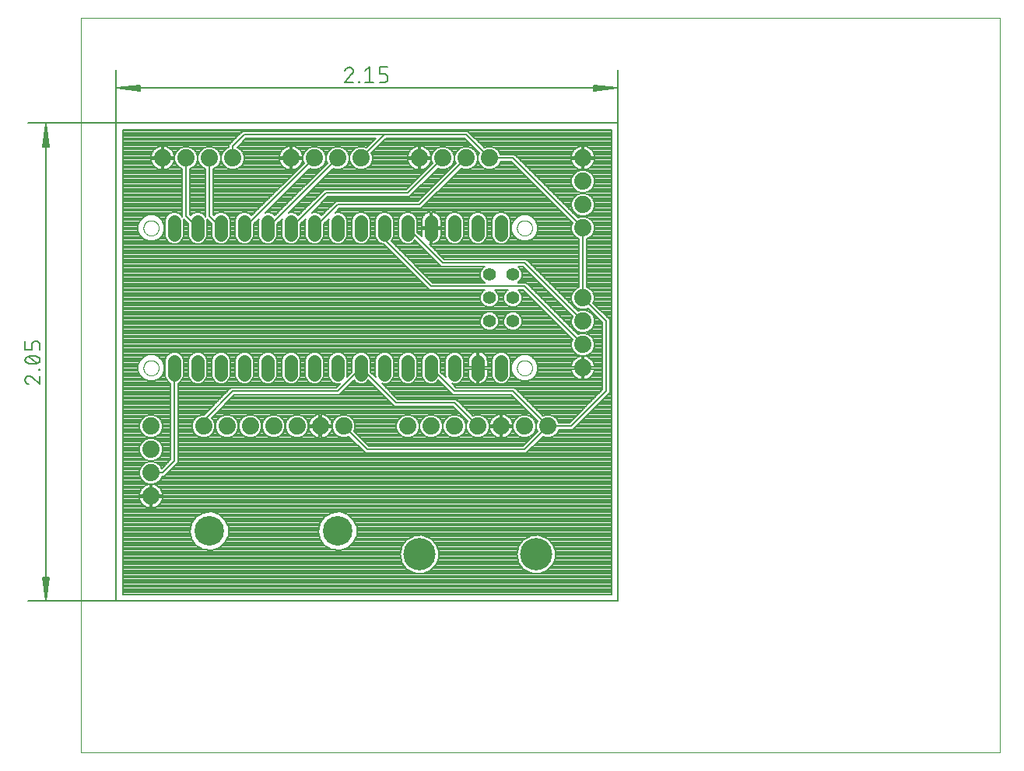
<source format=gtl>
G75*
%MOIN*%
%OFA0B0*%
%FSLAX25Y25*%
%IPPOS*%
%LPD*%
%AMOC8*
5,1,8,0,0,1.08239X$1,22.5*
%
%ADD10C,0.00000*%
%ADD11C,0.00800*%
%ADD12C,0.00512*%
%ADD13C,0.00600*%
%ADD14C,0.07400*%
%ADD15C,0.12661*%
%ADD16C,0.13843*%
%ADD17C,0.05550*%
%ADD18C,0.05550*%
D10*
X0028342Y0001000D02*
X0028342Y0315961D01*
X0422043Y0315961D01*
X0422043Y0001000D01*
X0028342Y0001000D01*
X0055092Y0166000D02*
X0055094Y0166113D01*
X0055100Y0166227D01*
X0055110Y0166340D01*
X0055124Y0166452D01*
X0055141Y0166564D01*
X0055163Y0166676D01*
X0055189Y0166786D01*
X0055218Y0166896D01*
X0055251Y0167004D01*
X0055288Y0167112D01*
X0055329Y0167217D01*
X0055373Y0167322D01*
X0055421Y0167425D01*
X0055472Y0167526D01*
X0055527Y0167625D01*
X0055586Y0167722D01*
X0055648Y0167817D01*
X0055713Y0167910D01*
X0055781Y0168001D01*
X0055852Y0168089D01*
X0055927Y0168175D01*
X0056004Y0168258D01*
X0056084Y0168338D01*
X0056167Y0168415D01*
X0056253Y0168490D01*
X0056341Y0168561D01*
X0056432Y0168629D01*
X0056525Y0168694D01*
X0056620Y0168756D01*
X0056717Y0168815D01*
X0056816Y0168870D01*
X0056917Y0168921D01*
X0057020Y0168969D01*
X0057125Y0169013D01*
X0057230Y0169054D01*
X0057338Y0169091D01*
X0057446Y0169124D01*
X0057556Y0169153D01*
X0057666Y0169179D01*
X0057778Y0169201D01*
X0057890Y0169218D01*
X0058002Y0169232D01*
X0058115Y0169242D01*
X0058229Y0169248D01*
X0058342Y0169250D01*
X0058455Y0169248D01*
X0058569Y0169242D01*
X0058682Y0169232D01*
X0058794Y0169218D01*
X0058906Y0169201D01*
X0059018Y0169179D01*
X0059128Y0169153D01*
X0059238Y0169124D01*
X0059346Y0169091D01*
X0059454Y0169054D01*
X0059559Y0169013D01*
X0059664Y0168969D01*
X0059767Y0168921D01*
X0059868Y0168870D01*
X0059967Y0168815D01*
X0060064Y0168756D01*
X0060159Y0168694D01*
X0060252Y0168629D01*
X0060343Y0168561D01*
X0060431Y0168490D01*
X0060517Y0168415D01*
X0060600Y0168338D01*
X0060680Y0168258D01*
X0060757Y0168175D01*
X0060832Y0168089D01*
X0060903Y0168001D01*
X0060971Y0167910D01*
X0061036Y0167817D01*
X0061098Y0167722D01*
X0061157Y0167625D01*
X0061212Y0167526D01*
X0061263Y0167425D01*
X0061311Y0167322D01*
X0061355Y0167217D01*
X0061396Y0167112D01*
X0061433Y0167004D01*
X0061466Y0166896D01*
X0061495Y0166786D01*
X0061521Y0166676D01*
X0061543Y0166564D01*
X0061560Y0166452D01*
X0061574Y0166340D01*
X0061584Y0166227D01*
X0061590Y0166113D01*
X0061592Y0166000D01*
X0061590Y0165887D01*
X0061584Y0165773D01*
X0061574Y0165660D01*
X0061560Y0165548D01*
X0061543Y0165436D01*
X0061521Y0165324D01*
X0061495Y0165214D01*
X0061466Y0165104D01*
X0061433Y0164996D01*
X0061396Y0164888D01*
X0061355Y0164783D01*
X0061311Y0164678D01*
X0061263Y0164575D01*
X0061212Y0164474D01*
X0061157Y0164375D01*
X0061098Y0164278D01*
X0061036Y0164183D01*
X0060971Y0164090D01*
X0060903Y0163999D01*
X0060832Y0163911D01*
X0060757Y0163825D01*
X0060680Y0163742D01*
X0060600Y0163662D01*
X0060517Y0163585D01*
X0060431Y0163510D01*
X0060343Y0163439D01*
X0060252Y0163371D01*
X0060159Y0163306D01*
X0060064Y0163244D01*
X0059967Y0163185D01*
X0059868Y0163130D01*
X0059767Y0163079D01*
X0059664Y0163031D01*
X0059559Y0162987D01*
X0059454Y0162946D01*
X0059346Y0162909D01*
X0059238Y0162876D01*
X0059128Y0162847D01*
X0059018Y0162821D01*
X0058906Y0162799D01*
X0058794Y0162782D01*
X0058682Y0162768D01*
X0058569Y0162758D01*
X0058455Y0162752D01*
X0058342Y0162750D01*
X0058229Y0162752D01*
X0058115Y0162758D01*
X0058002Y0162768D01*
X0057890Y0162782D01*
X0057778Y0162799D01*
X0057666Y0162821D01*
X0057556Y0162847D01*
X0057446Y0162876D01*
X0057338Y0162909D01*
X0057230Y0162946D01*
X0057125Y0162987D01*
X0057020Y0163031D01*
X0056917Y0163079D01*
X0056816Y0163130D01*
X0056717Y0163185D01*
X0056620Y0163244D01*
X0056525Y0163306D01*
X0056432Y0163371D01*
X0056341Y0163439D01*
X0056253Y0163510D01*
X0056167Y0163585D01*
X0056084Y0163662D01*
X0056004Y0163742D01*
X0055927Y0163825D01*
X0055852Y0163911D01*
X0055781Y0163999D01*
X0055713Y0164090D01*
X0055648Y0164183D01*
X0055586Y0164278D01*
X0055527Y0164375D01*
X0055472Y0164474D01*
X0055421Y0164575D01*
X0055373Y0164678D01*
X0055329Y0164783D01*
X0055288Y0164888D01*
X0055251Y0164996D01*
X0055218Y0165104D01*
X0055189Y0165214D01*
X0055163Y0165324D01*
X0055141Y0165436D01*
X0055124Y0165548D01*
X0055110Y0165660D01*
X0055100Y0165773D01*
X0055094Y0165887D01*
X0055092Y0166000D01*
X0055092Y0226000D02*
X0055094Y0226113D01*
X0055100Y0226227D01*
X0055110Y0226340D01*
X0055124Y0226452D01*
X0055141Y0226564D01*
X0055163Y0226676D01*
X0055189Y0226786D01*
X0055218Y0226896D01*
X0055251Y0227004D01*
X0055288Y0227112D01*
X0055329Y0227217D01*
X0055373Y0227322D01*
X0055421Y0227425D01*
X0055472Y0227526D01*
X0055527Y0227625D01*
X0055586Y0227722D01*
X0055648Y0227817D01*
X0055713Y0227910D01*
X0055781Y0228001D01*
X0055852Y0228089D01*
X0055927Y0228175D01*
X0056004Y0228258D01*
X0056084Y0228338D01*
X0056167Y0228415D01*
X0056253Y0228490D01*
X0056341Y0228561D01*
X0056432Y0228629D01*
X0056525Y0228694D01*
X0056620Y0228756D01*
X0056717Y0228815D01*
X0056816Y0228870D01*
X0056917Y0228921D01*
X0057020Y0228969D01*
X0057125Y0229013D01*
X0057230Y0229054D01*
X0057338Y0229091D01*
X0057446Y0229124D01*
X0057556Y0229153D01*
X0057666Y0229179D01*
X0057778Y0229201D01*
X0057890Y0229218D01*
X0058002Y0229232D01*
X0058115Y0229242D01*
X0058229Y0229248D01*
X0058342Y0229250D01*
X0058455Y0229248D01*
X0058569Y0229242D01*
X0058682Y0229232D01*
X0058794Y0229218D01*
X0058906Y0229201D01*
X0059018Y0229179D01*
X0059128Y0229153D01*
X0059238Y0229124D01*
X0059346Y0229091D01*
X0059454Y0229054D01*
X0059559Y0229013D01*
X0059664Y0228969D01*
X0059767Y0228921D01*
X0059868Y0228870D01*
X0059967Y0228815D01*
X0060064Y0228756D01*
X0060159Y0228694D01*
X0060252Y0228629D01*
X0060343Y0228561D01*
X0060431Y0228490D01*
X0060517Y0228415D01*
X0060600Y0228338D01*
X0060680Y0228258D01*
X0060757Y0228175D01*
X0060832Y0228089D01*
X0060903Y0228001D01*
X0060971Y0227910D01*
X0061036Y0227817D01*
X0061098Y0227722D01*
X0061157Y0227625D01*
X0061212Y0227526D01*
X0061263Y0227425D01*
X0061311Y0227322D01*
X0061355Y0227217D01*
X0061396Y0227112D01*
X0061433Y0227004D01*
X0061466Y0226896D01*
X0061495Y0226786D01*
X0061521Y0226676D01*
X0061543Y0226564D01*
X0061560Y0226452D01*
X0061574Y0226340D01*
X0061584Y0226227D01*
X0061590Y0226113D01*
X0061592Y0226000D01*
X0061590Y0225887D01*
X0061584Y0225773D01*
X0061574Y0225660D01*
X0061560Y0225548D01*
X0061543Y0225436D01*
X0061521Y0225324D01*
X0061495Y0225214D01*
X0061466Y0225104D01*
X0061433Y0224996D01*
X0061396Y0224888D01*
X0061355Y0224783D01*
X0061311Y0224678D01*
X0061263Y0224575D01*
X0061212Y0224474D01*
X0061157Y0224375D01*
X0061098Y0224278D01*
X0061036Y0224183D01*
X0060971Y0224090D01*
X0060903Y0223999D01*
X0060832Y0223911D01*
X0060757Y0223825D01*
X0060680Y0223742D01*
X0060600Y0223662D01*
X0060517Y0223585D01*
X0060431Y0223510D01*
X0060343Y0223439D01*
X0060252Y0223371D01*
X0060159Y0223306D01*
X0060064Y0223244D01*
X0059967Y0223185D01*
X0059868Y0223130D01*
X0059767Y0223079D01*
X0059664Y0223031D01*
X0059559Y0222987D01*
X0059454Y0222946D01*
X0059346Y0222909D01*
X0059238Y0222876D01*
X0059128Y0222847D01*
X0059018Y0222821D01*
X0058906Y0222799D01*
X0058794Y0222782D01*
X0058682Y0222768D01*
X0058569Y0222758D01*
X0058455Y0222752D01*
X0058342Y0222750D01*
X0058229Y0222752D01*
X0058115Y0222758D01*
X0058002Y0222768D01*
X0057890Y0222782D01*
X0057778Y0222799D01*
X0057666Y0222821D01*
X0057556Y0222847D01*
X0057446Y0222876D01*
X0057338Y0222909D01*
X0057230Y0222946D01*
X0057125Y0222987D01*
X0057020Y0223031D01*
X0056917Y0223079D01*
X0056816Y0223130D01*
X0056717Y0223185D01*
X0056620Y0223244D01*
X0056525Y0223306D01*
X0056432Y0223371D01*
X0056341Y0223439D01*
X0056253Y0223510D01*
X0056167Y0223585D01*
X0056084Y0223662D01*
X0056004Y0223742D01*
X0055927Y0223825D01*
X0055852Y0223911D01*
X0055781Y0223999D01*
X0055713Y0224090D01*
X0055648Y0224183D01*
X0055586Y0224278D01*
X0055527Y0224375D01*
X0055472Y0224474D01*
X0055421Y0224575D01*
X0055373Y0224678D01*
X0055329Y0224783D01*
X0055288Y0224888D01*
X0055251Y0224996D01*
X0055218Y0225104D01*
X0055189Y0225214D01*
X0055163Y0225324D01*
X0055141Y0225436D01*
X0055124Y0225548D01*
X0055110Y0225660D01*
X0055100Y0225773D01*
X0055094Y0225887D01*
X0055092Y0226000D01*
X0215092Y0226000D02*
X0215094Y0226113D01*
X0215100Y0226227D01*
X0215110Y0226340D01*
X0215124Y0226452D01*
X0215141Y0226564D01*
X0215163Y0226676D01*
X0215189Y0226786D01*
X0215218Y0226896D01*
X0215251Y0227004D01*
X0215288Y0227112D01*
X0215329Y0227217D01*
X0215373Y0227322D01*
X0215421Y0227425D01*
X0215472Y0227526D01*
X0215527Y0227625D01*
X0215586Y0227722D01*
X0215648Y0227817D01*
X0215713Y0227910D01*
X0215781Y0228001D01*
X0215852Y0228089D01*
X0215927Y0228175D01*
X0216004Y0228258D01*
X0216084Y0228338D01*
X0216167Y0228415D01*
X0216253Y0228490D01*
X0216341Y0228561D01*
X0216432Y0228629D01*
X0216525Y0228694D01*
X0216620Y0228756D01*
X0216717Y0228815D01*
X0216816Y0228870D01*
X0216917Y0228921D01*
X0217020Y0228969D01*
X0217125Y0229013D01*
X0217230Y0229054D01*
X0217338Y0229091D01*
X0217446Y0229124D01*
X0217556Y0229153D01*
X0217666Y0229179D01*
X0217778Y0229201D01*
X0217890Y0229218D01*
X0218002Y0229232D01*
X0218115Y0229242D01*
X0218229Y0229248D01*
X0218342Y0229250D01*
X0218455Y0229248D01*
X0218569Y0229242D01*
X0218682Y0229232D01*
X0218794Y0229218D01*
X0218906Y0229201D01*
X0219018Y0229179D01*
X0219128Y0229153D01*
X0219238Y0229124D01*
X0219346Y0229091D01*
X0219454Y0229054D01*
X0219559Y0229013D01*
X0219664Y0228969D01*
X0219767Y0228921D01*
X0219868Y0228870D01*
X0219967Y0228815D01*
X0220064Y0228756D01*
X0220159Y0228694D01*
X0220252Y0228629D01*
X0220343Y0228561D01*
X0220431Y0228490D01*
X0220517Y0228415D01*
X0220600Y0228338D01*
X0220680Y0228258D01*
X0220757Y0228175D01*
X0220832Y0228089D01*
X0220903Y0228001D01*
X0220971Y0227910D01*
X0221036Y0227817D01*
X0221098Y0227722D01*
X0221157Y0227625D01*
X0221212Y0227526D01*
X0221263Y0227425D01*
X0221311Y0227322D01*
X0221355Y0227217D01*
X0221396Y0227112D01*
X0221433Y0227004D01*
X0221466Y0226896D01*
X0221495Y0226786D01*
X0221521Y0226676D01*
X0221543Y0226564D01*
X0221560Y0226452D01*
X0221574Y0226340D01*
X0221584Y0226227D01*
X0221590Y0226113D01*
X0221592Y0226000D01*
X0221590Y0225887D01*
X0221584Y0225773D01*
X0221574Y0225660D01*
X0221560Y0225548D01*
X0221543Y0225436D01*
X0221521Y0225324D01*
X0221495Y0225214D01*
X0221466Y0225104D01*
X0221433Y0224996D01*
X0221396Y0224888D01*
X0221355Y0224783D01*
X0221311Y0224678D01*
X0221263Y0224575D01*
X0221212Y0224474D01*
X0221157Y0224375D01*
X0221098Y0224278D01*
X0221036Y0224183D01*
X0220971Y0224090D01*
X0220903Y0223999D01*
X0220832Y0223911D01*
X0220757Y0223825D01*
X0220680Y0223742D01*
X0220600Y0223662D01*
X0220517Y0223585D01*
X0220431Y0223510D01*
X0220343Y0223439D01*
X0220252Y0223371D01*
X0220159Y0223306D01*
X0220064Y0223244D01*
X0219967Y0223185D01*
X0219868Y0223130D01*
X0219767Y0223079D01*
X0219664Y0223031D01*
X0219559Y0222987D01*
X0219454Y0222946D01*
X0219346Y0222909D01*
X0219238Y0222876D01*
X0219128Y0222847D01*
X0219018Y0222821D01*
X0218906Y0222799D01*
X0218794Y0222782D01*
X0218682Y0222768D01*
X0218569Y0222758D01*
X0218455Y0222752D01*
X0218342Y0222750D01*
X0218229Y0222752D01*
X0218115Y0222758D01*
X0218002Y0222768D01*
X0217890Y0222782D01*
X0217778Y0222799D01*
X0217666Y0222821D01*
X0217556Y0222847D01*
X0217446Y0222876D01*
X0217338Y0222909D01*
X0217230Y0222946D01*
X0217125Y0222987D01*
X0217020Y0223031D01*
X0216917Y0223079D01*
X0216816Y0223130D01*
X0216717Y0223185D01*
X0216620Y0223244D01*
X0216525Y0223306D01*
X0216432Y0223371D01*
X0216341Y0223439D01*
X0216253Y0223510D01*
X0216167Y0223585D01*
X0216084Y0223662D01*
X0216004Y0223742D01*
X0215927Y0223825D01*
X0215852Y0223911D01*
X0215781Y0223999D01*
X0215713Y0224090D01*
X0215648Y0224183D01*
X0215586Y0224278D01*
X0215527Y0224375D01*
X0215472Y0224474D01*
X0215421Y0224575D01*
X0215373Y0224678D01*
X0215329Y0224783D01*
X0215288Y0224888D01*
X0215251Y0224996D01*
X0215218Y0225104D01*
X0215189Y0225214D01*
X0215163Y0225324D01*
X0215141Y0225436D01*
X0215124Y0225548D01*
X0215110Y0225660D01*
X0215100Y0225773D01*
X0215094Y0225887D01*
X0215092Y0226000D01*
X0215092Y0166000D02*
X0215094Y0166113D01*
X0215100Y0166227D01*
X0215110Y0166340D01*
X0215124Y0166452D01*
X0215141Y0166564D01*
X0215163Y0166676D01*
X0215189Y0166786D01*
X0215218Y0166896D01*
X0215251Y0167004D01*
X0215288Y0167112D01*
X0215329Y0167217D01*
X0215373Y0167322D01*
X0215421Y0167425D01*
X0215472Y0167526D01*
X0215527Y0167625D01*
X0215586Y0167722D01*
X0215648Y0167817D01*
X0215713Y0167910D01*
X0215781Y0168001D01*
X0215852Y0168089D01*
X0215927Y0168175D01*
X0216004Y0168258D01*
X0216084Y0168338D01*
X0216167Y0168415D01*
X0216253Y0168490D01*
X0216341Y0168561D01*
X0216432Y0168629D01*
X0216525Y0168694D01*
X0216620Y0168756D01*
X0216717Y0168815D01*
X0216816Y0168870D01*
X0216917Y0168921D01*
X0217020Y0168969D01*
X0217125Y0169013D01*
X0217230Y0169054D01*
X0217338Y0169091D01*
X0217446Y0169124D01*
X0217556Y0169153D01*
X0217666Y0169179D01*
X0217778Y0169201D01*
X0217890Y0169218D01*
X0218002Y0169232D01*
X0218115Y0169242D01*
X0218229Y0169248D01*
X0218342Y0169250D01*
X0218455Y0169248D01*
X0218569Y0169242D01*
X0218682Y0169232D01*
X0218794Y0169218D01*
X0218906Y0169201D01*
X0219018Y0169179D01*
X0219128Y0169153D01*
X0219238Y0169124D01*
X0219346Y0169091D01*
X0219454Y0169054D01*
X0219559Y0169013D01*
X0219664Y0168969D01*
X0219767Y0168921D01*
X0219868Y0168870D01*
X0219967Y0168815D01*
X0220064Y0168756D01*
X0220159Y0168694D01*
X0220252Y0168629D01*
X0220343Y0168561D01*
X0220431Y0168490D01*
X0220517Y0168415D01*
X0220600Y0168338D01*
X0220680Y0168258D01*
X0220757Y0168175D01*
X0220832Y0168089D01*
X0220903Y0168001D01*
X0220971Y0167910D01*
X0221036Y0167817D01*
X0221098Y0167722D01*
X0221157Y0167625D01*
X0221212Y0167526D01*
X0221263Y0167425D01*
X0221311Y0167322D01*
X0221355Y0167217D01*
X0221396Y0167112D01*
X0221433Y0167004D01*
X0221466Y0166896D01*
X0221495Y0166786D01*
X0221521Y0166676D01*
X0221543Y0166564D01*
X0221560Y0166452D01*
X0221574Y0166340D01*
X0221584Y0166227D01*
X0221590Y0166113D01*
X0221592Y0166000D01*
X0221590Y0165887D01*
X0221584Y0165773D01*
X0221574Y0165660D01*
X0221560Y0165548D01*
X0221543Y0165436D01*
X0221521Y0165324D01*
X0221495Y0165214D01*
X0221466Y0165104D01*
X0221433Y0164996D01*
X0221396Y0164888D01*
X0221355Y0164783D01*
X0221311Y0164678D01*
X0221263Y0164575D01*
X0221212Y0164474D01*
X0221157Y0164375D01*
X0221098Y0164278D01*
X0221036Y0164183D01*
X0220971Y0164090D01*
X0220903Y0163999D01*
X0220832Y0163911D01*
X0220757Y0163825D01*
X0220680Y0163742D01*
X0220600Y0163662D01*
X0220517Y0163585D01*
X0220431Y0163510D01*
X0220343Y0163439D01*
X0220252Y0163371D01*
X0220159Y0163306D01*
X0220064Y0163244D01*
X0219967Y0163185D01*
X0219868Y0163130D01*
X0219767Y0163079D01*
X0219664Y0163031D01*
X0219559Y0162987D01*
X0219454Y0162946D01*
X0219346Y0162909D01*
X0219238Y0162876D01*
X0219128Y0162847D01*
X0219018Y0162821D01*
X0218906Y0162799D01*
X0218794Y0162782D01*
X0218682Y0162768D01*
X0218569Y0162758D01*
X0218455Y0162752D01*
X0218342Y0162750D01*
X0218229Y0162752D01*
X0218115Y0162758D01*
X0218002Y0162768D01*
X0217890Y0162782D01*
X0217778Y0162799D01*
X0217666Y0162821D01*
X0217556Y0162847D01*
X0217446Y0162876D01*
X0217338Y0162909D01*
X0217230Y0162946D01*
X0217125Y0162987D01*
X0217020Y0163031D01*
X0216917Y0163079D01*
X0216816Y0163130D01*
X0216717Y0163185D01*
X0216620Y0163244D01*
X0216525Y0163306D01*
X0216432Y0163371D01*
X0216341Y0163439D01*
X0216253Y0163510D01*
X0216167Y0163585D01*
X0216084Y0163662D01*
X0216004Y0163742D01*
X0215927Y0163825D01*
X0215852Y0163911D01*
X0215781Y0163999D01*
X0215713Y0164090D01*
X0215648Y0164183D01*
X0215586Y0164278D01*
X0215527Y0164375D01*
X0215472Y0164474D01*
X0215421Y0164575D01*
X0215373Y0164678D01*
X0215329Y0164783D01*
X0215288Y0164888D01*
X0215251Y0164996D01*
X0215218Y0165104D01*
X0215189Y0165214D01*
X0215163Y0165324D01*
X0215141Y0165436D01*
X0215124Y0165548D01*
X0215110Y0165660D01*
X0215100Y0165773D01*
X0215094Y0165887D01*
X0215092Y0166000D01*
D11*
X0212692Y0166292D02*
X0212317Y0166292D01*
X0212317Y0167090D02*
X0212692Y0167090D01*
X0212692Y0167124D02*
X0212692Y0164876D01*
X0213552Y0162800D01*
X0215141Y0161210D01*
X0217218Y0160350D01*
X0219466Y0160350D01*
X0221542Y0161210D01*
X0223132Y0162800D01*
X0223992Y0164876D01*
X0223992Y0167124D01*
X0223132Y0169200D01*
X0221542Y0170790D01*
X0219466Y0171650D01*
X0217218Y0171650D01*
X0215141Y0170790D01*
X0213552Y0169200D01*
X0212692Y0167124D01*
X0213009Y0167889D02*
X0212317Y0167889D01*
X0212317Y0168687D02*
X0213339Y0168687D01*
X0213837Y0169486D02*
X0212317Y0169486D01*
X0212317Y0169565D02*
X0211711Y0171026D01*
X0210593Y0172144D01*
X0209132Y0172750D01*
X0207551Y0172750D01*
X0206090Y0172144D01*
X0204972Y0171026D01*
X0204367Y0169565D01*
X0204367Y0162435D01*
X0204972Y0160974D01*
X0206090Y0159856D01*
X0207551Y0159250D01*
X0209132Y0159250D01*
X0210593Y0159856D01*
X0211711Y0160974D01*
X0212317Y0162435D01*
X0212317Y0169565D01*
X0212019Y0170284D02*
X0214636Y0170284D01*
X0215849Y0171083D02*
X0211655Y0171083D01*
X0210856Y0171881D02*
X0240531Y0171881D01*
X0240566Y0171846D02*
X0242367Y0171100D01*
X0244316Y0171100D01*
X0246117Y0171846D01*
X0247496Y0173224D01*
X0248242Y0175025D01*
X0248242Y0176975D01*
X0247496Y0178776D01*
X0246117Y0180154D01*
X0244316Y0180900D01*
X0242367Y0180900D01*
X0241191Y0180413D01*
X0219942Y0201663D01*
X0219005Y0202600D01*
X0215520Y0202600D01*
X0215593Y0202630D01*
X0216711Y0203748D01*
X0217317Y0205209D01*
X0217317Y0206791D01*
X0216711Y0208252D01*
X0215593Y0209370D01*
X0215520Y0209400D01*
X0217679Y0209400D01*
X0238929Y0188150D01*
X0238442Y0186975D01*
X0238442Y0185025D01*
X0239188Y0183224D01*
X0240566Y0181846D01*
X0242367Y0181100D01*
X0244316Y0181100D01*
X0246117Y0181846D01*
X0247496Y0183224D01*
X0248242Y0185025D01*
X0248242Y0186975D01*
X0247496Y0188776D01*
X0246117Y0190154D01*
X0244316Y0190900D01*
X0242367Y0190900D01*
X0241191Y0190413D01*
X0219942Y0211663D01*
X0219005Y0212600D01*
X0184005Y0212600D01*
X0177468Y0219137D01*
X0177954Y0219060D01*
X0177954Y0225613D01*
X0174167Y0225613D01*
X0174167Y0222897D01*
X0174253Y0222351D01*
X0172317Y0224288D01*
X0172317Y0229565D01*
X0171711Y0231026D01*
X0170593Y0232144D01*
X0169132Y0232750D01*
X0167551Y0232750D01*
X0166090Y0232144D01*
X0164972Y0231026D01*
X0164367Y0229565D01*
X0164367Y0222435D01*
X0164972Y0220974D01*
X0166090Y0219856D01*
X0167551Y0219250D01*
X0169132Y0219250D01*
X0170593Y0219856D01*
X0171408Y0220671D01*
X0182679Y0209400D01*
X0201164Y0209400D01*
X0201090Y0209370D01*
X0199972Y0208252D01*
X0199367Y0206791D01*
X0199367Y0205209D01*
X0199972Y0203748D01*
X0201090Y0202630D01*
X0201164Y0202600D01*
X0179005Y0202600D01*
X0161171Y0220433D01*
X0161711Y0220974D01*
X0162317Y0222435D01*
X0162317Y0229565D01*
X0161711Y0231026D01*
X0160593Y0232144D01*
X0159132Y0232750D01*
X0157551Y0232750D01*
X0156090Y0232144D01*
X0154972Y0231026D01*
X0154367Y0229565D01*
X0154367Y0222435D01*
X0154972Y0220974D01*
X0156090Y0219856D01*
X0157551Y0219250D01*
X0157829Y0219250D01*
X0177679Y0199400D01*
X0201164Y0199400D01*
X0201090Y0199370D01*
X0199972Y0198252D01*
X0199367Y0196791D01*
X0199367Y0195209D01*
X0199972Y0193748D01*
X0201090Y0192630D01*
X0202551Y0192025D01*
X0204132Y0192025D01*
X0205593Y0192630D01*
X0206711Y0193748D01*
X0207317Y0195209D01*
X0207317Y0196791D01*
X0206711Y0198252D01*
X0205593Y0199370D01*
X0205520Y0199400D01*
X0211164Y0199400D01*
X0211090Y0199370D01*
X0209972Y0198252D01*
X0209367Y0196791D01*
X0209367Y0195209D01*
X0209972Y0193748D01*
X0211090Y0192630D01*
X0212551Y0192025D01*
X0214132Y0192025D01*
X0215593Y0192630D01*
X0216711Y0193748D01*
X0217317Y0195209D01*
X0217317Y0196791D01*
X0216711Y0198252D01*
X0215593Y0199370D01*
X0215520Y0199400D01*
X0217679Y0199400D01*
X0238929Y0178150D01*
X0238442Y0176975D01*
X0238442Y0175025D01*
X0239188Y0173224D01*
X0240566Y0171846D01*
X0239732Y0172680D02*
X0209301Y0172680D01*
X0207383Y0172680D02*
X0199833Y0172680D01*
X0199944Y0172644D02*
X0199319Y0172847D01*
X0198729Y0172940D01*
X0198729Y0166387D01*
X0202517Y0166387D01*
X0202517Y0169103D01*
X0202414Y0169752D01*
X0202211Y0170377D01*
X0201912Y0170963D01*
X0201526Y0171495D01*
X0201062Y0171959D01*
X0200530Y0172345D01*
X0199944Y0172644D01*
X0198729Y0172680D02*
X0197954Y0172680D01*
X0197954Y0172940D02*
X0197364Y0172847D01*
X0196739Y0172644D01*
X0196154Y0172345D01*
X0195622Y0171959D01*
X0195157Y0171495D01*
X0194771Y0170963D01*
X0194473Y0170377D01*
X0194270Y0169752D01*
X0194167Y0169103D01*
X0194167Y0166387D01*
X0197954Y0166387D01*
X0197954Y0165613D01*
X0194167Y0165613D01*
X0194167Y0162897D01*
X0194270Y0162248D01*
X0194473Y0161623D01*
X0194771Y0161037D01*
X0195157Y0160505D01*
X0195622Y0160041D01*
X0196154Y0159655D01*
X0196739Y0159356D01*
X0197364Y0159153D01*
X0197954Y0159060D01*
X0197954Y0165613D01*
X0198729Y0165613D01*
X0198729Y0166387D01*
X0197954Y0166387D01*
X0197954Y0172940D01*
X0197954Y0171881D02*
X0198729Y0171881D01*
X0198729Y0171083D02*
X0197954Y0171083D01*
X0197954Y0170284D02*
X0198729Y0170284D01*
X0198729Y0169486D02*
X0197954Y0169486D01*
X0197954Y0168687D02*
X0198729Y0168687D01*
X0198729Y0167889D02*
X0197954Y0167889D01*
X0197954Y0167090D02*
X0198729Y0167090D01*
X0198729Y0166292D02*
X0204367Y0166292D01*
X0204367Y0167090D02*
X0202517Y0167090D01*
X0202517Y0167889D02*
X0204367Y0167889D01*
X0204367Y0168687D02*
X0202517Y0168687D01*
X0202456Y0169486D02*
X0204367Y0169486D01*
X0204665Y0170284D02*
X0202241Y0170284D01*
X0201825Y0171083D02*
X0205029Y0171083D01*
X0205827Y0171881D02*
X0201139Y0171881D01*
X0196851Y0172680D02*
X0189301Y0172680D01*
X0189132Y0172750D02*
X0187551Y0172750D01*
X0186090Y0172144D01*
X0184972Y0171026D01*
X0184367Y0169565D01*
X0184367Y0162435D01*
X0184506Y0162098D01*
X0182317Y0164288D01*
X0182317Y0169565D01*
X0181711Y0171026D01*
X0180593Y0172144D01*
X0179132Y0172750D01*
X0177551Y0172750D01*
X0176090Y0172144D01*
X0174972Y0171026D01*
X0174367Y0169565D01*
X0174367Y0162435D01*
X0174972Y0160974D01*
X0176090Y0159856D01*
X0177551Y0159250D01*
X0179132Y0159250D01*
X0180593Y0159856D01*
X0181408Y0160671D01*
X0187679Y0154400D01*
X0212679Y0154400D01*
X0223929Y0143150D01*
X0223442Y0141975D01*
X0223442Y0140025D01*
X0223929Y0138850D01*
X0217679Y0132600D01*
X0151505Y0132600D01*
X0145255Y0138850D01*
X0145742Y0140025D01*
X0145742Y0141975D01*
X0144996Y0143776D01*
X0143617Y0145154D01*
X0141816Y0145900D01*
X0139867Y0145900D01*
X0138066Y0145154D01*
X0136688Y0143776D01*
X0135942Y0141975D01*
X0135942Y0140025D01*
X0136688Y0138224D01*
X0138066Y0136846D01*
X0139867Y0136100D01*
X0141816Y0136100D01*
X0142992Y0136587D01*
X0149242Y0130337D01*
X0150179Y0129400D01*
X0219005Y0129400D01*
X0226191Y0136587D01*
X0227367Y0136100D01*
X0229316Y0136100D01*
X0231117Y0136846D01*
X0232496Y0138224D01*
X0232983Y0139400D01*
X0239005Y0139400D01*
X0254005Y0154400D01*
X0254942Y0155337D01*
X0254942Y0186663D01*
X0247755Y0193850D01*
X0248242Y0195025D01*
X0248242Y0196975D01*
X0247496Y0198776D01*
X0246117Y0200154D01*
X0244942Y0200641D01*
X0244942Y0221359D01*
X0246117Y0221846D01*
X0247496Y0223224D01*
X0248242Y0225025D01*
X0248242Y0226975D01*
X0247496Y0228776D01*
X0246117Y0230154D01*
X0244316Y0230900D01*
X0242367Y0230900D01*
X0241191Y0230413D01*
X0214942Y0256663D01*
X0214005Y0257600D01*
X0207983Y0257600D01*
X0207496Y0258776D01*
X0206117Y0260154D01*
X0204316Y0260900D01*
X0202367Y0260900D01*
X0201191Y0260413D01*
X0194005Y0267600D01*
X0097679Y0267600D01*
X0096742Y0266663D01*
X0096742Y0266663D01*
X0091742Y0261663D01*
X0091742Y0260641D01*
X0090566Y0260154D01*
X0089188Y0258776D01*
X0088442Y0256975D01*
X0088442Y0255025D01*
X0089188Y0253224D01*
X0090566Y0251846D01*
X0092367Y0251100D01*
X0094316Y0251100D01*
X0096117Y0251846D01*
X0097496Y0253224D01*
X0098242Y0255025D01*
X0098242Y0256975D01*
X0097496Y0258776D01*
X0096117Y0260154D01*
X0095157Y0260552D01*
X0099005Y0264400D01*
X0154479Y0264400D01*
X0150492Y0260413D01*
X0149316Y0260900D01*
X0147367Y0260900D01*
X0145566Y0260154D01*
X0144188Y0258776D01*
X0143442Y0256975D01*
X0143442Y0255025D01*
X0144188Y0253224D01*
X0145566Y0251846D01*
X0147367Y0251100D01*
X0149316Y0251100D01*
X0151117Y0251846D01*
X0152496Y0253224D01*
X0153242Y0255025D01*
X0153242Y0256975D01*
X0152755Y0258150D01*
X0159005Y0264400D01*
X0192679Y0264400D01*
X0198929Y0258150D01*
X0198442Y0256975D01*
X0198442Y0255025D01*
X0199188Y0253224D01*
X0200566Y0251846D01*
X0202367Y0251100D01*
X0204316Y0251100D01*
X0206117Y0251846D01*
X0207496Y0253224D01*
X0207983Y0254400D01*
X0212679Y0254400D01*
X0238929Y0228150D01*
X0238442Y0226975D01*
X0238442Y0225025D01*
X0239188Y0223224D01*
X0240566Y0221846D01*
X0241742Y0221359D01*
X0241742Y0200641D01*
X0240566Y0200154D01*
X0239188Y0198776D01*
X0238442Y0196975D01*
X0238442Y0195025D01*
X0239188Y0193224D01*
X0240566Y0191846D01*
X0242367Y0191100D01*
X0244316Y0191100D01*
X0245492Y0191587D01*
X0251742Y0185337D01*
X0251742Y0156663D01*
X0237679Y0142600D01*
X0232983Y0142600D01*
X0232496Y0143776D01*
X0231117Y0145154D01*
X0229316Y0145900D01*
X0227367Y0145900D01*
X0226191Y0145413D01*
X0214942Y0156663D01*
X0214005Y0157600D01*
X0189005Y0157600D01*
X0187215Y0159390D01*
X0187551Y0159250D01*
X0189132Y0159250D01*
X0190593Y0159856D01*
X0191711Y0160974D01*
X0192317Y0162435D01*
X0192317Y0169565D01*
X0191711Y0171026D01*
X0190593Y0172144D01*
X0189132Y0172750D01*
X0187383Y0172680D02*
X0179301Y0172680D01*
X0180856Y0171881D02*
X0185827Y0171881D01*
X0185029Y0171083D02*
X0181655Y0171083D01*
X0182019Y0170284D02*
X0184665Y0170284D01*
X0184367Y0169486D02*
X0182317Y0169486D01*
X0182317Y0168687D02*
X0184367Y0168687D01*
X0184367Y0167889D02*
X0182317Y0167889D01*
X0182317Y0167090D02*
X0184367Y0167090D01*
X0184367Y0166292D02*
X0182317Y0166292D01*
X0182317Y0165493D02*
X0184367Y0165493D01*
X0184367Y0164695D02*
X0182317Y0164695D01*
X0182708Y0163896D02*
X0184367Y0163896D01*
X0184367Y0163098D02*
X0183507Y0163098D01*
X0184305Y0162299D02*
X0184423Y0162299D01*
X0182175Y0159904D02*
X0180642Y0159904D01*
X0182974Y0159105D02*
X0157499Y0159105D01*
X0157551Y0159250D02*
X0159132Y0159250D01*
X0160593Y0159856D01*
X0161711Y0160974D01*
X0162317Y0162435D01*
X0162317Y0169565D01*
X0161711Y0171026D01*
X0160593Y0172144D01*
X0159132Y0172750D01*
X0157551Y0172750D01*
X0156090Y0172144D01*
X0154972Y0171026D01*
X0154367Y0169565D01*
X0154367Y0162435D01*
X0154506Y0162098D01*
X0152317Y0164288D01*
X0152317Y0169565D01*
X0151711Y0171026D01*
X0150593Y0172144D01*
X0149132Y0172750D01*
X0147551Y0172750D01*
X0146090Y0172144D01*
X0144972Y0171026D01*
X0144367Y0169565D01*
X0144367Y0164288D01*
X0142177Y0162098D01*
X0142317Y0162435D01*
X0142317Y0169565D01*
X0141711Y0171026D01*
X0140593Y0172144D01*
X0139132Y0172750D01*
X0137551Y0172750D01*
X0136090Y0172144D01*
X0134972Y0171026D01*
X0134367Y0169565D01*
X0134367Y0162435D01*
X0134972Y0160974D01*
X0136090Y0159856D01*
X0137551Y0159250D01*
X0139132Y0159250D01*
X0139469Y0159390D01*
X0137679Y0157600D01*
X0092679Y0157600D01*
X0091742Y0156663D01*
X0080979Y0145900D01*
X0079867Y0145900D01*
X0078066Y0145154D01*
X0076688Y0143776D01*
X0075942Y0141975D01*
X0075942Y0140025D01*
X0076688Y0138224D01*
X0078066Y0136846D01*
X0079867Y0136100D01*
X0081816Y0136100D01*
X0083617Y0136846D01*
X0084996Y0138224D01*
X0085742Y0140025D01*
X0085742Y0141975D01*
X0084996Y0143776D01*
X0084188Y0144583D01*
X0094005Y0154400D01*
X0139005Y0154400D01*
X0145275Y0160671D01*
X0146090Y0159856D01*
X0147551Y0159250D01*
X0149132Y0159250D01*
X0150593Y0159856D01*
X0151408Y0160671D01*
X0162679Y0149400D01*
X0187679Y0149400D01*
X0193929Y0143150D01*
X0193442Y0141975D01*
X0193442Y0140025D01*
X0194188Y0138224D01*
X0195566Y0136846D01*
X0197367Y0136100D01*
X0199316Y0136100D01*
X0201117Y0136846D01*
X0202496Y0138224D01*
X0203242Y0140025D01*
X0203242Y0141975D01*
X0202496Y0143776D01*
X0201117Y0145154D01*
X0199316Y0145900D01*
X0197367Y0145900D01*
X0196191Y0145413D01*
X0189942Y0151663D01*
X0189005Y0152600D01*
X0164005Y0152600D01*
X0157215Y0159390D01*
X0157551Y0159250D01*
X0158298Y0158307D02*
X0183772Y0158307D01*
X0184571Y0157508D02*
X0159096Y0157508D01*
X0159895Y0156710D02*
X0185369Y0156710D01*
X0186168Y0155911D02*
X0160693Y0155911D01*
X0161492Y0155113D02*
X0186966Y0155113D01*
X0188342Y0156000D02*
X0178342Y0166000D01*
X0174367Y0166292D02*
X0172317Y0166292D01*
X0172317Y0167090D02*
X0174367Y0167090D01*
X0174367Y0167889D02*
X0172317Y0167889D01*
X0172317Y0168687D02*
X0174367Y0168687D01*
X0174367Y0169486D02*
X0172317Y0169486D01*
X0172317Y0169565D02*
X0171711Y0171026D01*
X0170593Y0172144D01*
X0169132Y0172750D01*
X0167551Y0172750D01*
X0166090Y0172144D01*
X0164972Y0171026D01*
X0164367Y0169565D01*
X0164367Y0162435D01*
X0164972Y0160974D01*
X0166090Y0159856D01*
X0167551Y0159250D01*
X0169132Y0159250D01*
X0170593Y0159856D01*
X0171711Y0160974D01*
X0172317Y0162435D01*
X0172317Y0169565D01*
X0172019Y0170284D02*
X0174665Y0170284D01*
X0175029Y0171083D02*
X0171655Y0171083D01*
X0170856Y0171881D02*
X0175827Y0171881D01*
X0177383Y0172680D02*
X0169301Y0172680D01*
X0167383Y0172680D02*
X0159301Y0172680D01*
X0160856Y0171881D02*
X0165827Y0171881D01*
X0165029Y0171083D02*
X0161655Y0171083D01*
X0162019Y0170284D02*
X0164665Y0170284D01*
X0164367Y0169486D02*
X0162317Y0169486D01*
X0162317Y0168687D02*
X0164367Y0168687D01*
X0164367Y0167889D02*
X0162317Y0167889D01*
X0162317Y0167090D02*
X0164367Y0167090D01*
X0164367Y0166292D02*
X0162317Y0166292D01*
X0162317Y0165493D02*
X0164367Y0165493D01*
X0164367Y0164695D02*
X0162317Y0164695D01*
X0162317Y0163896D02*
X0164367Y0163896D01*
X0164367Y0163098D02*
X0162317Y0163098D01*
X0162261Y0162299D02*
X0164423Y0162299D01*
X0164754Y0161501D02*
X0161930Y0161501D01*
X0161440Y0160702D02*
X0165244Y0160702D01*
X0166042Y0159904D02*
X0160642Y0159904D01*
X0156168Y0155911D02*
X0140516Y0155911D01*
X0141314Y0156710D02*
X0155369Y0156710D01*
X0154571Y0157508D02*
X0142113Y0157508D01*
X0142911Y0158307D02*
X0153772Y0158307D01*
X0152974Y0159105D02*
X0143710Y0159105D01*
X0144508Y0159904D02*
X0146042Y0159904D01*
X0143177Y0163098D02*
X0142317Y0163098D01*
X0142317Y0163896D02*
X0143975Y0163896D01*
X0144367Y0164695D02*
X0142317Y0164695D01*
X0142317Y0165493D02*
X0144367Y0165493D01*
X0144367Y0166292D02*
X0142317Y0166292D01*
X0142317Y0167090D02*
X0144367Y0167090D01*
X0144367Y0167889D02*
X0142317Y0167889D01*
X0142317Y0168687D02*
X0144367Y0168687D01*
X0144367Y0169486D02*
X0142317Y0169486D01*
X0142019Y0170284D02*
X0144665Y0170284D01*
X0145029Y0171083D02*
X0141655Y0171083D01*
X0140856Y0171881D02*
X0145827Y0171881D01*
X0147383Y0172680D02*
X0139301Y0172680D01*
X0137383Y0172680D02*
X0129301Y0172680D01*
X0129132Y0172750D02*
X0127551Y0172750D01*
X0126090Y0172144D01*
X0124972Y0171026D01*
X0124367Y0169565D01*
X0124367Y0162435D01*
X0124972Y0160974D01*
X0126090Y0159856D01*
X0127551Y0159250D01*
X0129132Y0159250D01*
X0130593Y0159856D01*
X0131711Y0160974D01*
X0132317Y0162435D01*
X0132317Y0169565D01*
X0131711Y0171026D01*
X0130593Y0172144D01*
X0129132Y0172750D01*
X0127383Y0172680D02*
X0119301Y0172680D01*
X0119132Y0172750D02*
X0117551Y0172750D01*
X0116090Y0172144D01*
X0114972Y0171026D01*
X0114367Y0169565D01*
X0114367Y0162435D01*
X0114972Y0160974D01*
X0116090Y0159856D01*
X0117551Y0159250D01*
X0119132Y0159250D01*
X0120593Y0159856D01*
X0121711Y0160974D01*
X0122317Y0162435D01*
X0122317Y0169565D01*
X0121711Y0171026D01*
X0120593Y0172144D01*
X0119132Y0172750D01*
X0117383Y0172680D02*
X0109301Y0172680D01*
X0109132Y0172750D02*
X0107551Y0172750D01*
X0106090Y0172144D01*
X0104972Y0171026D01*
X0104367Y0169565D01*
X0104367Y0162435D01*
X0104972Y0160974D01*
X0106090Y0159856D01*
X0107551Y0159250D01*
X0109132Y0159250D01*
X0110593Y0159856D01*
X0111711Y0160974D01*
X0112317Y0162435D01*
X0112317Y0169565D01*
X0111711Y0171026D01*
X0110593Y0172144D01*
X0109132Y0172750D01*
X0107383Y0172680D02*
X0099301Y0172680D01*
X0099132Y0172750D02*
X0097551Y0172750D01*
X0096090Y0172144D01*
X0094972Y0171026D01*
X0094367Y0169565D01*
X0094367Y0162435D01*
X0094972Y0160974D01*
X0096090Y0159856D01*
X0097551Y0159250D01*
X0099132Y0159250D01*
X0100593Y0159856D01*
X0101711Y0160974D01*
X0102317Y0162435D01*
X0102317Y0169565D01*
X0101711Y0171026D01*
X0100593Y0172144D01*
X0099132Y0172750D01*
X0097383Y0172680D02*
X0089301Y0172680D01*
X0089132Y0172750D02*
X0087551Y0172750D01*
X0086090Y0172144D01*
X0084972Y0171026D01*
X0084367Y0169565D01*
X0084367Y0162435D01*
X0084972Y0160974D01*
X0086090Y0159856D01*
X0087551Y0159250D01*
X0089132Y0159250D01*
X0090593Y0159856D01*
X0091711Y0160974D01*
X0092317Y0162435D01*
X0092317Y0169565D01*
X0091711Y0171026D01*
X0090593Y0172144D01*
X0089132Y0172750D01*
X0087383Y0172680D02*
X0079301Y0172680D01*
X0079132Y0172750D02*
X0077551Y0172750D01*
X0076090Y0172144D01*
X0074972Y0171026D01*
X0074367Y0169565D01*
X0074367Y0162435D01*
X0074972Y0160974D01*
X0076090Y0159856D01*
X0077551Y0159250D01*
X0079132Y0159250D01*
X0080593Y0159856D01*
X0081711Y0160974D01*
X0082317Y0162435D01*
X0082317Y0169565D01*
X0081711Y0171026D01*
X0080593Y0172144D01*
X0079132Y0172750D01*
X0077383Y0172680D02*
X0069301Y0172680D01*
X0069132Y0172750D02*
X0067551Y0172750D01*
X0066090Y0172144D01*
X0064972Y0171026D01*
X0064367Y0169565D01*
X0064367Y0162435D01*
X0064972Y0160974D01*
X0066090Y0159856D01*
X0066742Y0159586D01*
X0066742Y0126663D01*
X0062894Y0122815D01*
X0062496Y0123776D01*
X0061117Y0125154D01*
X0059316Y0125900D01*
X0057367Y0125900D01*
X0055566Y0125154D01*
X0054188Y0123776D01*
X0053442Y0121975D01*
X0053442Y0120025D01*
X0054188Y0118224D01*
X0055566Y0116846D01*
X0057367Y0116100D01*
X0059316Y0116100D01*
X0061117Y0116846D01*
X0062496Y0118224D01*
X0062983Y0119400D01*
X0064005Y0119400D01*
X0069005Y0124400D01*
X0069942Y0125337D01*
X0069942Y0159586D01*
X0070593Y0159856D01*
X0071711Y0160974D01*
X0072317Y0162435D01*
X0072317Y0169565D01*
X0071711Y0171026D01*
X0070593Y0172144D01*
X0069132Y0172750D01*
X0067383Y0172680D02*
X0046142Y0172680D01*
X0046142Y0173478D02*
X0239083Y0173478D01*
X0238752Y0174277D02*
X0046142Y0174277D01*
X0046142Y0175075D02*
X0238442Y0175075D01*
X0238442Y0175874D02*
X0046142Y0175874D01*
X0046142Y0176672D02*
X0238442Y0176672D01*
X0238647Y0177471D02*
X0046142Y0177471D01*
X0046142Y0178270D02*
X0238810Y0178270D01*
X0238011Y0179068D02*
X0046142Y0179068D01*
X0046142Y0179867D02*
X0237213Y0179867D01*
X0236414Y0180665D02*
X0046142Y0180665D01*
X0046142Y0181464D02*
X0235616Y0181464D01*
X0234817Y0182262D02*
X0214704Y0182262D01*
X0214132Y0182025D02*
X0215593Y0182630D01*
X0216711Y0183748D01*
X0217317Y0185209D01*
X0217317Y0186791D01*
X0216711Y0188252D01*
X0215593Y0189370D01*
X0214132Y0189975D01*
X0212551Y0189975D01*
X0211090Y0189370D01*
X0209972Y0188252D01*
X0209367Y0186791D01*
X0209367Y0185209D01*
X0209972Y0183748D01*
X0211090Y0182630D01*
X0212551Y0182025D01*
X0214132Y0182025D01*
X0216024Y0183061D02*
X0234018Y0183061D01*
X0233220Y0183859D02*
X0216757Y0183859D01*
X0217088Y0184658D02*
X0232421Y0184658D01*
X0231623Y0185456D02*
X0217317Y0185456D01*
X0217317Y0186255D02*
X0230824Y0186255D01*
X0230026Y0187053D02*
X0217208Y0187053D01*
X0216877Y0187852D02*
X0229227Y0187852D01*
X0228429Y0188650D02*
X0216313Y0188650D01*
X0215403Y0189449D02*
X0227630Y0189449D01*
X0226832Y0190247D02*
X0046142Y0190247D01*
X0046142Y0189449D02*
X0201281Y0189449D01*
X0201090Y0189370D02*
X0199972Y0188252D01*
X0199367Y0186791D01*
X0199367Y0185209D01*
X0199972Y0183748D01*
X0201090Y0182630D01*
X0202551Y0182025D01*
X0204132Y0182025D01*
X0205593Y0182630D01*
X0206711Y0183748D01*
X0207317Y0185209D01*
X0207317Y0186791D01*
X0206711Y0188252D01*
X0205593Y0189370D01*
X0204132Y0189975D01*
X0202551Y0189975D01*
X0201090Y0189370D01*
X0200371Y0188650D02*
X0046142Y0188650D01*
X0046142Y0187852D02*
X0199806Y0187852D01*
X0199476Y0187053D02*
X0046142Y0187053D01*
X0046142Y0186255D02*
X0199367Y0186255D01*
X0199367Y0185456D02*
X0046142Y0185456D01*
X0046142Y0184658D02*
X0199596Y0184658D01*
X0199926Y0183859D02*
X0046142Y0183859D01*
X0046142Y0183061D02*
X0200660Y0183061D01*
X0201979Y0182262D02*
X0046142Y0182262D01*
X0046142Y0191046D02*
X0226033Y0191046D01*
X0225235Y0191844D02*
X0046142Y0191844D01*
X0046142Y0192643D02*
X0201078Y0192643D01*
X0200279Y0193441D02*
X0046142Y0193441D01*
X0046142Y0194240D02*
X0199769Y0194240D01*
X0199438Y0195038D02*
X0046142Y0195038D01*
X0046142Y0195837D02*
X0199367Y0195837D01*
X0199367Y0196635D02*
X0046142Y0196635D01*
X0046142Y0197434D02*
X0199633Y0197434D01*
X0199964Y0198232D02*
X0046142Y0198232D01*
X0046142Y0199031D02*
X0200751Y0199031D01*
X0205932Y0199031D02*
X0210751Y0199031D01*
X0209964Y0198232D02*
X0206719Y0198232D01*
X0207050Y0197434D02*
X0209633Y0197434D01*
X0209367Y0196635D02*
X0207317Y0196635D01*
X0207317Y0195837D02*
X0209367Y0195837D01*
X0209438Y0195038D02*
X0207246Y0195038D01*
X0206915Y0194240D02*
X0209769Y0194240D01*
X0210279Y0193441D02*
X0206404Y0193441D01*
X0205606Y0192643D02*
X0211078Y0192643D01*
X0211281Y0189449D02*
X0205403Y0189449D01*
X0206313Y0188650D02*
X0210371Y0188650D01*
X0209806Y0187852D02*
X0206877Y0187852D01*
X0207208Y0187053D02*
X0209476Y0187053D01*
X0209367Y0186255D02*
X0207317Y0186255D01*
X0207317Y0185456D02*
X0209367Y0185456D01*
X0209596Y0184658D02*
X0207088Y0184658D01*
X0206757Y0183859D02*
X0209926Y0183859D01*
X0210660Y0183061D02*
X0206024Y0183061D01*
X0204704Y0182262D02*
X0211979Y0182262D01*
X0215606Y0192643D02*
X0224436Y0192643D01*
X0223638Y0193441D02*
X0216404Y0193441D01*
X0216915Y0194240D02*
X0222839Y0194240D01*
X0222041Y0195038D02*
X0217246Y0195038D01*
X0217317Y0195837D02*
X0221242Y0195837D01*
X0220444Y0196635D02*
X0217317Y0196635D01*
X0217050Y0197434D02*
X0219645Y0197434D01*
X0218847Y0198232D02*
X0216719Y0198232D01*
X0215932Y0199031D02*
X0218048Y0199031D01*
X0218342Y0201000D02*
X0178342Y0201000D01*
X0158342Y0221000D01*
X0158342Y0226000D01*
X0162317Y0226180D02*
X0164367Y0226180D01*
X0164367Y0225382D02*
X0162317Y0225382D01*
X0162317Y0224583D02*
X0164367Y0224583D01*
X0164367Y0223785D02*
X0162317Y0223785D01*
X0162317Y0222986D02*
X0164367Y0222986D01*
X0164469Y0222188D02*
X0162214Y0222188D01*
X0161884Y0221389D02*
X0164800Y0221389D01*
X0165355Y0220591D02*
X0161328Y0220591D01*
X0161812Y0219792D02*
X0166243Y0219792D01*
X0164208Y0217397D02*
X0174682Y0217397D01*
X0173884Y0218195D02*
X0163409Y0218195D01*
X0162611Y0218994D02*
X0173085Y0218994D01*
X0172287Y0219792D02*
X0170440Y0219792D01*
X0171328Y0220591D02*
X0171488Y0220591D01*
X0173618Y0222986D02*
X0174167Y0222986D01*
X0174167Y0223785D02*
X0172820Y0223785D01*
X0172317Y0224583D02*
X0174167Y0224583D01*
X0174167Y0225382D02*
X0172317Y0225382D01*
X0172317Y0226180D02*
X0177954Y0226180D01*
X0177954Y0226387D02*
X0177954Y0225613D01*
X0178729Y0225613D01*
X0178729Y0226387D01*
X0182517Y0226387D01*
X0182517Y0229103D01*
X0182414Y0229752D01*
X0182211Y0230377D01*
X0181912Y0230963D01*
X0181526Y0231495D01*
X0181062Y0231959D01*
X0180530Y0232345D01*
X0179944Y0232644D01*
X0179319Y0232847D01*
X0178729Y0232940D01*
X0178729Y0226387D01*
X0177954Y0226387D01*
X0174167Y0226387D01*
X0174167Y0229103D01*
X0174270Y0229752D01*
X0174473Y0230377D01*
X0174771Y0230963D01*
X0175157Y0231495D01*
X0175622Y0231959D01*
X0176154Y0232345D01*
X0176739Y0232644D01*
X0177364Y0232847D01*
X0177954Y0232940D01*
X0177954Y0226387D01*
X0177954Y0226979D02*
X0178729Y0226979D01*
X0178729Y0227777D02*
X0177954Y0227777D01*
X0177954Y0228576D02*
X0178729Y0228576D01*
X0178729Y0229374D02*
X0177954Y0229374D01*
X0177954Y0230173D02*
X0178729Y0230173D01*
X0178729Y0230971D02*
X0177954Y0230971D01*
X0177954Y0231770D02*
X0178729Y0231770D01*
X0178729Y0232568D02*
X0177954Y0232568D01*
X0176591Y0232568D02*
X0169570Y0232568D01*
X0170968Y0231770D02*
X0175433Y0231770D01*
X0174777Y0230971D02*
X0171734Y0230971D01*
X0172065Y0230173D02*
X0174406Y0230173D01*
X0174210Y0229374D02*
X0172317Y0229374D01*
X0172317Y0228576D02*
X0174167Y0228576D01*
X0174167Y0227777D02*
X0172317Y0227777D01*
X0172317Y0226979D02*
X0174167Y0226979D01*
X0177954Y0225382D02*
X0178729Y0225382D01*
X0178729Y0225613D02*
X0178729Y0219060D01*
X0179319Y0219153D01*
X0179944Y0219356D01*
X0180530Y0219655D01*
X0181062Y0220041D01*
X0181526Y0220505D01*
X0181912Y0221037D01*
X0182211Y0221623D01*
X0182414Y0222248D01*
X0182517Y0222897D01*
X0182517Y0225613D01*
X0178729Y0225613D01*
X0178729Y0226180D02*
X0184367Y0226180D01*
X0184367Y0225382D02*
X0182517Y0225382D01*
X0182517Y0224583D02*
X0184367Y0224583D01*
X0184367Y0223785D02*
X0182517Y0223785D01*
X0182517Y0222986D02*
X0184367Y0222986D01*
X0184367Y0222435D02*
X0184972Y0220974D01*
X0186090Y0219856D01*
X0187551Y0219250D01*
X0189132Y0219250D01*
X0190593Y0219856D01*
X0191711Y0220974D01*
X0192317Y0222435D01*
X0192317Y0229565D01*
X0191711Y0231026D01*
X0190593Y0232144D01*
X0189132Y0232750D01*
X0187551Y0232750D01*
X0186090Y0232144D01*
X0184972Y0231026D01*
X0184367Y0229565D01*
X0184367Y0222435D01*
X0184469Y0222188D02*
X0182394Y0222188D01*
X0182092Y0221389D02*
X0184800Y0221389D01*
X0185355Y0220591D02*
X0181588Y0220591D01*
X0180719Y0219792D02*
X0186243Y0219792D01*
X0190440Y0219792D02*
X0196243Y0219792D01*
X0196090Y0219856D02*
X0197551Y0219250D01*
X0199132Y0219250D01*
X0200593Y0219856D01*
X0201711Y0220974D01*
X0202317Y0222435D01*
X0202317Y0229565D01*
X0201711Y0231026D01*
X0200593Y0232144D01*
X0199132Y0232750D01*
X0197551Y0232750D01*
X0196090Y0232144D01*
X0194972Y0231026D01*
X0194367Y0229565D01*
X0194367Y0222435D01*
X0194972Y0220974D01*
X0196090Y0219856D01*
X0195355Y0220591D02*
X0191328Y0220591D01*
X0191884Y0221389D02*
X0194800Y0221389D01*
X0194469Y0222188D02*
X0192214Y0222188D01*
X0192317Y0222986D02*
X0194367Y0222986D01*
X0194367Y0223785D02*
X0192317Y0223785D01*
X0192317Y0224583D02*
X0194367Y0224583D01*
X0194367Y0225382D02*
X0192317Y0225382D01*
X0192317Y0226180D02*
X0194367Y0226180D01*
X0194367Y0226979D02*
X0192317Y0226979D01*
X0192317Y0227777D02*
X0194367Y0227777D01*
X0194367Y0228576D02*
X0192317Y0228576D01*
X0192317Y0229374D02*
X0194367Y0229374D01*
X0194619Y0230173D02*
X0192065Y0230173D01*
X0191734Y0230971D02*
X0194949Y0230971D01*
X0195716Y0231770D02*
X0190968Y0231770D01*
X0189570Y0232568D02*
X0197113Y0232568D01*
X0199570Y0232568D02*
X0207113Y0232568D01*
X0207551Y0232750D02*
X0206090Y0232144D01*
X0204972Y0231026D01*
X0204367Y0229565D01*
X0204367Y0222435D01*
X0204972Y0220974D01*
X0206090Y0219856D01*
X0207551Y0219250D01*
X0209132Y0219250D01*
X0210593Y0219856D01*
X0211711Y0220974D01*
X0212317Y0222435D01*
X0212317Y0229565D01*
X0211711Y0231026D01*
X0210593Y0232144D01*
X0209132Y0232750D01*
X0207551Y0232750D01*
X0209570Y0232568D02*
X0234511Y0232568D01*
X0235309Y0231770D02*
X0210968Y0231770D01*
X0211734Y0230971D02*
X0215579Y0230971D01*
X0215141Y0230790D02*
X0213552Y0229200D01*
X0212692Y0227124D01*
X0212692Y0224876D01*
X0213552Y0222800D01*
X0215141Y0221210D01*
X0217218Y0220350D01*
X0219466Y0220350D01*
X0221542Y0221210D01*
X0223132Y0222800D01*
X0223992Y0224876D01*
X0223992Y0227124D01*
X0223132Y0229200D01*
X0221542Y0230790D01*
X0219466Y0231650D01*
X0217218Y0231650D01*
X0215141Y0230790D01*
X0214524Y0230173D02*
X0212065Y0230173D01*
X0212317Y0229374D02*
X0213726Y0229374D01*
X0213293Y0228576D02*
X0212317Y0228576D01*
X0212317Y0227777D02*
X0212962Y0227777D01*
X0212692Y0226979D02*
X0212317Y0226979D01*
X0212317Y0226180D02*
X0212692Y0226180D01*
X0212692Y0225382D02*
X0212317Y0225382D01*
X0212317Y0224583D02*
X0212813Y0224583D01*
X0213144Y0223785D02*
X0212317Y0223785D01*
X0212317Y0222986D02*
X0213475Y0222986D01*
X0214164Y0222188D02*
X0212214Y0222188D01*
X0211884Y0221389D02*
X0214962Y0221389D01*
X0216637Y0220591D02*
X0211328Y0220591D01*
X0210440Y0219792D02*
X0241742Y0219792D01*
X0241742Y0218994D02*
X0177611Y0218994D01*
X0177954Y0219792D02*
X0178729Y0219792D01*
X0178729Y0220591D02*
X0177954Y0220591D01*
X0177954Y0221389D02*
X0178729Y0221389D01*
X0178729Y0222188D02*
X0177954Y0222188D01*
X0177954Y0222986D02*
X0178729Y0222986D01*
X0178729Y0223785D02*
X0177954Y0223785D01*
X0177954Y0224583D02*
X0178729Y0224583D01*
X0182517Y0226979D02*
X0184367Y0226979D01*
X0184367Y0227777D02*
X0182517Y0227777D01*
X0182517Y0228576D02*
X0184367Y0228576D01*
X0184367Y0229374D02*
X0182474Y0229374D01*
X0182277Y0230173D02*
X0184619Y0230173D01*
X0184949Y0230971D02*
X0181906Y0230971D01*
X0181251Y0231770D02*
X0185716Y0231770D01*
X0187113Y0232568D02*
X0180092Y0232568D01*
X0176165Y0236561D02*
X0230518Y0236561D01*
X0229720Y0237359D02*
X0176964Y0237359D01*
X0177762Y0238158D02*
X0228921Y0238158D01*
X0228123Y0238956D02*
X0178561Y0238956D01*
X0179359Y0239755D02*
X0227324Y0239755D01*
X0226526Y0240553D02*
X0180158Y0240553D01*
X0180956Y0241352D02*
X0225727Y0241352D01*
X0224929Y0242150D02*
X0181755Y0242150D01*
X0182553Y0242949D02*
X0224130Y0242949D01*
X0223332Y0243747D02*
X0183352Y0243747D01*
X0184150Y0244546D02*
X0222533Y0244546D01*
X0221735Y0245344D02*
X0184949Y0245344D01*
X0185748Y0246143D02*
X0220936Y0246143D01*
X0220138Y0246941D02*
X0186546Y0246941D01*
X0187345Y0247740D02*
X0219339Y0247740D01*
X0218541Y0248539D02*
X0188143Y0248539D01*
X0188942Y0249337D02*
X0217742Y0249337D01*
X0216944Y0250136D02*
X0189740Y0250136D01*
X0190539Y0250934D02*
X0216145Y0250934D01*
X0215347Y0251733D02*
X0205844Y0251733D01*
X0206803Y0252531D02*
X0214548Y0252531D01*
X0213749Y0253330D02*
X0207539Y0253330D01*
X0207870Y0254128D02*
X0212951Y0254128D01*
X0213342Y0256000D02*
X0203342Y0256000D01*
X0193342Y0266000D01*
X0158342Y0266000D01*
X0148342Y0256000D01*
X0152870Y0254128D02*
X0168588Y0254128D01*
X0168615Y0254042D02*
X0168980Y0253327D01*
X0169452Y0252678D01*
X0170019Y0252110D01*
X0170669Y0251638D01*
X0171384Y0251274D01*
X0172148Y0251026D01*
X0172940Y0250900D01*
X0172942Y0250900D01*
X0172942Y0255600D01*
X0173742Y0255600D01*
X0173742Y0256400D01*
X0178442Y0256400D01*
X0178442Y0256401D01*
X0178316Y0257194D01*
X0178068Y0257958D01*
X0177704Y0258673D01*
X0177232Y0259322D01*
X0176664Y0259890D01*
X0176015Y0260362D01*
X0175300Y0260726D01*
X0174536Y0260974D01*
X0173743Y0261100D01*
X0173742Y0261100D01*
X0173742Y0256400D01*
X0172942Y0256400D01*
X0172942Y0261100D01*
X0172940Y0261100D01*
X0172148Y0260974D01*
X0171384Y0260726D01*
X0170669Y0260362D01*
X0170019Y0259890D01*
X0169452Y0259322D01*
X0168980Y0258673D01*
X0168615Y0257958D01*
X0168367Y0257194D01*
X0168242Y0256401D01*
X0168242Y0256400D01*
X0172942Y0256400D01*
X0172942Y0255600D01*
X0168242Y0255600D01*
X0168242Y0255599D01*
X0168367Y0254806D01*
X0168615Y0254042D01*
X0168979Y0253330D02*
X0152539Y0253330D01*
X0151803Y0252531D02*
X0169598Y0252531D01*
X0170539Y0251733D02*
X0150844Y0251733D01*
X0153201Y0254927D02*
X0168348Y0254927D01*
X0168261Y0256524D02*
X0153242Y0256524D01*
X0153242Y0255725D02*
X0172942Y0255725D01*
X0172942Y0254927D02*
X0173742Y0254927D01*
X0173742Y0255600D02*
X0173742Y0250900D01*
X0173743Y0250900D01*
X0174536Y0251026D01*
X0175300Y0251274D01*
X0176015Y0251638D01*
X0176664Y0252110D01*
X0177232Y0252678D01*
X0177704Y0253327D01*
X0178068Y0254042D01*
X0178316Y0254806D01*
X0178442Y0255599D01*
X0178442Y0255600D01*
X0173742Y0255600D01*
X0173742Y0255725D02*
X0178442Y0255725D01*
X0178442Y0255025D02*
X0178929Y0253850D01*
X0167679Y0242600D01*
X0132679Y0242600D01*
X0121408Y0231329D01*
X0120593Y0232144D01*
X0119132Y0232750D01*
X0117551Y0232750D01*
X0117215Y0232610D01*
X0136191Y0251587D01*
X0137367Y0251100D01*
X0139316Y0251100D01*
X0141117Y0251846D01*
X0142496Y0253224D01*
X0143242Y0255025D01*
X0143242Y0256975D01*
X0142496Y0258776D01*
X0141117Y0260154D01*
X0139316Y0260900D01*
X0137367Y0260900D01*
X0135566Y0260154D01*
X0134188Y0258776D01*
X0133442Y0256975D01*
X0133442Y0255025D01*
X0133929Y0253850D01*
X0111408Y0231329D01*
X0110593Y0232144D01*
X0109132Y0232750D01*
X0107551Y0232750D01*
X0107215Y0232610D01*
X0126191Y0251587D01*
X0127367Y0251100D01*
X0129316Y0251100D01*
X0131117Y0251846D01*
X0132496Y0253224D01*
X0133242Y0255025D01*
X0133242Y0256975D01*
X0132496Y0258776D01*
X0131117Y0260154D01*
X0129316Y0260900D01*
X0127367Y0260900D01*
X0125566Y0260154D01*
X0124188Y0258776D01*
X0123442Y0256975D01*
X0123442Y0255025D01*
X0123929Y0253850D01*
X0101408Y0231329D01*
X0100593Y0232144D01*
X0099132Y0232750D01*
X0097551Y0232750D01*
X0096090Y0232144D01*
X0094972Y0231026D01*
X0094367Y0229565D01*
X0094367Y0222435D01*
X0094972Y0220974D01*
X0096090Y0219856D01*
X0097551Y0219250D01*
X0099132Y0219250D01*
X0100593Y0219856D01*
X0101711Y0220974D01*
X0102317Y0222435D01*
X0102317Y0227712D01*
X0104506Y0229902D01*
X0104367Y0229565D01*
X0104367Y0222435D01*
X0104972Y0220974D01*
X0106090Y0219856D01*
X0107551Y0219250D01*
X0109132Y0219250D01*
X0110593Y0219856D01*
X0111711Y0220974D01*
X0112317Y0222435D01*
X0112317Y0227712D01*
X0114506Y0229902D01*
X0114367Y0229565D01*
X0114367Y0222435D01*
X0114972Y0220974D01*
X0116090Y0219856D01*
X0117551Y0219250D01*
X0119132Y0219250D01*
X0120593Y0219856D01*
X0121711Y0220974D01*
X0122317Y0222435D01*
X0122317Y0227712D01*
X0124506Y0229902D01*
X0124367Y0229565D01*
X0124367Y0222435D01*
X0124972Y0220974D01*
X0126090Y0219856D01*
X0127551Y0219250D01*
X0129132Y0219250D01*
X0130593Y0219856D01*
X0131711Y0220974D01*
X0132317Y0222435D01*
X0132317Y0227712D01*
X0134506Y0229902D01*
X0134367Y0229565D01*
X0134367Y0222435D01*
X0134972Y0220974D01*
X0136090Y0219856D01*
X0137551Y0219250D01*
X0139132Y0219250D01*
X0140593Y0219856D01*
X0141711Y0220974D01*
X0142317Y0222435D01*
X0142317Y0229565D01*
X0141711Y0231026D01*
X0140593Y0232144D01*
X0139132Y0232750D01*
X0137551Y0232750D01*
X0137215Y0232610D01*
X0139005Y0234400D01*
X0174005Y0234400D01*
X0191191Y0251587D01*
X0192367Y0251100D01*
X0194316Y0251100D01*
X0196117Y0251846D01*
X0197496Y0253224D01*
X0198242Y0255025D01*
X0198242Y0256975D01*
X0197496Y0258776D01*
X0196117Y0260154D01*
X0194316Y0260900D01*
X0192367Y0260900D01*
X0190566Y0260154D01*
X0189188Y0258776D01*
X0188442Y0256975D01*
X0188442Y0255025D01*
X0188929Y0253850D01*
X0172679Y0237600D01*
X0137679Y0237600D01*
X0131408Y0231329D01*
X0130593Y0232144D01*
X0129132Y0232750D01*
X0127551Y0232750D01*
X0127215Y0232610D01*
X0134005Y0239400D01*
X0169005Y0239400D01*
X0181191Y0251587D01*
X0182367Y0251100D01*
X0184316Y0251100D01*
X0186117Y0251846D01*
X0187496Y0253224D01*
X0188242Y0255025D01*
X0188242Y0256975D01*
X0187496Y0258776D01*
X0186117Y0260154D01*
X0184316Y0260900D01*
X0182367Y0260900D01*
X0180566Y0260154D01*
X0179188Y0258776D01*
X0178442Y0256975D01*
X0178442Y0255025D01*
X0178483Y0254927D02*
X0178335Y0254927D01*
X0178096Y0254128D02*
X0178813Y0254128D01*
X0178409Y0253330D02*
X0177705Y0253330D01*
X0177610Y0252531D02*
X0177085Y0252531D01*
X0176812Y0251733D02*
X0176145Y0251733D01*
X0176013Y0250934D02*
X0173958Y0250934D01*
X0173742Y0250934D02*
X0172942Y0250934D01*
X0172725Y0250934D02*
X0135539Y0250934D01*
X0134740Y0250136D02*
X0175215Y0250136D01*
X0174416Y0249337D02*
X0133942Y0249337D01*
X0133143Y0248539D02*
X0173618Y0248539D01*
X0172819Y0247740D02*
X0132345Y0247740D01*
X0131546Y0246941D02*
X0172021Y0246941D01*
X0171222Y0246143D02*
X0130748Y0246143D01*
X0129949Y0245344D02*
X0170424Y0245344D01*
X0169625Y0244546D02*
X0129150Y0244546D01*
X0128352Y0243747D02*
X0168827Y0243747D01*
X0168028Y0242949D02*
X0127553Y0242949D01*
X0126755Y0242150D02*
X0132230Y0242150D01*
X0131431Y0241352D02*
X0125956Y0241352D01*
X0125158Y0240553D02*
X0130632Y0240553D01*
X0129834Y0239755D02*
X0124359Y0239755D01*
X0123561Y0238956D02*
X0129035Y0238956D01*
X0128237Y0238158D02*
X0122762Y0238158D01*
X0121964Y0237359D02*
X0127438Y0237359D01*
X0126640Y0236561D02*
X0121165Y0236561D01*
X0120367Y0235762D02*
X0125841Y0235762D01*
X0125043Y0234964D02*
X0119568Y0234964D01*
X0118770Y0234165D02*
X0124244Y0234165D01*
X0123446Y0233367D02*
X0117971Y0233367D01*
X0119570Y0232568D02*
X0122647Y0232568D01*
X0121849Y0231770D02*
X0120968Y0231770D01*
X0123979Y0229374D02*
X0124367Y0229374D01*
X0124367Y0228576D02*
X0123180Y0228576D01*
X0122382Y0227777D02*
X0124367Y0227777D01*
X0124367Y0226979D02*
X0122317Y0226979D01*
X0122317Y0226180D02*
X0124367Y0226180D01*
X0124367Y0225382D02*
X0122317Y0225382D01*
X0122317Y0224583D02*
X0124367Y0224583D01*
X0124367Y0223785D02*
X0122317Y0223785D01*
X0122317Y0222986D02*
X0124367Y0222986D01*
X0124469Y0222188D02*
X0122214Y0222188D01*
X0121884Y0221389D02*
X0124800Y0221389D01*
X0125355Y0220591D02*
X0121328Y0220591D01*
X0120440Y0219792D02*
X0126243Y0219792D01*
X0130440Y0219792D02*
X0136243Y0219792D01*
X0135355Y0220591D02*
X0131328Y0220591D01*
X0131884Y0221389D02*
X0134800Y0221389D01*
X0134469Y0222188D02*
X0132214Y0222188D01*
X0132317Y0222986D02*
X0134367Y0222986D01*
X0134367Y0223785D02*
X0132317Y0223785D01*
X0132317Y0224583D02*
X0134367Y0224583D01*
X0134367Y0225382D02*
X0132317Y0225382D01*
X0132317Y0226180D02*
X0134367Y0226180D01*
X0134367Y0226979D02*
X0132317Y0226979D01*
X0132382Y0227777D02*
X0134367Y0227777D01*
X0134367Y0228576D02*
X0133180Y0228576D01*
X0133979Y0229374D02*
X0134367Y0229374D01*
X0131849Y0231770D02*
X0130968Y0231770D01*
X0129570Y0232568D02*
X0132647Y0232568D01*
X0133446Y0233367D02*
X0127971Y0233367D01*
X0128770Y0234165D02*
X0134244Y0234165D01*
X0135043Y0234964D02*
X0129568Y0234964D01*
X0130367Y0235762D02*
X0135841Y0235762D01*
X0136640Y0236561D02*
X0131165Y0236561D01*
X0131964Y0237359D02*
X0137438Y0237359D01*
X0138342Y0236000D02*
X0128342Y0226000D01*
X0137971Y0233367D02*
X0233712Y0233367D01*
X0232914Y0234165D02*
X0138770Y0234165D01*
X0139570Y0232568D02*
X0147113Y0232568D01*
X0147551Y0232750D02*
X0146090Y0232144D01*
X0144972Y0231026D01*
X0144367Y0229565D01*
X0144367Y0222435D01*
X0144972Y0220974D01*
X0146090Y0219856D01*
X0147551Y0219250D01*
X0149132Y0219250D01*
X0150593Y0219856D01*
X0151711Y0220974D01*
X0152317Y0222435D01*
X0152317Y0229565D01*
X0151711Y0231026D01*
X0150593Y0232144D01*
X0149132Y0232750D01*
X0147551Y0232750D01*
X0149570Y0232568D02*
X0157113Y0232568D01*
X0155716Y0231770D02*
X0150968Y0231770D01*
X0151734Y0230971D02*
X0154949Y0230971D01*
X0154619Y0230173D02*
X0152065Y0230173D01*
X0152317Y0229374D02*
X0154367Y0229374D01*
X0154367Y0228576D02*
X0152317Y0228576D01*
X0152317Y0227777D02*
X0154367Y0227777D01*
X0154367Y0226979D02*
X0152317Y0226979D01*
X0152317Y0226180D02*
X0154367Y0226180D01*
X0154367Y0225382D02*
X0152317Y0225382D01*
X0152317Y0224583D02*
X0154367Y0224583D01*
X0154367Y0223785D02*
X0152317Y0223785D01*
X0152317Y0222986D02*
X0154367Y0222986D01*
X0154469Y0222188D02*
X0152214Y0222188D01*
X0151884Y0221389D02*
X0154800Y0221389D01*
X0155355Y0220591D02*
X0151328Y0220591D01*
X0150440Y0219792D02*
X0156243Y0219792D01*
X0158085Y0218994D02*
X0046142Y0218994D01*
X0046142Y0219792D02*
X0066243Y0219792D01*
X0066090Y0219856D02*
X0067551Y0219250D01*
X0069132Y0219250D01*
X0070593Y0219856D01*
X0071711Y0220974D01*
X0072317Y0222435D01*
X0072317Y0229565D01*
X0072177Y0229902D01*
X0074367Y0227712D01*
X0074367Y0222435D01*
X0074972Y0220974D01*
X0076090Y0219856D01*
X0077551Y0219250D01*
X0079132Y0219250D01*
X0080593Y0219856D01*
X0081711Y0220974D01*
X0082317Y0222435D01*
X0082317Y0229565D01*
X0082177Y0229902D01*
X0084367Y0227712D01*
X0084367Y0222435D01*
X0084972Y0220974D01*
X0086090Y0219856D01*
X0087551Y0219250D01*
X0089132Y0219250D01*
X0090593Y0219856D01*
X0091711Y0220974D01*
X0092317Y0222435D01*
X0092317Y0229565D01*
X0091711Y0231026D01*
X0090593Y0232144D01*
X0089132Y0232750D01*
X0087551Y0232750D01*
X0086090Y0232144D01*
X0085275Y0231329D01*
X0084942Y0231663D01*
X0084942Y0251359D01*
X0086117Y0251846D01*
X0087496Y0253224D01*
X0088242Y0255025D01*
X0088242Y0256975D01*
X0087496Y0258776D01*
X0086117Y0260154D01*
X0084316Y0260900D01*
X0082367Y0260900D01*
X0080566Y0260154D01*
X0079188Y0258776D01*
X0078442Y0256975D01*
X0078442Y0255025D01*
X0079188Y0253224D01*
X0080566Y0251846D01*
X0081742Y0251359D01*
X0081742Y0230953D01*
X0081711Y0231026D01*
X0080593Y0232144D01*
X0079132Y0232750D01*
X0077551Y0232750D01*
X0076090Y0232144D01*
X0075275Y0231329D01*
X0074942Y0231663D01*
X0074942Y0251359D01*
X0076117Y0251846D01*
X0077496Y0253224D01*
X0078242Y0255025D01*
X0078242Y0256975D01*
X0077496Y0258776D01*
X0076117Y0260154D01*
X0074316Y0260900D01*
X0072367Y0260900D01*
X0070566Y0260154D01*
X0069188Y0258776D01*
X0068442Y0256975D01*
X0068442Y0255025D01*
X0069188Y0253224D01*
X0070566Y0251846D01*
X0071742Y0251359D01*
X0071742Y0230953D01*
X0071711Y0231026D01*
X0070593Y0232144D01*
X0069132Y0232750D01*
X0067551Y0232750D01*
X0066090Y0232144D01*
X0064972Y0231026D01*
X0064367Y0229565D01*
X0064367Y0222435D01*
X0064972Y0220974D01*
X0066090Y0219856D01*
X0065355Y0220591D02*
X0060047Y0220591D01*
X0059466Y0220350D02*
X0061542Y0221210D01*
X0063132Y0222800D01*
X0063992Y0224876D01*
X0063992Y0227124D01*
X0063132Y0229200D01*
X0061542Y0230790D01*
X0059466Y0231650D01*
X0057218Y0231650D01*
X0055141Y0230790D01*
X0053552Y0229200D01*
X0052692Y0227124D01*
X0052692Y0224876D01*
X0053552Y0222800D01*
X0055141Y0221210D01*
X0057218Y0220350D01*
X0059466Y0220350D01*
X0061721Y0221389D02*
X0064800Y0221389D01*
X0064469Y0222188D02*
X0062520Y0222188D01*
X0063209Y0222986D02*
X0064367Y0222986D01*
X0064367Y0223785D02*
X0063540Y0223785D01*
X0063870Y0224583D02*
X0064367Y0224583D01*
X0064367Y0225382D02*
X0063992Y0225382D01*
X0063992Y0226180D02*
X0064367Y0226180D01*
X0064367Y0226979D02*
X0063992Y0226979D01*
X0063721Y0227777D02*
X0064367Y0227777D01*
X0064367Y0228576D02*
X0063390Y0228576D01*
X0062958Y0229374D02*
X0064367Y0229374D01*
X0064619Y0230173D02*
X0062159Y0230173D01*
X0061104Y0230971D02*
X0064949Y0230971D01*
X0065716Y0231770D02*
X0046142Y0231770D01*
X0046142Y0232568D02*
X0067113Y0232568D01*
X0069570Y0232568D02*
X0071742Y0232568D01*
X0071742Y0231770D02*
X0070968Y0231770D01*
X0071734Y0230971D02*
X0071742Y0230971D01*
X0073342Y0231000D02*
X0078342Y0226000D01*
X0082317Y0226180D02*
X0084367Y0226180D01*
X0084367Y0225382D02*
X0082317Y0225382D01*
X0082317Y0224583D02*
X0084367Y0224583D01*
X0084367Y0223785D02*
X0082317Y0223785D01*
X0082317Y0222986D02*
X0084367Y0222986D01*
X0084469Y0222188D02*
X0082214Y0222188D01*
X0081884Y0221389D02*
X0084800Y0221389D01*
X0085355Y0220591D02*
X0081328Y0220591D01*
X0080440Y0219792D02*
X0086243Y0219792D01*
X0090440Y0219792D02*
X0096243Y0219792D01*
X0095355Y0220591D02*
X0091328Y0220591D01*
X0091884Y0221389D02*
X0094800Y0221389D01*
X0094469Y0222188D02*
X0092214Y0222188D01*
X0092317Y0222986D02*
X0094367Y0222986D01*
X0094367Y0223785D02*
X0092317Y0223785D01*
X0092317Y0224583D02*
X0094367Y0224583D01*
X0094367Y0225382D02*
X0092317Y0225382D01*
X0092317Y0226180D02*
X0094367Y0226180D01*
X0094367Y0226979D02*
X0092317Y0226979D01*
X0092317Y0227777D02*
X0094367Y0227777D01*
X0094367Y0228576D02*
X0092317Y0228576D01*
X0092317Y0229374D02*
X0094367Y0229374D01*
X0094619Y0230173D02*
X0092065Y0230173D01*
X0091734Y0230971D02*
X0094949Y0230971D01*
X0095716Y0231770D02*
X0090968Y0231770D01*
X0089570Y0232568D02*
X0097113Y0232568D01*
X0099570Y0232568D02*
X0102647Y0232568D01*
X0101849Y0231770D02*
X0100968Y0231770D01*
X0103446Y0233367D02*
X0084942Y0233367D01*
X0084942Y0234165D02*
X0104244Y0234165D01*
X0105043Y0234964D02*
X0084942Y0234964D01*
X0084942Y0235762D02*
X0105841Y0235762D01*
X0106640Y0236561D02*
X0084942Y0236561D01*
X0084942Y0237359D02*
X0107438Y0237359D01*
X0108237Y0238158D02*
X0084942Y0238158D01*
X0084942Y0238956D02*
X0109035Y0238956D01*
X0109834Y0239755D02*
X0084942Y0239755D01*
X0084942Y0240553D02*
X0110632Y0240553D01*
X0111431Y0241352D02*
X0084942Y0241352D01*
X0084942Y0242150D02*
X0112230Y0242150D01*
X0113028Y0242949D02*
X0084942Y0242949D01*
X0084942Y0243747D02*
X0113827Y0243747D01*
X0114625Y0244546D02*
X0084942Y0244546D01*
X0084942Y0245344D02*
X0115424Y0245344D01*
X0116222Y0246143D02*
X0084942Y0246143D01*
X0084942Y0246941D02*
X0117021Y0246941D01*
X0117819Y0247740D02*
X0084942Y0247740D01*
X0084942Y0248539D02*
X0118618Y0248539D01*
X0119416Y0249337D02*
X0084942Y0249337D01*
X0084942Y0250136D02*
X0120215Y0250136D01*
X0119536Y0251026D02*
X0120300Y0251274D01*
X0121015Y0251638D01*
X0121664Y0252110D01*
X0122232Y0252678D01*
X0122704Y0253327D01*
X0123068Y0254042D01*
X0123316Y0254806D01*
X0123442Y0255599D01*
X0123442Y0255600D01*
X0118742Y0255600D01*
X0118742Y0256400D01*
X0123442Y0256400D01*
X0123442Y0256401D01*
X0123316Y0257194D01*
X0123068Y0257958D01*
X0122704Y0258673D01*
X0122232Y0259322D01*
X0121664Y0259890D01*
X0121015Y0260362D01*
X0120300Y0260726D01*
X0119536Y0260974D01*
X0118743Y0261100D01*
X0118742Y0261100D01*
X0118742Y0256400D01*
X0117942Y0256400D01*
X0117942Y0261100D01*
X0117940Y0261100D01*
X0117148Y0260974D01*
X0116384Y0260726D01*
X0115669Y0260362D01*
X0115019Y0259890D01*
X0114452Y0259322D01*
X0113980Y0258673D01*
X0113615Y0257958D01*
X0113367Y0257194D01*
X0113242Y0256401D01*
X0113242Y0256400D01*
X0117942Y0256400D01*
X0117942Y0255600D01*
X0118742Y0255600D01*
X0118742Y0250900D01*
X0118743Y0250900D01*
X0119536Y0251026D01*
X0118958Y0250934D02*
X0121013Y0250934D01*
X0121145Y0251733D02*
X0121812Y0251733D01*
X0122085Y0252531D02*
X0122610Y0252531D01*
X0122705Y0253330D02*
X0123409Y0253330D01*
X0123096Y0254128D02*
X0123813Y0254128D01*
X0123483Y0254927D02*
X0123335Y0254927D01*
X0123442Y0255725D02*
X0118742Y0255725D01*
X0118742Y0254927D02*
X0117942Y0254927D01*
X0117942Y0255600D02*
X0117942Y0250900D01*
X0117940Y0250900D01*
X0117148Y0251026D01*
X0116384Y0251274D01*
X0115669Y0251638D01*
X0115019Y0252110D01*
X0114452Y0252678D01*
X0113980Y0253327D01*
X0113615Y0254042D01*
X0113367Y0254806D01*
X0113242Y0255599D01*
X0113242Y0255600D01*
X0117942Y0255600D01*
X0117942Y0255725D02*
X0098242Y0255725D01*
X0098242Y0256524D02*
X0113261Y0256524D01*
X0113409Y0257322D02*
X0098098Y0257322D01*
X0097767Y0258121D02*
X0113698Y0258121D01*
X0114159Y0258919D02*
X0097352Y0258919D01*
X0096554Y0259718D02*
X0114847Y0259718D01*
X0115972Y0260516D02*
X0095243Y0260516D01*
X0095919Y0261315D02*
X0151394Y0261315D01*
X0152192Y0262113D02*
X0096718Y0262113D01*
X0097516Y0262912D02*
X0152991Y0262912D01*
X0153789Y0263710D02*
X0098315Y0263710D01*
X0098342Y0266000D02*
X0158342Y0266000D01*
X0158315Y0263710D02*
X0193369Y0263710D01*
X0194167Y0262912D02*
X0157516Y0262912D01*
X0156718Y0262113D02*
X0194966Y0262113D01*
X0195764Y0261315D02*
X0155919Y0261315D01*
X0155121Y0260516D02*
X0170972Y0260516D01*
X0169847Y0259718D02*
X0154322Y0259718D01*
X0153524Y0258919D02*
X0169159Y0258919D01*
X0168698Y0258121D02*
X0152767Y0258121D01*
X0153098Y0257322D02*
X0168409Y0257322D01*
X0172942Y0257322D02*
X0173742Y0257322D01*
X0173742Y0256524D02*
X0172942Y0256524D01*
X0172942Y0258121D02*
X0173742Y0258121D01*
X0173742Y0258919D02*
X0172942Y0258919D01*
X0172942Y0259718D02*
X0173742Y0259718D01*
X0173742Y0260516D02*
X0172942Y0260516D01*
X0175712Y0260516D02*
X0181441Y0260516D01*
X0180130Y0259718D02*
X0176837Y0259718D01*
X0177525Y0258919D02*
X0179331Y0258919D01*
X0178916Y0258121D02*
X0177985Y0258121D01*
X0178275Y0257322D02*
X0178586Y0257322D01*
X0178442Y0256524D02*
X0178422Y0256524D01*
X0183342Y0256000D02*
X0168342Y0241000D01*
X0133342Y0241000D01*
X0118342Y0226000D01*
X0114367Y0226180D02*
X0112317Y0226180D01*
X0112317Y0225382D02*
X0114367Y0225382D01*
X0114367Y0224583D02*
X0112317Y0224583D01*
X0112317Y0223785D02*
X0114367Y0223785D01*
X0114367Y0222986D02*
X0112317Y0222986D01*
X0112214Y0222188D02*
X0114469Y0222188D01*
X0114800Y0221389D02*
X0111884Y0221389D01*
X0111328Y0220591D02*
X0115355Y0220591D01*
X0116243Y0219792D02*
X0110440Y0219792D01*
X0106243Y0219792D02*
X0100440Y0219792D01*
X0101328Y0220591D02*
X0105355Y0220591D01*
X0104800Y0221389D02*
X0101884Y0221389D01*
X0102214Y0222188D02*
X0104469Y0222188D01*
X0104367Y0222986D02*
X0102317Y0222986D01*
X0102317Y0223785D02*
X0104367Y0223785D01*
X0104367Y0224583D02*
X0102317Y0224583D01*
X0102317Y0225382D02*
X0104367Y0225382D01*
X0104367Y0226180D02*
X0102317Y0226180D01*
X0102317Y0226979D02*
X0104367Y0226979D01*
X0104367Y0227777D02*
X0102382Y0227777D01*
X0103180Y0228576D02*
X0104367Y0228576D01*
X0104367Y0229374D02*
X0103979Y0229374D01*
X0108342Y0226000D02*
X0138342Y0256000D01*
X0142870Y0254128D02*
X0143813Y0254128D01*
X0143483Y0254927D02*
X0143201Y0254927D01*
X0143242Y0255725D02*
X0143442Y0255725D01*
X0143442Y0256524D02*
X0143242Y0256524D01*
X0143098Y0257322D02*
X0143586Y0257322D01*
X0143916Y0258121D02*
X0142767Y0258121D01*
X0142352Y0258919D02*
X0144331Y0258919D01*
X0145130Y0259718D02*
X0141554Y0259718D01*
X0140243Y0260516D02*
X0146441Y0260516D01*
X0150243Y0260516D02*
X0150595Y0260516D01*
X0144144Y0253330D02*
X0142539Y0253330D01*
X0141803Y0252531D02*
X0144881Y0252531D01*
X0145840Y0251733D02*
X0140844Y0251733D01*
X0133813Y0254128D02*
X0132870Y0254128D01*
X0132539Y0253330D02*
X0133409Y0253330D01*
X0132610Y0252531D02*
X0131803Y0252531D01*
X0131812Y0251733D02*
X0130844Y0251733D01*
X0131013Y0250934D02*
X0125539Y0250934D01*
X0124740Y0250136D02*
X0130215Y0250136D01*
X0129416Y0249337D02*
X0123942Y0249337D01*
X0123143Y0248539D02*
X0128618Y0248539D01*
X0127819Y0247740D02*
X0122345Y0247740D01*
X0121546Y0246941D02*
X0127021Y0246941D01*
X0126222Y0246143D02*
X0120748Y0246143D01*
X0119949Y0245344D02*
X0125424Y0245344D01*
X0124625Y0244546D02*
X0119150Y0244546D01*
X0118352Y0243747D02*
X0123827Y0243747D01*
X0123028Y0242949D02*
X0117553Y0242949D01*
X0116755Y0242150D02*
X0122230Y0242150D01*
X0121431Y0241352D02*
X0115956Y0241352D01*
X0115158Y0240553D02*
X0120632Y0240553D01*
X0119834Y0239755D02*
X0114359Y0239755D01*
X0113561Y0238956D02*
X0119035Y0238956D01*
X0118237Y0238158D02*
X0112762Y0238158D01*
X0111964Y0237359D02*
X0117438Y0237359D01*
X0116640Y0236561D02*
X0111165Y0236561D01*
X0110367Y0235762D02*
X0115841Y0235762D01*
X0115043Y0234964D02*
X0109568Y0234964D01*
X0108770Y0234165D02*
X0114244Y0234165D01*
X0113446Y0233367D02*
X0107971Y0233367D01*
X0109570Y0232568D02*
X0112647Y0232568D01*
X0111849Y0231770D02*
X0110968Y0231770D01*
X0113979Y0229374D02*
X0114367Y0229374D01*
X0114367Y0228576D02*
X0113180Y0228576D01*
X0112382Y0227777D02*
X0114367Y0227777D01*
X0114367Y0226979D02*
X0112317Y0226979D01*
X0098342Y0226000D02*
X0128342Y0256000D01*
X0132767Y0258121D02*
X0133916Y0258121D01*
X0133586Y0257322D02*
X0133098Y0257322D01*
X0133242Y0256524D02*
X0133442Y0256524D01*
X0133442Y0255725D02*
X0133242Y0255725D01*
X0133201Y0254927D02*
X0133483Y0254927D01*
X0134331Y0258919D02*
X0132352Y0258919D01*
X0131554Y0259718D02*
X0135130Y0259718D01*
X0136441Y0260516D02*
X0130243Y0260516D01*
X0126441Y0260516D02*
X0120712Y0260516D01*
X0121837Y0259718D02*
X0125130Y0259718D01*
X0124331Y0258919D02*
X0122525Y0258919D01*
X0122985Y0258121D02*
X0123916Y0258121D01*
X0123586Y0257322D02*
X0123275Y0257322D01*
X0123422Y0256524D02*
X0123442Y0256524D01*
X0118742Y0256524D02*
X0117942Y0256524D01*
X0117942Y0257322D02*
X0118742Y0257322D01*
X0118742Y0258121D02*
X0117942Y0258121D01*
X0117942Y0258919D02*
X0118742Y0258919D01*
X0118742Y0259718D02*
X0117942Y0259718D01*
X0117942Y0260516D02*
X0118742Y0260516D01*
X0118742Y0254128D02*
X0117942Y0254128D01*
X0117942Y0253330D02*
X0118742Y0253330D01*
X0118742Y0252531D02*
X0117942Y0252531D01*
X0117942Y0251733D02*
X0118742Y0251733D01*
X0118742Y0250934D02*
X0117942Y0250934D01*
X0117725Y0250934D02*
X0084942Y0250934D01*
X0085844Y0251733D02*
X0090840Y0251733D01*
X0089881Y0252531D02*
X0086803Y0252531D01*
X0087539Y0253330D02*
X0089144Y0253330D01*
X0088813Y0254128D02*
X0087870Y0254128D01*
X0088201Y0254927D02*
X0088483Y0254927D01*
X0088442Y0255725D02*
X0088242Y0255725D01*
X0088242Y0256524D02*
X0088442Y0256524D01*
X0088586Y0257322D02*
X0088098Y0257322D01*
X0087767Y0258121D02*
X0088916Y0258121D01*
X0089331Y0258919D02*
X0087352Y0258919D01*
X0086554Y0259718D02*
X0090130Y0259718D01*
X0091441Y0260516D02*
X0085243Y0260516D01*
X0081441Y0260516D02*
X0075243Y0260516D01*
X0076554Y0259718D02*
X0080130Y0259718D01*
X0079331Y0258919D02*
X0077352Y0258919D01*
X0077767Y0258121D02*
X0078916Y0258121D01*
X0078586Y0257322D02*
X0078098Y0257322D01*
X0078242Y0256524D02*
X0078442Y0256524D01*
X0078442Y0255725D02*
X0078242Y0255725D01*
X0078201Y0254927D02*
X0078483Y0254927D01*
X0078813Y0254128D02*
X0077870Y0254128D01*
X0077539Y0253330D02*
X0079144Y0253330D01*
X0079881Y0252531D02*
X0076803Y0252531D01*
X0075844Y0251733D02*
X0080840Y0251733D01*
X0081742Y0250934D02*
X0074942Y0250934D01*
X0074942Y0250136D02*
X0081742Y0250136D01*
X0081742Y0249337D02*
X0074942Y0249337D01*
X0074942Y0248539D02*
X0081742Y0248539D01*
X0081742Y0247740D02*
X0074942Y0247740D01*
X0074942Y0246941D02*
X0081742Y0246941D01*
X0081742Y0246143D02*
X0074942Y0246143D01*
X0074942Y0245344D02*
X0081742Y0245344D01*
X0081742Y0244546D02*
X0074942Y0244546D01*
X0074942Y0243747D02*
X0081742Y0243747D01*
X0081742Y0242949D02*
X0074942Y0242949D01*
X0074942Y0242150D02*
X0081742Y0242150D01*
X0081742Y0241352D02*
X0074942Y0241352D01*
X0074942Y0240553D02*
X0081742Y0240553D01*
X0081742Y0239755D02*
X0074942Y0239755D01*
X0074942Y0238956D02*
X0081742Y0238956D01*
X0081742Y0238158D02*
X0074942Y0238158D01*
X0074942Y0237359D02*
X0081742Y0237359D01*
X0081742Y0236561D02*
X0074942Y0236561D01*
X0074942Y0235762D02*
X0081742Y0235762D01*
X0081742Y0234964D02*
X0074942Y0234964D01*
X0074942Y0234165D02*
X0081742Y0234165D01*
X0081742Y0233367D02*
X0074942Y0233367D01*
X0074942Y0232568D02*
X0077113Y0232568D01*
X0075716Y0231770D02*
X0074942Y0231770D01*
X0073342Y0231000D02*
X0073342Y0256000D01*
X0069881Y0252531D02*
X0067085Y0252531D01*
X0067232Y0252678D02*
X0067704Y0253327D01*
X0068068Y0254042D01*
X0068316Y0254806D01*
X0068442Y0255599D01*
X0068442Y0255600D01*
X0063742Y0255600D01*
X0063742Y0256400D01*
X0068442Y0256400D01*
X0068442Y0256401D01*
X0068316Y0257194D01*
X0068068Y0257958D01*
X0067704Y0258673D01*
X0067232Y0259322D01*
X0066664Y0259890D01*
X0066015Y0260362D01*
X0065300Y0260726D01*
X0064536Y0260974D01*
X0063743Y0261100D01*
X0063742Y0261100D01*
X0063742Y0256400D01*
X0062942Y0256400D01*
X0062942Y0261100D01*
X0062940Y0261100D01*
X0062148Y0260974D01*
X0061384Y0260726D01*
X0060669Y0260362D01*
X0060019Y0259890D01*
X0059452Y0259322D01*
X0058980Y0258673D01*
X0058615Y0257958D01*
X0058367Y0257194D01*
X0058242Y0256401D01*
X0058242Y0256400D01*
X0062942Y0256400D01*
X0062942Y0255600D01*
X0063742Y0255600D01*
X0063742Y0250900D01*
X0063743Y0250900D01*
X0064536Y0251026D01*
X0065300Y0251274D01*
X0066015Y0251638D01*
X0066664Y0252110D01*
X0067232Y0252678D01*
X0067705Y0253330D02*
X0069144Y0253330D01*
X0068813Y0254128D02*
X0068096Y0254128D01*
X0068335Y0254927D02*
X0068483Y0254927D01*
X0068442Y0255725D02*
X0063742Y0255725D01*
X0063742Y0254927D02*
X0062942Y0254927D01*
X0062942Y0255600D02*
X0062942Y0250900D01*
X0062940Y0250900D01*
X0062148Y0251026D01*
X0061384Y0251274D01*
X0060669Y0251638D01*
X0060019Y0252110D01*
X0059452Y0252678D01*
X0058980Y0253327D01*
X0058615Y0254042D01*
X0058367Y0254806D01*
X0058242Y0255599D01*
X0058242Y0255600D01*
X0062942Y0255600D01*
X0062942Y0255725D02*
X0046142Y0255725D01*
X0046142Y0254927D02*
X0058348Y0254927D01*
X0058588Y0254128D02*
X0046142Y0254128D01*
X0046142Y0253330D02*
X0058979Y0253330D01*
X0059598Y0252531D02*
X0046142Y0252531D01*
X0046142Y0251733D02*
X0060539Y0251733D01*
X0062725Y0250934D02*
X0046142Y0250934D01*
X0046142Y0250136D02*
X0071742Y0250136D01*
X0071742Y0250934D02*
X0063958Y0250934D01*
X0063742Y0250934D02*
X0062942Y0250934D01*
X0062942Y0251733D02*
X0063742Y0251733D01*
X0063742Y0252531D02*
X0062942Y0252531D01*
X0062942Y0253330D02*
X0063742Y0253330D01*
X0063742Y0254128D02*
X0062942Y0254128D01*
X0062942Y0256524D02*
X0063742Y0256524D01*
X0063742Y0257322D02*
X0062942Y0257322D01*
X0062942Y0258121D02*
X0063742Y0258121D01*
X0063742Y0258919D02*
X0062942Y0258919D01*
X0062942Y0259718D02*
X0063742Y0259718D01*
X0063742Y0260516D02*
X0062942Y0260516D01*
X0060972Y0260516D02*
X0046142Y0260516D01*
X0046142Y0259718D02*
X0059847Y0259718D01*
X0059159Y0258919D02*
X0046142Y0258919D01*
X0046142Y0258121D02*
X0058698Y0258121D01*
X0058409Y0257322D02*
X0046142Y0257322D01*
X0046142Y0256524D02*
X0058261Y0256524D01*
X0065712Y0260516D02*
X0071441Y0260516D01*
X0070130Y0259718D02*
X0066837Y0259718D01*
X0067525Y0258919D02*
X0069331Y0258919D01*
X0068916Y0258121D02*
X0067985Y0258121D01*
X0068275Y0257322D02*
X0068586Y0257322D01*
X0068442Y0256524D02*
X0068422Y0256524D01*
X0066145Y0251733D02*
X0070840Y0251733D01*
X0071742Y0249337D02*
X0046142Y0249337D01*
X0046142Y0248539D02*
X0071742Y0248539D01*
X0071742Y0247740D02*
X0046142Y0247740D01*
X0046142Y0246941D02*
X0071742Y0246941D01*
X0071742Y0246143D02*
X0046142Y0246143D01*
X0046142Y0245344D02*
X0071742Y0245344D01*
X0071742Y0244546D02*
X0046142Y0244546D01*
X0046142Y0243747D02*
X0071742Y0243747D01*
X0071742Y0242949D02*
X0046142Y0242949D01*
X0046142Y0242150D02*
X0071742Y0242150D01*
X0071742Y0241352D02*
X0046142Y0241352D01*
X0046142Y0240553D02*
X0071742Y0240553D01*
X0071742Y0239755D02*
X0046142Y0239755D01*
X0046142Y0238956D02*
X0071742Y0238956D01*
X0071742Y0238158D02*
X0046142Y0238158D01*
X0046142Y0237359D02*
X0071742Y0237359D01*
X0071742Y0236561D02*
X0046142Y0236561D01*
X0046142Y0235762D02*
X0071742Y0235762D01*
X0071742Y0234964D02*
X0046142Y0234964D01*
X0046142Y0234165D02*
X0071742Y0234165D01*
X0071742Y0233367D02*
X0046142Y0233367D01*
X0046142Y0230971D02*
X0055579Y0230971D01*
X0054524Y0230173D02*
X0046142Y0230173D01*
X0046142Y0229374D02*
X0053726Y0229374D01*
X0053293Y0228576D02*
X0046142Y0228576D01*
X0046142Y0227777D02*
X0052962Y0227777D01*
X0052692Y0226979D02*
X0046142Y0226979D01*
X0046142Y0226180D02*
X0052692Y0226180D01*
X0052692Y0225382D02*
X0046142Y0225382D01*
X0046142Y0224583D02*
X0052813Y0224583D01*
X0053144Y0223785D02*
X0046142Y0223785D01*
X0046142Y0222986D02*
X0053475Y0222986D01*
X0054164Y0222188D02*
X0046142Y0222188D01*
X0046142Y0221389D02*
X0054962Y0221389D01*
X0056637Y0220591D02*
X0046142Y0220591D01*
X0046142Y0218195D02*
X0158884Y0218195D01*
X0159682Y0217397D02*
X0046142Y0217397D01*
X0046142Y0216598D02*
X0160481Y0216598D01*
X0161280Y0215800D02*
X0046142Y0215800D01*
X0046142Y0215001D02*
X0162078Y0215001D01*
X0162877Y0214203D02*
X0046142Y0214203D01*
X0046142Y0213404D02*
X0163675Y0213404D01*
X0164474Y0212605D02*
X0046142Y0212605D01*
X0046142Y0211807D02*
X0165272Y0211807D01*
X0166071Y0211008D02*
X0046142Y0211008D01*
X0046142Y0210210D02*
X0166869Y0210210D01*
X0167668Y0209411D02*
X0046142Y0209411D01*
X0046142Y0208613D02*
X0168466Y0208613D01*
X0169265Y0207814D02*
X0046142Y0207814D01*
X0046142Y0207016D02*
X0170063Y0207016D01*
X0170862Y0206217D02*
X0046142Y0206217D01*
X0046142Y0205419D02*
X0171660Y0205419D01*
X0172459Y0204620D02*
X0046142Y0204620D01*
X0046142Y0203822D02*
X0173257Y0203822D01*
X0174056Y0203023D02*
X0046142Y0203023D01*
X0046142Y0202225D02*
X0174854Y0202225D01*
X0175653Y0201426D02*
X0046142Y0201426D01*
X0046142Y0200628D02*
X0176451Y0200628D01*
X0177250Y0199829D02*
X0046142Y0199829D01*
X0070440Y0219792D02*
X0076243Y0219792D01*
X0075355Y0220591D02*
X0071328Y0220591D01*
X0071884Y0221389D02*
X0074800Y0221389D01*
X0074469Y0222188D02*
X0072214Y0222188D01*
X0072317Y0222986D02*
X0074367Y0222986D01*
X0074367Y0223785D02*
X0072317Y0223785D01*
X0072317Y0224583D02*
X0074367Y0224583D01*
X0074367Y0225382D02*
X0072317Y0225382D01*
X0072317Y0226180D02*
X0074367Y0226180D01*
X0074367Y0226979D02*
X0072317Y0226979D01*
X0072317Y0227777D02*
X0074302Y0227777D01*
X0073503Y0228576D02*
X0072317Y0228576D01*
X0072317Y0229374D02*
X0072705Y0229374D01*
X0079570Y0232568D02*
X0081742Y0232568D01*
X0081742Y0231770D02*
X0080968Y0231770D01*
X0081734Y0230971D02*
X0081742Y0230971D01*
X0083342Y0231000D02*
X0088342Y0226000D01*
X0084367Y0226979D02*
X0082317Y0226979D01*
X0082317Y0227777D02*
X0084302Y0227777D01*
X0083503Y0228576D02*
X0082317Y0228576D01*
X0082317Y0229374D02*
X0082705Y0229374D01*
X0083342Y0231000D02*
X0083342Y0256000D01*
X0091742Y0261315D02*
X0046142Y0261315D01*
X0046142Y0262113D02*
X0092192Y0262113D01*
X0092991Y0262912D02*
X0046142Y0262912D01*
X0046142Y0263710D02*
X0093789Y0263710D01*
X0094588Y0264509D02*
X0046142Y0264509D01*
X0046142Y0265307D02*
X0095386Y0265307D01*
X0096185Y0266106D02*
X0046142Y0266106D01*
X0046142Y0266904D02*
X0096983Y0266904D01*
X0098342Y0266000D02*
X0093342Y0261000D01*
X0093342Y0256000D01*
X0097870Y0254128D02*
X0113588Y0254128D01*
X0113348Y0254927D02*
X0098201Y0254927D01*
X0097539Y0253330D02*
X0113979Y0253330D01*
X0114598Y0252531D02*
X0096803Y0252531D01*
X0095844Y0251733D02*
X0115539Y0251733D01*
X0132762Y0238158D02*
X0173237Y0238158D01*
X0174035Y0238956D02*
X0133561Y0238956D01*
X0138342Y0236000D02*
X0173342Y0236000D01*
X0193342Y0256000D01*
X0197870Y0254128D02*
X0198813Y0254128D01*
X0198483Y0254927D02*
X0198201Y0254927D01*
X0198242Y0255725D02*
X0198442Y0255725D01*
X0198442Y0256524D02*
X0198242Y0256524D01*
X0198098Y0257322D02*
X0198586Y0257322D01*
X0198916Y0258121D02*
X0197767Y0258121D01*
X0198160Y0258919D02*
X0197352Y0258919D01*
X0197361Y0259718D02*
X0196554Y0259718D01*
X0196563Y0260516D02*
X0195243Y0260516D01*
X0191441Y0260516D02*
X0185243Y0260516D01*
X0186554Y0259718D02*
X0190130Y0259718D01*
X0189331Y0258919D02*
X0187352Y0258919D01*
X0187767Y0258121D02*
X0188916Y0258121D01*
X0188586Y0257322D02*
X0188098Y0257322D01*
X0188242Y0256524D02*
X0188442Y0256524D01*
X0188442Y0255725D02*
X0188242Y0255725D01*
X0188201Y0254927D02*
X0188483Y0254927D01*
X0188813Y0254128D02*
X0187870Y0254128D01*
X0187539Y0253330D02*
X0188409Y0253330D01*
X0187610Y0252531D02*
X0186803Y0252531D01*
X0186812Y0251733D02*
X0185844Y0251733D01*
X0186013Y0250934D02*
X0180539Y0250934D01*
X0179740Y0250136D02*
X0185215Y0250136D01*
X0184416Y0249337D02*
X0178942Y0249337D01*
X0178143Y0248539D02*
X0183618Y0248539D01*
X0182819Y0247740D02*
X0177345Y0247740D01*
X0176546Y0246941D02*
X0182021Y0246941D01*
X0181222Y0246143D02*
X0175748Y0246143D01*
X0174949Y0245344D02*
X0180424Y0245344D01*
X0179625Y0244546D02*
X0174150Y0244546D01*
X0173352Y0243747D02*
X0178827Y0243747D01*
X0178028Y0242949D02*
X0172553Y0242949D01*
X0171755Y0242150D02*
X0177230Y0242150D01*
X0176431Y0241352D02*
X0170956Y0241352D01*
X0170158Y0240553D02*
X0175632Y0240553D01*
X0174834Y0239755D02*
X0169359Y0239755D01*
X0174568Y0234964D02*
X0232115Y0234964D01*
X0231317Y0235762D02*
X0175367Y0235762D01*
X0167113Y0232568D02*
X0159570Y0232568D01*
X0160968Y0231770D02*
X0165716Y0231770D01*
X0164949Y0230971D02*
X0161734Y0230971D01*
X0162065Y0230173D02*
X0164619Y0230173D01*
X0164367Y0229374D02*
X0162317Y0229374D01*
X0162317Y0228576D02*
X0164367Y0228576D01*
X0164367Y0227777D02*
X0162317Y0227777D01*
X0162317Y0226979D02*
X0164367Y0226979D01*
X0168342Y0226000D02*
X0183342Y0211000D01*
X0218342Y0211000D01*
X0243342Y0186000D01*
X0247879Y0187852D02*
X0249227Y0187852D01*
X0248429Y0188650D02*
X0247548Y0188650D01*
X0247630Y0189449D02*
X0246823Y0189449D01*
X0246832Y0190247D02*
X0245892Y0190247D01*
X0246033Y0191046D02*
X0240559Y0191046D01*
X0240570Y0191844D02*
X0239760Y0191844D01*
X0239769Y0192643D02*
X0238962Y0192643D01*
X0239098Y0193441D02*
X0238163Y0193441D01*
X0238767Y0194240D02*
X0237365Y0194240D01*
X0236566Y0195038D02*
X0238442Y0195038D01*
X0238442Y0195837D02*
X0235768Y0195837D01*
X0234969Y0196635D02*
X0238442Y0196635D01*
X0238632Y0197434D02*
X0234171Y0197434D01*
X0233372Y0198232D02*
X0238963Y0198232D01*
X0239443Y0199031D02*
X0232574Y0199031D01*
X0231775Y0199829D02*
X0240241Y0199829D01*
X0241710Y0200628D02*
X0230977Y0200628D01*
X0230178Y0201426D02*
X0241742Y0201426D01*
X0241742Y0202225D02*
X0229380Y0202225D01*
X0228581Y0203023D02*
X0241742Y0203023D01*
X0241742Y0203822D02*
X0227783Y0203822D01*
X0226984Y0204620D02*
X0241742Y0204620D01*
X0241742Y0205419D02*
X0226186Y0205419D01*
X0225387Y0206217D02*
X0241742Y0206217D01*
X0241742Y0207016D02*
X0224589Y0207016D01*
X0223790Y0207814D02*
X0241742Y0207814D01*
X0241742Y0208613D02*
X0222992Y0208613D01*
X0222193Y0209411D02*
X0241742Y0209411D01*
X0241742Y0210210D02*
X0221395Y0210210D01*
X0220596Y0211008D02*
X0241742Y0211008D01*
X0241742Y0211807D02*
X0219798Y0211807D01*
X0218466Y0208613D02*
X0216350Y0208613D01*
X0216893Y0207814D02*
X0219265Y0207814D01*
X0220063Y0207016D02*
X0217223Y0207016D01*
X0217317Y0206217D02*
X0220862Y0206217D01*
X0221660Y0205419D02*
X0217317Y0205419D01*
X0217073Y0204620D02*
X0222459Y0204620D01*
X0223257Y0203822D02*
X0216742Y0203822D01*
X0215986Y0203023D02*
X0224056Y0203023D01*
X0224854Y0202225D02*
X0219380Y0202225D01*
X0220178Y0201426D02*
X0225653Y0201426D01*
X0226451Y0200628D02*
X0220977Y0200628D01*
X0221775Y0199829D02*
X0227250Y0199829D01*
X0228048Y0199031D02*
X0222574Y0199031D01*
X0223372Y0198232D02*
X0228847Y0198232D01*
X0229645Y0197434D02*
X0224171Y0197434D01*
X0224969Y0196635D02*
X0230444Y0196635D01*
X0231242Y0195837D02*
X0225768Y0195837D01*
X0226566Y0195038D02*
X0232041Y0195038D01*
X0232839Y0194240D02*
X0227365Y0194240D01*
X0228163Y0193441D02*
X0233638Y0193441D01*
X0234436Y0192643D02*
X0228962Y0192643D01*
X0229760Y0191844D02*
X0235235Y0191844D01*
X0236033Y0191046D02*
X0230559Y0191046D01*
X0231357Y0190247D02*
X0236832Y0190247D01*
X0237630Y0189449D02*
X0232156Y0189449D01*
X0232954Y0188650D02*
X0238429Y0188650D01*
X0238805Y0187852D02*
X0233753Y0187852D01*
X0234551Y0187053D02*
X0238474Y0187053D01*
X0238442Y0186255D02*
X0235350Y0186255D01*
X0236148Y0185456D02*
X0238442Y0185456D01*
X0238594Y0184658D02*
X0236947Y0184658D01*
X0237745Y0183859D02*
X0238925Y0183859D01*
X0238544Y0183061D02*
X0239352Y0183061D01*
X0239342Y0182262D02*
X0240150Y0182262D01*
X0240141Y0181464D02*
X0241489Y0181464D01*
X0241800Y0180665D02*
X0240939Y0180665D01*
X0244884Y0180665D02*
X0251742Y0180665D01*
X0251742Y0179867D02*
X0246405Y0179867D01*
X0247203Y0179068D02*
X0251742Y0179068D01*
X0251742Y0178270D02*
X0247705Y0178270D01*
X0248036Y0177471D02*
X0251742Y0177471D01*
X0251742Y0176672D02*
X0248242Y0176672D01*
X0248242Y0175874D02*
X0251742Y0175874D01*
X0251742Y0175075D02*
X0248242Y0175075D01*
X0247932Y0174277D02*
X0251742Y0174277D01*
X0251742Y0173478D02*
X0247601Y0173478D01*
X0246951Y0172680D02*
X0251742Y0172680D01*
X0251742Y0171881D02*
X0246153Y0171881D01*
X0245300Y0170726D02*
X0244536Y0170974D01*
X0243743Y0171100D01*
X0243742Y0171100D01*
X0243742Y0166400D01*
X0248442Y0166400D01*
X0248442Y0166401D01*
X0248316Y0167194D01*
X0248068Y0167958D01*
X0247704Y0168673D01*
X0247232Y0169322D01*
X0246664Y0169890D01*
X0246015Y0170362D01*
X0245300Y0170726D01*
X0246121Y0170284D02*
X0251742Y0170284D01*
X0251742Y0169486D02*
X0247068Y0169486D01*
X0247693Y0168687D02*
X0251742Y0168687D01*
X0251742Y0167889D02*
X0248091Y0167889D01*
X0248333Y0167090D02*
X0251742Y0167090D01*
X0251742Y0166292D02*
X0243742Y0166292D01*
X0243742Y0166400D02*
X0243742Y0165600D01*
X0248442Y0165600D01*
X0248442Y0165599D01*
X0248316Y0164806D01*
X0248068Y0164042D01*
X0247704Y0163327D01*
X0247232Y0162678D01*
X0246664Y0162110D01*
X0246015Y0161638D01*
X0245300Y0161274D01*
X0244536Y0161026D01*
X0243743Y0160900D01*
X0243742Y0160900D01*
X0243742Y0165600D01*
X0242942Y0165600D01*
X0242942Y0160900D01*
X0242940Y0160900D01*
X0242148Y0161026D01*
X0241384Y0161274D01*
X0240669Y0161638D01*
X0240019Y0162110D01*
X0239452Y0162678D01*
X0238980Y0163327D01*
X0238615Y0164042D01*
X0238367Y0164806D01*
X0238242Y0165599D01*
X0238242Y0165600D01*
X0242942Y0165600D01*
X0242942Y0166400D01*
X0242942Y0171100D01*
X0242940Y0171100D01*
X0242148Y0170974D01*
X0241384Y0170726D01*
X0240669Y0170362D01*
X0240019Y0169890D01*
X0239452Y0169322D01*
X0238980Y0168673D01*
X0238615Y0167958D01*
X0238367Y0167194D01*
X0238242Y0166401D01*
X0238242Y0166400D01*
X0242942Y0166400D01*
X0243742Y0166400D01*
X0243742Y0167090D02*
X0242942Y0167090D01*
X0242942Y0166292D02*
X0223992Y0166292D01*
X0223992Y0167090D02*
X0238351Y0167090D01*
X0238593Y0167889D02*
X0223675Y0167889D01*
X0223344Y0168687D02*
X0238990Y0168687D01*
X0239615Y0169486D02*
X0222846Y0169486D01*
X0222048Y0170284D02*
X0240562Y0170284D01*
X0242942Y0170284D02*
X0243742Y0170284D01*
X0243742Y0169486D02*
X0242942Y0169486D01*
X0242942Y0168687D02*
X0243742Y0168687D01*
X0243742Y0167889D02*
X0242942Y0167889D01*
X0242942Y0165493D02*
X0243742Y0165493D01*
X0243742Y0164695D02*
X0242942Y0164695D01*
X0242942Y0163896D02*
X0243742Y0163896D01*
X0243742Y0163098D02*
X0242942Y0163098D01*
X0242942Y0162299D02*
X0243742Y0162299D01*
X0243742Y0161501D02*
X0242942Y0161501D01*
X0240938Y0161501D02*
X0221833Y0161501D01*
X0222631Y0162299D02*
X0239830Y0162299D01*
X0239146Y0163098D02*
X0223255Y0163098D01*
X0223586Y0163896D02*
X0238690Y0163896D01*
X0238403Y0164695D02*
X0223917Y0164695D01*
X0223992Y0165493D02*
X0238258Y0165493D01*
X0242833Y0171083D02*
X0220835Y0171083D01*
X0212692Y0165493D02*
X0212317Y0165493D01*
X0212317Y0164695D02*
X0212767Y0164695D01*
X0213098Y0163896D02*
X0212317Y0163896D01*
X0212317Y0163098D02*
X0213428Y0163098D01*
X0214052Y0162299D02*
X0212261Y0162299D01*
X0211930Y0161501D02*
X0214851Y0161501D01*
X0216367Y0160702D02*
X0211440Y0160702D01*
X0210642Y0159904D02*
X0251742Y0159904D01*
X0251742Y0160702D02*
X0220316Y0160702D01*
X0215693Y0155911D02*
X0250990Y0155911D01*
X0251742Y0156710D02*
X0214895Y0156710D01*
X0214096Y0157508D02*
X0251742Y0157508D01*
X0251742Y0158307D02*
X0188298Y0158307D01*
X0187499Y0159105D02*
X0197667Y0159105D01*
X0197954Y0159105D02*
X0198729Y0159105D01*
X0198729Y0159060D02*
X0199319Y0159153D01*
X0199944Y0159356D01*
X0200530Y0159655D01*
X0201062Y0160041D01*
X0201526Y0160505D01*
X0201912Y0161037D01*
X0202211Y0161623D01*
X0202414Y0162248D01*
X0202517Y0162897D01*
X0202517Y0165613D01*
X0198729Y0165613D01*
X0198729Y0159060D01*
X0199017Y0159105D02*
X0251742Y0159105D01*
X0251742Y0161501D02*
X0245745Y0161501D01*
X0246854Y0162299D02*
X0251742Y0162299D01*
X0251742Y0163098D02*
X0247537Y0163098D01*
X0247994Y0163896D02*
X0251742Y0163896D01*
X0251742Y0164695D02*
X0248280Y0164695D01*
X0248425Y0165493D02*
X0251742Y0165493D01*
X0254942Y0165493D02*
X0255542Y0165493D01*
X0255542Y0164695D02*
X0254942Y0164695D01*
X0254942Y0163896D02*
X0255542Y0163896D01*
X0255542Y0163098D02*
X0254942Y0163098D01*
X0254942Y0162299D02*
X0255542Y0162299D01*
X0255542Y0161501D02*
X0254942Y0161501D01*
X0254942Y0160702D02*
X0255542Y0160702D01*
X0255542Y0159904D02*
X0254942Y0159904D01*
X0254942Y0159105D02*
X0255542Y0159105D01*
X0255542Y0158307D02*
X0254942Y0158307D01*
X0254942Y0157508D02*
X0255542Y0157508D01*
X0255542Y0156710D02*
X0254942Y0156710D01*
X0254942Y0155911D02*
X0255542Y0155911D01*
X0255542Y0155113D02*
X0254717Y0155113D01*
X0253919Y0154314D02*
X0255542Y0154314D01*
X0255542Y0153516D02*
X0253120Y0153516D01*
X0252322Y0152717D02*
X0255542Y0152717D01*
X0255542Y0151919D02*
X0251523Y0151919D01*
X0250725Y0151120D02*
X0255542Y0151120D01*
X0255542Y0150322D02*
X0249926Y0150322D01*
X0249128Y0149523D02*
X0255542Y0149523D01*
X0255542Y0148725D02*
X0248329Y0148725D01*
X0247531Y0147926D02*
X0255542Y0147926D01*
X0255542Y0147128D02*
X0246732Y0147128D01*
X0245934Y0146329D02*
X0255542Y0146329D01*
X0255542Y0145531D02*
X0245135Y0145531D01*
X0244337Y0144732D02*
X0255542Y0144732D01*
X0255542Y0143934D02*
X0243538Y0143934D01*
X0242740Y0143135D02*
X0255542Y0143135D01*
X0255542Y0142337D02*
X0241941Y0142337D01*
X0241143Y0141538D02*
X0255542Y0141538D01*
X0255542Y0140739D02*
X0240344Y0140739D01*
X0239546Y0139941D02*
X0255542Y0139941D01*
X0255542Y0139142D02*
X0232876Y0139142D01*
X0232545Y0138344D02*
X0255542Y0138344D01*
X0255542Y0137545D02*
X0231817Y0137545D01*
X0230878Y0136747D02*
X0255542Y0136747D01*
X0255542Y0135948D02*
X0225553Y0135948D01*
X0224754Y0135150D02*
X0255542Y0135150D01*
X0255542Y0134351D02*
X0223956Y0134351D01*
X0223157Y0133553D02*
X0255542Y0133553D01*
X0255542Y0132754D02*
X0222359Y0132754D01*
X0221560Y0131956D02*
X0255542Y0131956D01*
X0255542Y0131157D02*
X0220762Y0131157D01*
X0219963Y0130359D02*
X0255542Y0130359D01*
X0255542Y0129560D02*
X0219165Y0129560D01*
X0218342Y0131000D02*
X0228342Y0141000D01*
X0238342Y0141000D01*
X0253342Y0156000D01*
X0253342Y0186000D01*
X0243342Y0196000D01*
X0243342Y0226000D01*
X0213342Y0256000D01*
X0214282Y0257322D02*
X0238409Y0257322D01*
X0238367Y0257194D02*
X0238242Y0256401D01*
X0238242Y0256400D01*
X0242942Y0256400D01*
X0242942Y0261100D01*
X0242940Y0261100D01*
X0242148Y0260974D01*
X0241384Y0260726D01*
X0240669Y0260362D01*
X0240019Y0259890D01*
X0239452Y0259322D01*
X0238980Y0258673D01*
X0238615Y0257958D01*
X0238367Y0257194D01*
X0238261Y0256524D02*
X0215081Y0256524D01*
X0215879Y0255725D02*
X0242942Y0255725D01*
X0242942Y0255600D02*
X0238242Y0255600D01*
X0238242Y0255599D01*
X0238367Y0254806D01*
X0238615Y0254042D01*
X0238980Y0253327D01*
X0239452Y0252678D01*
X0240019Y0252110D01*
X0240669Y0251638D01*
X0241384Y0251274D01*
X0242148Y0251026D01*
X0242940Y0250900D01*
X0242942Y0250900D01*
X0242942Y0255600D01*
X0243742Y0255600D01*
X0243742Y0256400D01*
X0248442Y0256400D01*
X0248442Y0256401D01*
X0248316Y0257194D01*
X0248068Y0257958D01*
X0247704Y0258673D01*
X0247232Y0259322D01*
X0246664Y0259890D01*
X0246015Y0260362D01*
X0245300Y0260726D01*
X0244536Y0260974D01*
X0243743Y0261100D01*
X0243742Y0261100D01*
X0243742Y0256400D01*
X0242942Y0256400D01*
X0242942Y0255600D01*
X0242942Y0254927D02*
X0243742Y0254927D01*
X0243742Y0255600D02*
X0243742Y0250900D01*
X0243743Y0250900D01*
X0244536Y0251026D01*
X0245300Y0251274D01*
X0246015Y0251638D01*
X0246664Y0252110D01*
X0247232Y0252678D01*
X0247704Y0253327D01*
X0248068Y0254042D01*
X0248316Y0254806D01*
X0248442Y0255599D01*
X0248442Y0255600D01*
X0243742Y0255600D01*
X0243742Y0255725D02*
X0255542Y0255725D01*
X0255542Y0254927D02*
X0248335Y0254927D01*
X0248096Y0254128D02*
X0255542Y0254128D01*
X0255542Y0253330D02*
X0247705Y0253330D01*
X0247085Y0252531D02*
X0255542Y0252531D01*
X0255542Y0251733D02*
X0246145Y0251733D01*
X0246117Y0250154D02*
X0244316Y0250900D01*
X0242367Y0250900D01*
X0240566Y0250154D01*
X0239188Y0248776D01*
X0238442Y0246975D01*
X0238442Y0245025D01*
X0239188Y0243224D01*
X0240566Y0241846D01*
X0242367Y0241100D01*
X0244316Y0241100D01*
X0246117Y0241846D01*
X0247496Y0243224D01*
X0248242Y0245025D01*
X0248242Y0246975D01*
X0247496Y0248776D01*
X0246117Y0250154D01*
X0246136Y0250136D02*
X0255542Y0250136D01*
X0255542Y0250934D02*
X0243958Y0250934D01*
X0243742Y0250934D02*
X0242942Y0250934D01*
X0242725Y0250934D02*
X0220670Y0250934D01*
X0219872Y0251733D02*
X0240539Y0251733D01*
X0239598Y0252531D02*
X0219073Y0252531D01*
X0218275Y0253330D02*
X0238979Y0253330D01*
X0238588Y0254128D02*
X0217476Y0254128D01*
X0216678Y0254927D02*
X0238348Y0254927D01*
X0238698Y0258121D02*
X0207767Y0258121D01*
X0207352Y0258919D02*
X0239159Y0258919D01*
X0239847Y0259718D02*
X0206554Y0259718D01*
X0205243Y0260516D02*
X0240972Y0260516D01*
X0242942Y0260516D02*
X0243742Y0260516D01*
X0243742Y0259718D02*
X0242942Y0259718D01*
X0242942Y0258919D02*
X0243742Y0258919D01*
X0243742Y0258121D02*
X0242942Y0258121D01*
X0242942Y0257322D02*
X0243742Y0257322D01*
X0243742Y0256524D02*
X0242942Y0256524D01*
X0242942Y0254128D02*
X0243742Y0254128D01*
X0243742Y0253330D02*
X0242942Y0253330D01*
X0242942Y0252531D02*
X0243742Y0252531D01*
X0243742Y0251733D02*
X0242942Y0251733D01*
X0240548Y0250136D02*
X0221469Y0250136D01*
X0222268Y0249337D02*
X0239749Y0249337D01*
X0239090Y0248539D02*
X0223066Y0248539D01*
X0223865Y0247740D02*
X0238759Y0247740D01*
X0238442Y0246941D02*
X0224663Y0246941D01*
X0225462Y0246143D02*
X0238442Y0246143D01*
X0238442Y0245344D02*
X0226260Y0245344D01*
X0227059Y0244546D02*
X0238640Y0244546D01*
X0238971Y0243747D02*
X0227857Y0243747D01*
X0228656Y0242949D02*
X0239463Y0242949D01*
X0240262Y0242150D02*
X0229454Y0242150D01*
X0230253Y0241352D02*
X0241759Y0241352D01*
X0242367Y0240900D02*
X0240566Y0240154D01*
X0239188Y0238776D01*
X0238442Y0236975D01*
X0238442Y0235025D01*
X0239188Y0233224D01*
X0240566Y0231846D01*
X0242367Y0231100D01*
X0244316Y0231100D01*
X0246117Y0231846D01*
X0247496Y0233224D01*
X0248242Y0235025D01*
X0248242Y0236975D01*
X0247496Y0238776D01*
X0246117Y0240154D01*
X0244316Y0240900D01*
X0242367Y0240900D01*
X0241530Y0240553D02*
X0231051Y0240553D01*
X0231850Y0239755D02*
X0240167Y0239755D01*
X0239369Y0238956D02*
X0232648Y0238956D01*
X0233447Y0238158D02*
X0238932Y0238158D01*
X0238601Y0237359D02*
X0234245Y0237359D01*
X0235044Y0236561D02*
X0238442Y0236561D01*
X0238442Y0235762D02*
X0235842Y0235762D01*
X0236641Y0234964D02*
X0238467Y0234964D01*
X0238798Y0234165D02*
X0237439Y0234165D01*
X0238238Y0233367D02*
X0239129Y0233367D01*
X0239036Y0232568D02*
X0239844Y0232568D01*
X0239835Y0231770D02*
X0240750Y0231770D01*
X0240633Y0230971D02*
X0255542Y0230971D01*
X0255542Y0230173D02*
X0246072Y0230173D01*
X0246897Y0229374D02*
X0255542Y0229374D01*
X0255542Y0228576D02*
X0247579Y0228576D01*
X0247909Y0227777D02*
X0255542Y0227777D01*
X0255542Y0226979D02*
X0248240Y0226979D01*
X0248242Y0226180D02*
X0255542Y0226180D01*
X0255542Y0225382D02*
X0248242Y0225382D01*
X0248059Y0224583D02*
X0255542Y0224583D01*
X0255542Y0223785D02*
X0247728Y0223785D01*
X0247258Y0222986D02*
X0255542Y0222986D01*
X0255542Y0222188D02*
X0246459Y0222188D01*
X0245014Y0221389D02*
X0255542Y0221389D01*
X0255542Y0220591D02*
X0244942Y0220591D01*
X0244942Y0219792D02*
X0255542Y0219792D01*
X0255542Y0218994D02*
X0244942Y0218994D01*
X0244942Y0218195D02*
X0255542Y0218195D01*
X0255542Y0217397D02*
X0244942Y0217397D01*
X0244942Y0216598D02*
X0255542Y0216598D01*
X0255542Y0215800D02*
X0244942Y0215800D01*
X0244942Y0215001D02*
X0255542Y0215001D01*
X0255542Y0214203D02*
X0244942Y0214203D01*
X0244942Y0213404D02*
X0255542Y0213404D01*
X0255542Y0212605D02*
X0244942Y0212605D01*
X0244942Y0211807D02*
X0255542Y0211807D01*
X0255542Y0211008D02*
X0244942Y0211008D01*
X0244942Y0210210D02*
X0255542Y0210210D01*
X0255542Y0209411D02*
X0244942Y0209411D01*
X0244942Y0208613D02*
X0255542Y0208613D01*
X0255542Y0207814D02*
X0244942Y0207814D01*
X0244942Y0207016D02*
X0255542Y0207016D01*
X0255542Y0206217D02*
X0244942Y0206217D01*
X0244942Y0205419D02*
X0255542Y0205419D01*
X0255542Y0204620D02*
X0244942Y0204620D01*
X0244942Y0203822D02*
X0255542Y0203822D01*
X0255542Y0203023D02*
X0244942Y0203023D01*
X0244942Y0202225D02*
X0255542Y0202225D01*
X0255542Y0201426D02*
X0244942Y0201426D01*
X0244974Y0200628D02*
X0255542Y0200628D01*
X0255542Y0199829D02*
X0246442Y0199829D01*
X0247241Y0199031D02*
X0255542Y0199031D01*
X0255542Y0198232D02*
X0247721Y0198232D01*
X0248052Y0197434D02*
X0255542Y0197434D01*
X0255542Y0196635D02*
X0248242Y0196635D01*
X0248242Y0195837D02*
X0255542Y0195837D01*
X0255542Y0195038D02*
X0248242Y0195038D01*
X0247916Y0194240D02*
X0255542Y0194240D01*
X0255542Y0193441D02*
X0248163Y0193441D01*
X0248962Y0192643D02*
X0255542Y0192643D01*
X0255542Y0191844D02*
X0249760Y0191844D01*
X0250559Y0191046D02*
X0255542Y0191046D01*
X0255542Y0190247D02*
X0251357Y0190247D01*
X0252156Y0189449D02*
X0255542Y0189449D01*
X0255542Y0188650D02*
X0252954Y0188650D01*
X0253753Y0187852D02*
X0255542Y0187852D01*
X0255542Y0187053D02*
X0254551Y0187053D01*
X0254942Y0186255D02*
X0255542Y0186255D01*
X0255542Y0185456D02*
X0254942Y0185456D01*
X0254942Y0184658D02*
X0255542Y0184658D01*
X0255542Y0183859D02*
X0254942Y0183859D01*
X0254942Y0183061D02*
X0255542Y0183061D01*
X0255542Y0182262D02*
X0254942Y0182262D01*
X0254942Y0181464D02*
X0255542Y0181464D01*
X0255542Y0180665D02*
X0254942Y0180665D01*
X0254942Y0179867D02*
X0255542Y0179867D01*
X0255542Y0179068D02*
X0254942Y0179068D01*
X0254942Y0178270D02*
X0255542Y0178270D01*
X0255542Y0177471D02*
X0254942Y0177471D01*
X0254942Y0176672D02*
X0255542Y0176672D01*
X0255542Y0175874D02*
X0254942Y0175874D01*
X0254942Y0175075D02*
X0255542Y0175075D01*
X0255542Y0174277D02*
X0254942Y0174277D01*
X0254942Y0173478D02*
X0255542Y0173478D01*
X0255542Y0172680D02*
X0254942Y0172680D01*
X0254942Y0171881D02*
X0255542Y0171881D01*
X0255542Y0171083D02*
X0254942Y0171083D01*
X0254942Y0170284D02*
X0255542Y0170284D01*
X0255542Y0169486D02*
X0254942Y0169486D01*
X0254942Y0168687D02*
X0255542Y0168687D01*
X0255542Y0167889D02*
X0254942Y0167889D01*
X0254942Y0167090D02*
X0255542Y0167090D01*
X0255542Y0166292D02*
X0254942Y0166292D01*
X0251742Y0171083D02*
X0243851Y0171083D01*
X0243742Y0171083D02*
X0242942Y0171083D01*
X0243342Y0176000D02*
X0218342Y0201000D01*
X0200697Y0203023D02*
X0178581Y0203023D01*
X0177783Y0203822D02*
X0199942Y0203822D01*
X0199611Y0204620D02*
X0176984Y0204620D01*
X0176186Y0205419D02*
X0199367Y0205419D01*
X0199367Y0206217D02*
X0175387Y0206217D01*
X0174589Y0207016D02*
X0199460Y0207016D01*
X0199791Y0207814D02*
X0173790Y0207814D01*
X0172992Y0208613D02*
X0200334Y0208613D01*
X0200440Y0219792D02*
X0206243Y0219792D01*
X0205355Y0220591D02*
X0201328Y0220591D01*
X0201884Y0221389D02*
X0204800Y0221389D01*
X0204469Y0222188D02*
X0202214Y0222188D01*
X0202317Y0222986D02*
X0204367Y0222986D01*
X0204367Y0223785D02*
X0202317Y0223785D01*
X0202317Y0224583D02*
X0204367Y0224583D01*
X0204367Y0225382D02*
X0202317Y0225382D01*
X0202317Y0226180D02*
X0204367Y0226180D01*
X0204367Y0226979D02*
X0202317Y0226979D01*
X0202317Y0227777D02*
X0204367Y0227777D01*
X0204367Y0228576D02*
X0202317Y0228576D01*
X0202317Y0229374D02*
X0204367Y0229374D01*
X0204619Y0230173D02*
X0202065Y0230173D01*
X0201734Y0230971D02*
X0204949Y0230971D01*
X0205716Y0231770D02*
X0200968Y0231770D01*
X0221104Y0230971D02*
X0236108Y0230971D01*
X0236906Y0230173D02*
X0222159Y0230173D01*
X0222958Y0229374D02*
X0237705Y0229374D01*
X0238503Y0228576D02*
X0223390Y0228576D01*
X0223721Y0227777D02*
X0238774Y0227777D01*
X0238443Y0226979D02*
X0223992Y0226979D01*
X0223992Y0226180D02*
X0238442Y0226180D01*
X0238442Y0225382D02*
X0223992Y0225382D01*
X0223870Y0224583D02*
X0238625Y0224583D01*
X0238956Y0223785D02*
X0223540Y0223785D01*
X0223209Y0222986D02*
X0239426Y0222986D01*
X0240225Y0222188D02*
X0222520Y0222188D01*
X0221721Y0221389D02*
X0241669Y0221389D01*
X0241742Y0220591D02*
X0220047Y0220591D01*
X0241742Y0218195D02*
X0178409Y0218195D01*
X0179208Y0217397D02*
X0241742Y0217397D01*
X0241742Y0216598D02*
X0180006Y0216598D01*
X0180805Y0215800D02*
X0241742Y0215800D01*
X0241742Y0215001D02*
X0181603Y0215001D01*
X0182402Y0214203D02*
X0241742Y0214203D01*
X0241742Y0213404D02*
X0183201Y0213404D01*
X0183999Y0212605D02*
X0241742Y0212605D01*
X0245933Y0231770D02*
X0255542Y0231770D01*
X0255542Y0232568D02*
X0246840Y0232568D01*
X0247555Y0233367D02*
X0255542Y0233367D01*
X0255542Y0234165D02*
X0247886Y0234165D01*
X0248216Y0234964D02*
X0255542Y0234964D01*
X0255542Y0235762D02*
X0248242Y0235762D01*
X0248242Y0236561D02*
X0255542Y0236561D01*
X0255542Y0237359D02*
X0248082Y0237359D01*
X0247752Y0238158D02*
X0255542Y0238158D01*
X0255542Y0238956D02*
X0247315Y0238956D01*
X0246517Y0239755D02*
X0255542Y0239755D01*
X0255542Y0240553D02*
X0245153Y0240553D01*
X0244925Y0241352D02*
X0255542Y0241352D01*
X0255542Y0242150D02*
X0246422Y0242150D01*
X0247220Y0242949D02*
X0255542Y0242949D01*
X0255542Y0243747D02*
X0247712Y0243747D01*
X0248043Y0244546D02*
X0255542Y0244546D01*
X0255542Y0245344D02*
X0248242Y0245344D01*
X0248242Y0246143D02*
X0255542Y0246143D01*
X0255542Y0246941D02*
X0248242Y0246941D01*
X0247925Y0247740D02*
X0255542Y0247740D01*
X0255542Y0248539D02*
X0247594Y0248539D01*
X0246934Y0249337D02*
X0255542Y0249337D01*
X0255542Y0256524D02*
X0248422Y0256524D01*
X0248275Y0257322D02*
X0255542Y0257322D01*
X0255542Y0258121D02*
X0247985Y0258121D01*
X0247525Y0258919D02*
X0255542Y0258919D01*
X0255542Y0259718D02*
X0246837Y0259718D01*
X0245712Y0260516D02*
X0255542Y0260516D01*
X0255542Y0261315D02*
X0200290Y0261315D01*
X0199491Y0262113D02*
X0255542Y0262113D01*
X0255542Y0262912D02*
X0198693Y0262912D01*
X0197894Y0263710D02*
X0255542Y0263710D01*
X0255542Y0264509D02*
X0197096Y0264509D01*
X0196297Y0265307D02*
X0255542Y0265307D01*
X0255542Y0266106D02*
X0195499Y0266106D01*
X0194700Y0266904D02*
X0255542Y0266904D01*
X0255542Y0267703D02*
X0046142Y0267703D01*
X0046142Y0268200D02*
X0255542Y0268200D01*
X0255542Y0068800D01*
X0046142Y0068800D01*
X0046142Y0268200D01*
X0043342Y0271000D02*
X0043342Y0066000D01*
X0258342Y0066000D01*
X0258342Y0271000D01*
X0043342Y0271000D01*
X0084942Y0232568D02*
X0087113Y0232568D01*
X0085716Y0231770D02*
X0084942Y0231770D01*
X0140968Y0231770D02*
X0145716Y0231770D01*
X0144949Y0230971D02*
X0141734Y0230971D01*
X0142065Y0230173D02*
X0144619Y0230173D01*
X0144367Y0229374D02*
X0142317Y0229374D01*
X0142317Y0228576D02*
X0144367Y0228576D01*
X0144367Y0227777D02*
X0142317Y0227777D01*
X0142317Y0226979D02*
X0144367Y0226979D01*
X0144367Y0226180D02*
X0142317Y0226180D01*
X0142317Y0225382D02*
X0144367Y0225382D01*
X0144367Y0224583D02*
X0142317Y0224583D01*
X0142317Y0223785D02*
X0144367Y0223785D01*
X0144367Y0222986D02*
X0142317Y0222986D01*
X0142214Y0222188D02*
X0144469Y0222188D01*
X0144800Y0221389D02*
X0141884Y0221389D01*
X0141328Y0220591D02*
X0145355Y0220591D01*
X0146243Y0219792D02*
X0140440Y0219792D01*
X0165006Y0216598D02*
X0175481Y0216598D01*
X0176280Y0215800D02*
X0165805Y0215800D01*
X0166603Y0215001D02*
X0177078Y0215001D01*
X0177877Y0214203D02*
X0167402Y0214203D01*
X0168201Y0213404D02*
X0178675Y0213404D01*
X0179474Y0212605D02*
X0168999Y0212605D01*
X0169798Y0211807D02*
X0180272Y0211807D01*
X0181071Y0211008D02*
X0170596Y0211008D01*
X0171395Y0210210D02*
X0181869Y0210210D01*
X0182668Y0209411D02*
X0172193Y0209411D01*
X0157383Y0172680D02*
X0149301Y0172680D01*
X0150856Y0171881D02*
X0155827Y0171881D01*
X0155029Y0171083D02*
X0151655Y0171083D01*
X0152019Y0170284D02*
X0154665Y0170284D01*
X0154367Y0169486D02*
X0152317Y0169486D01*
X0152317Y0168687D02*
X0154367Y0168687D01*
X0154367Y0167889D02*
X0152317Y0167889D01*
X0152317Y0167090D02*
X0154367Y0167090D01*
X0154367Y0166292D02*
X0152317Y0166292D01*
X0152317Y0165493D02*
X0154367Y0165493D01*
X0154367Y0164695D02*
X0152317Y0164695D01*
X0152708Y0163896D02*
X0154367Y0163896D01*
X0154367Y0163098D02*
X0153507Y0163098D01*
X0154305Y0162299D02*
X0154423Y0162299D01*
X0152175Y0159904D02*
X0150642Y0159904D01*
X0148342Y0166000D02*
X0163342Y0151000D01*
X0188342Y0151000D01*
X0198342Y0141000D01*
X0202876Y0139142D02*
X0203583Y0139142D01*
X0203615Y0139042D02*
X0203980Y0138327D01*
X0204452Y0137678D01*
X0205019Y0137110D01*
X0205669Y0136638D01*
X0206384Y0136274D01*
X0207148Y0136026D01*
X0207940Y0135900D01*
X0207942Y0135900D01*
X0207942Y0140600D01*
X0208742Y0140600D01*
X0208742Y0141400D01*
X0213442Y0141400D01*
X0213442Y0141401D01*
X0213316Y0142194D01*
X0213068Y0142958D01*
X0212704Y0143673D01*
X0212232Y0144322D01*
X0211664Y0144890D01*
X0211015Y0145362D01*
X0210300Y0145726D01*
X0209536Y0145974D01*
X0208743Y0146100D01*
X0208742Y0146100D01*
X0208742Y0141400D01*
X0207942Y0141400D01*
X0207942Y0146100D01*
X0207940Y0146100D01*
X0207148Y0145974D01*
X0206384Y0145726D01*
X0205669Y0145362D01*
X0205019Y0144890D01*
X0204452Y0144322D01*
X0203980Y0143673D01*
X0203615Y0142958D01*
X0203367Y0142194D01*
X0203242Y0141401D01*
X0203242Y0141400D01*
X0207942Y0141400D01*
X0207942Y0140600D01*
X0203242Y0140600D01*
X0203242Y0140599D01*
X0203367Y0139806D01*
X0203615Y0139042D01*
X0203971Y0138344D02*
X0202545Y0138344D01*
X0201817Y0137545D02*
X0204584Y0137545D01*
X0205519Y0136747D02*
X0200878Y0136747D01*
X0203207Y0139941D02*
X0203346Y0139941D01*
X0203242Y0140739D02*
X0207942Y0140739D01*
X0207942Y0139941D02*
X0208742Y0139941D01*
X0208742Y0140600D02*
X0208742Y0135900D01*
X0208743Y0135900D01*
X0209536Y0136026D01*
X0210300Y0136274D01*
X0211015Y0136638D01*
X0211664Y0137110D01*
X0212232Y0137678D01*
X0212704Y0138327D01*
X0213068Y0139042D01*
X0213316Y0139806D01*
X0213442Y0140599D01*
X0213442Y0140600D01*
X0208742Y0140600D01*
X0208742Y0140739D02*
X0213442Y0140739D01*
X0213442Y0140025D02*
X0214188Y0138224D01*
X0215566Y0136846D01*
X0217367Y0136100D01*
X0219316Y0136100D01*
X0221117Y0136846D01*
X0222496Y0138224D01*
X0223242Y0140025D01*
X0223242Y0141975D01*
X0222496Y0143776D01*
X0221117Y0145154D01*
X0219316Y0145900D01*
X0217367Y0145900D01*
X0215566Y0145154D01*
X0214188Y0143776D01*
X0213442Y0141975D01*
X0213442Y0140025D01*
X0213477Y0139941D02*
X0213338Y0139941D01*
X0213101Y0139142D02*
X0213807Y0139142D01*
X0214138Y0138344D02*
X0212712Y0138344D01*
X0212100Y0137545D02*
X0214867Y0137545D01*
X0215805Y0136747D02*
X0211165Y0136747D01*
X0209049Y0135948D02*
X0221027Y0135948D01*
X0220878Y0136747D02*
X0221826Y0136747D01*
X0221817Y0137545D02*
X0222625Y0137545D01*
X0222545Y0138344D02*
X0223423Y0138344D01*
X0223808Y0139142D02*
X0222876Y0139142D01*
X0223207Y0139941D02*
X0223477Y0139941D01*
X0223442Y0140739D02*
X0223242Y0140739D01*
X0223242Y0141538D02*
X0223442Y0141538D01*
X0223592Y0142337D02*
X0223092Y0142337D01*
X0222761Y0143135D02*
X0223922Y0143135D01*
X0223146Y0143934D02*
X0222338Y0143934D01*
X0222347Y0144732D02*
X0221539Y0144732D01*
X0221549Y0145531D02*
X0220208Y0145531D01*
X0220750Y0146329D02*
X0195275Y0146329D01*
X0194477Y0147128D02*
X0219951Y0147128D01*
X0219153Y0147926D02*
X0193678Y0147926D01*
X0192880Y0148725D02*
X0218354Y0148725D01*
X0217556Y0149523D02*
X0192081Y0149523D01*
X0191283Y0150322D02*
X0216757Y0150322D01*
X0215959Y0151120D02*
X0190484Y0151120D01*
X0189686Y0151919D02*
X0215160Y0151919D01*
X0214362Y0152717D02*
X0163887Y0152717D01*
X0163089Y0153516D02*
X0213563Y0153516D01*
X0212765Y0154314D02*
X0162290Y0154314D01*
X0160160Y0151919D02*
X0091523Y0151919D01*
X0092322Y0152717D02*
X0159362Y0152717D01*
X0158563Y0153516D02*
X0093120Y0153516D01*
X0093919Y0154314D02*
X0157765Y0154314D01*
X0156966Y0155113D02*
X0139717Y0155113D01*
X0138342Y0156000D02*
X0148342Y0166000D01*
X0142378Y0162299D02*
X0142261Y0162299D01*
X0139184Y0159105D02*
X0069942Y0159105D01*
X0069942Y0158307D02*
X0138386Y0158307D01*
X0138342Y0156000D02*
X0093342Y0156000D01*
X0080842Y0143500D01*
X0080842Y0141000D01*
X0085376Y0139142D02*
X0086307Y0139142D01*
X0086638Y0138344D02*
X0085045Y0138344D01*
X0084317Y0137545D02*
X0087367Y0137545D01*
X0086688Y0138224D02*
X0088066Y0136846D01*
X0089867Y0136100D01*
X0091816Y0136100D01*
X0093617Y0136846D01*
X0094996Y0138224D01*
X0095742Y0140025D01*
X0095742Y0141975D01*
X0094996Y0143776D01*
X0093617Y0145154D01*
X0091816Y0145900D01*
X0089867Y0145900D01*
X0088066Y0145154D01*
X0086688Y0143776D01*
X0085942Y0141975D01*
X0085942Y0140025D01*
X0086688Y0138224D01*
X0085977Y0139941D02*
X0085707Y0139941D01*
X0085742Y0140739D02*
X0085942Y0140739D01*
X0085942Y0141538D02*
X0085742Y0141538D01*
X0085592Y0142337D02*
X0086092Y0142337D01*
X0086422Y0143135D02*
X0085261Y0143135D01*
X0084838Y0143934D02*
X0086846Y0143934D01*
X0087644Y0144732D02*
X0084337Y0144732D01*
X0085135Y0145531D02*
X0088975Y0145531D01*
X0086732Y0147128D02*
X0189951Y0147128D01*
X0189153Y0147926D02*
X0087531Y0147926D01*
X0088329Y0148725D02*
X0188354Y0148725D01*
X0189316Y0145900D02*
X0187367Y0145900D01*
X0185566Y0145154D01*
X0184188Y0143776D01*
X0183442Y0141975D01*
X0183442Y0140025D01*
X0184188Y0138224D01*
X0185566Y0136846D01*
X0187367Y0136100D01*
X0189316Y0136100D01*
X0191117Y0136846D01*
X0192496Y0138224D01*
X0193242Y0140025D01*
X0193242Y0141975D01*
X0192496Y0143776D01*
X0191117Y0145154D01*
X0189316Y0145900D01*
X0190208Y0145531D02*
X0191549Y0145531D01*
X0191539Y0144732D02*
X0192347Y0144732D01*
X0192338Y0143934D02*
X0193146Y0143934D01*
X0192761Y0143135D02*
X0193922Y0143135D01*
X0193592Y0142337D02*
X0193092Y0142337D01*
X0193242Y0141538D02*
X0193442Y0141538D01*
X0193442Y0140739D02*
X0193242Y0140739D01*
X0193207Y0139941D02*
X0193477Y0139941D01*
X0193807Y0139142D02*
X0192876Y0139142D01*
X0192545Y0138344D02*
X0194138Y0138344D01*
X0194867Y0137545D02*
X0191817Y0137545D01*
X0190878Y0136747D02*
X0195805Y0136747D01*
X0196074Y0145531D02*
X0196475Y0145531D01*
X0200208Y0145531D02*
X0206000Y0145531D01*
X0204861Y0144732D02*
X0201539Y0144732D01*
X0202338Y0143934D02*
X0204169Y0143934D01*
X0203706Y0143135D02*
X0202761Y0143135D01*
X0203092Y0142337D02*
X0203414Y0142337D01*
X0203263Y0141538D02*
X0203242Y0141538D01*
X0207942Y0141538D02*
X0208742Y0141538D01*
X0208742Y0142337D02*
X0207942Y0142337D01*
X0207942Y0143135D02*
X0208742Y0143135D01*
X0208742Y0143934D02*
X0207942Y0143934D01*
X0207942Y0144732D02*
X0208742Y0144732D01*
X0208742Y0145531D02*
X0207942Y0145531D01*
X0210684Y0145531D02*
X0216475Y0145531D01*
X0215144Y0144732D02*
X0211822Y0144732D01*
X0212514Y0143934D02*
X0214346Y0143934D01*
X0213922Y0143135D02*
X0212978Y0143135D01*
X0213270Y0142337D02*
X0213592Y0142337D01*
X0213442Y0141538D02*
X0213420Y0141538D01*
X0208742Y0139142D02*
X0207942Y0139142D01*
X0207942Y0138344D02*
X0208742Y0138344D01*
X0208742Y0137545D02*
X0207942Y0137545D01*
X0207942Y0136747D02*
X0208742Y0136747D01*
X0208742Y0135948D02*
X0207942Y0135948D01*
X0207635Y0135948D02*
X0148156Y0135948D01*
X0148955Y0135150D02*
X0220229Y0135150D01*
X0219430Y0134351D02*
X0149753Y0134351D01*
X0150552Y0133553D02*
X0218632Y0133553D01*
X0217833Y0132754D02*
X0151350Y0132754D01*
X0150842Y0131000D02*
X0218342Y0131000D01*
X0228342Y0141000D02*
X0213342Y0156000D01*
X0188342Y0156000D01*
X0190642Y0159904D02*
X0195811Y0159904D01*
X0195014Y0160702D02*
X0191440Y0160702D01*
X0191930Y0161501D02*
X0194535Y0161501D01*
X0194262Y0162299D02*
X0192261Y0162299D01*
X0192317Y0163098D02*
X0194167Y0163098D01*
X0194167Y0163896D02*
X0192317Y0163896D01*
X0192317Y0164695D02*
X0194167Y0164695D01*
X0194167Y0165493D02*
X0192317Y0165493D01*
X0192317Y0166292D02*
X0197954Y0166292D01*
X0197954Y0165493D02*
X0198729Y0165493D01*
X0198729Y0164695D02*
X0197954Y0164695D01*
X0197954Y0163896D02*
X0198729Y0163896D01*
X0198729Y0163098D02*
X0197954Y0163098D01*
X0197954Y0162299D02*
X0198729Y0162299D01*
X0198729Y0161501D02*
X0197954Y0161501D01*
X0197954Y0160702D02*
X0198729Y0160702D01*
X0198729Y0159904D02*
X0197954Y0159904D01*
X0200873Y0159904D02*
X0206042Y0159904D01*
X0205244Y0160702D02*
X0201669Y0160702D01*
X0202149Y0161501D02*
X0204754Y0161501D01*
X0204423Y0162299D02*
X0202422Y0162299D01*
X0202517Y0163098D02*
X0204367Y0163098D01*
X0204367Y0163896D02*
X0202517Y0163896D01*
X0202517Y0164695D02*
X0204367Y0164695D01*
X0204367Y0165493D02*
X0202517Y0165493D01*
X0194858Y0171083D02*
X0191655Y0171083D01*
X0192019Y0170284D02*
X0194443Y0170284D01*
X0194228Y0169486D02*
X0192317Y0169486D01*
X0192317Y0168687D02*
X0194167Y0168687D01*
X0194167Y0167889D02*
X0192317Y0167889D01*
X0192317Y0167090D02*
X0194167Y0167090D01*
X0195544Y0171881D02*
X0190856Y0171881D01*
X0174367Y0165493D02*
X0172317Y0165493D01*
X0172317Y0164695D02*
X0174367Y0164695D01*
X0174367Y0163896D02*
X0172317Y0163896D01*
X0172317Y0163098D02*
X0174367Y0163098D01*
X0174423Y0162299D02*
X0172261Y0162299D01*
X0171930Y0161501D02*
X0174754Y0161501D01*
X0175244Y0160702D02*
X0171440Y0160702D01*
X0170642Y0159904D02*
X0176042Y0159904D01*
X0162556Y0149523D02*
X0089128Y0149523D01*
X0089926Y0150322D02*
X0161757Y0150322D01*
X0160959Y0151120D02*
X0090725Y0151120D01*
X0088595Y0153516D02*
X0069942Y0153516D01*
X0069942Y0154314D02*
X0089393Y0154314D01*
X0090192Y0155113D02*
X0069942Y0155113D01*
X0069942Y0155911D02*
X0090990Y0155911D01*
X0091789Y0156710D02*
X0069942Y0156710D01*
X0069942Y0157508D02*
X0092587Y0157508D01*
X0090642Y0159904D02*
X0096042Y0159904D01*
X0095244Y0160702D02*
X0091440Y0160702D01*
X0091930Y0161501D02*
X0094754Y0161501D01*
X0094423Y0162299D02*
X0092261Y0162299D01*
X0092317Y0163098D02*
X0094367Y0163098D01*
X0094367Y0163896D02*
X0092317Y0163896D01*
X0092317Y0164695D02*
X0094367Y0164695D01*
X0094367Y0165493D02*
X0092317Y0165493D01*
X0092317Y0166292D02*
X0094367Y0166292D01*
X0094367Y0167090D02*
X0092317Y0167090D01*
X0092317Y0167889D02*
X0094367Y0167889D01*
X0094367Y0168687D02*
X0092317Y0168687D01*
X0092317Y0169486D02*
X0094367Y0169486D01*
X0094665Y0170284D02*
X0092019Y0170284D01*
X0091655Y0171083D02*
X0095029Y0171083D01*
X0095827Y0171881D02*
X0090856Y0171881D01*
X0085827Y0171881D02*
X0080856Y0171881D01*
X0081655Y0171083D02*
X0085029Y0171083D01*
X0084665Y0170284D02*
X0082019Y0170284D01*
X0082317Y0169486D02*
X0084367Y0169486D01*
X0084367Y0168687D02*
X0082317Y0168687D01*
X0082317Y0167889D02*
X0084367Y0167889D01*
X0084367Y0167090D02*
X0082317Y0167090D01*
X0082317Y0166292D02*
X0084367Y0166292D01*
X0084367Y0165493D02*
X0082317Y0165493D01*
X0082317Y0164695D02*
X0084367Y0164695D01*
X0084367Y0163896D02*
X0082317Y0163896D01*
X0082317Y0163098D02*
X0084367Y0163098D01*
X0084423Y0162299D02*
X0082261Y0162299D01*
X0081930Y0161501D02*
X0084754Y0161501D01*
X0085244Y0160702D02*
X0081440Y0160702D01*
X0080642Y0159904D02*
X0086042Y0159904D01*
X0087796Y0152717D02*
X0069942Y0152717D01*
X0069942Y0151919D02*
X0086998Y0151919D01*
X0086199Y0151120D02*
X0069942Y0151120D01*
X0069942Y0150322D02*
X0085401Y0150322D01*
X0084602Y0149523D02*
X0069942Y0149523D01*
X0069942Y0148725D02*
X0083804Y0148725D01*
X0083005Y0147926D02*
X0069942Y0147926D01*
X0069942Y0147128D02*
X0082207Y0147128D01*
X0081408Y0146329D02*
X0069942Y0146329D01*
X0069942Y0145531D02*
X0078975Y0145531D01*
X0077644Y0144732D02*
X0069942Y0144732D01*
X0069942Y0143934D02*
X0076846Y0143934D01*
X0076422Y0143135D02*
X0069942Y0143135D01*
X0069942Y0142337D02*
X0076092Y0142337D01*
X0075942Y0141538D02*
X0069942Y0141538D01*
X0069942Y0140739D02*
X0075942Y0140739D01*
X0075977Y0139941D02*
X0069942Y0139941D01*
X0069942Y0139142D02*
X0076307Y0139142D01*
X0076638Y0138344D02*
X0069942Y0138344D01*
X0069942Y0137545D02*
X0077367Y0137545D01*
X0078305Y0136747D02*
X0069942Y0136747D01*
X0069942Y0135948D02*
X0130135Y0135948D01*
X0130442Y0135948D02*
X0131242Y0135948D01*
X0131242Y0135900D02*
X0131243Y0135900D01*
X0132036Y0136026D01*
X0132800Y0136274D01*
X0133515Y0136638D01*
X0134164Y0137110D01*
X0134732Y0137678D01*
X0135204Y0138327D01*
X0135568Y0139042D01*
X0135816Y0139806D01*
X0135942Y0140599D01*
X0135942Y0140600D01*
X0131242Y0140600D01*
X0131242Y0141400D01*
X0135942Y0141400D01*
X0135942Y0141401D01*
X0135816Y0142194D01*
X0135568Y0142958D01*
X0135204Y0143673D01*
X0134732Y0144322D01*
X0134164Y0144890D01*
X0133515Y0145362D01*
X0132800Y0145726D01*
X0132036Y0145974D01*
X0131243Y0146100D01*
X0131242Y0146100D01*
X0131242Y0141400D01*
X0130442Y0141400D01*
X0130442Y0146100D01*
X0130440Y0146100D01*
X0129648Y0145974D01*
X0128884Y0145726D01*
X0128169Y0145362D01*
X0127519Y0144890D01*
X0126952Y0144322D01*
X0126480Y0143673D01*
X0126115Y0142958D01*
X0125867Y0142194D01*
X0125742Y0141401D01*
X0125742Y0141400D01*
X0130442Y0141400D01*
X0130442Y0140600D01*
X0131242Y0140600D01*
X0131242Y0135900D01*
X0131549Y0135948D02*
X0143631Y0135948D01*
X0144429Y0135150D02*
X0069942Y0135150D01*
X0069942Y0134351D02*
X0145228Y0134351D01*
X0146026Y0133553D02*
X0069942Y0133553D01*
X0069942Y0132754D02*
X0146825Y0132754D01*
X0147623Y0131956D02*
X0069942Y0131956D01*
X0069942Y0131157D02*
X0148422Y0131157D01*
X0149220Y0130359D02*
X0069942Y0130359D01*
X0069942Y0129560D02*
X0150019Y0129560D01*
X0150842Y0131000D02*
X0140842Y0141000D01*
X0145376Y0139142D02*
X0163807Y0139142D01*
X0164138Y0138344D02*
X0145761Y0138344D01*
X0146559Y0137545D02*
X0164867Y0137545D01*
X0164188Y0138224D02*
X0165566Y0136846D01*
X0167367Y0136100D01*
X0169316Y0136100D01*
X0171117Y0136846D01*
X0172496Y0138224D01*
X0173242Y0140025D01*
X0173242Y0141975D01*
X0172496Y0143776D01*
X0171117Y0145154D01*
X0169316Y0145900D01*
X0167367Y0145900D01*
X0165566Y0145154D01*
X0164188Y0143776D01*
X0163442Y0141975D01*
X0163442Y0140025D01*
X0164188Y0138224D01*
X0163477Y0139941D02*
X0145707Y0139941D01*
X0145742Y0140739D02*
X0163442Y0140739D01*
X0163442Y0141538D02*
X0145742Y0141538D01*
X0145592Y0142337D02*
X0163592Y0142337D01*
X0163922Y0143135D02*
X0145261Y0143135D01*
X0144838Y0143934D02*
X0164346Y0143934D01*
X0165144Y0144732D02*
X0144039Y0144732D01*
X0142708Y0145531D02*
X0166475Y0145531D01*
X0170208Y0145531D02*
X0176475Y0145531D01*
X0177367Y0145900D02*
X0175566Y0145154D01*
X0174188Y0143776D01*
X0173442Y0141975D01*
X0173442Y0140025D01*
X0174188Y0138224D01*
X0175566Y0136846D01*
X0177367Y0136100D01*
X0179316Y0136100D01*
X0181117Y0136846D01*
X0182496Y0138224D01*
X0183242Y0140025D01*
X0183242Y0141975D01*
X0182496Y0143776D01*
X0181117Y0145154D01*
X0179316Y0145900D01*
X0177367Y0145900D01*
X0175144Y0144732D02*
X0171539Y0144732D01*
X0172338Y0143934D02*
X0174346Y0143934D01*
X0173922Y0143135D02*
X0172761Y0143135D01*
X0173092Y0142337D02*
X0173592Y0142337D01*
X0173442Y0141538D02*
X0173242Y0141538D01*
X0173242Y0140739D02*
X0173442Y0140739D01*
X0173477Y0139941D02*
X0173207Y0139941D01*
X0172876Y0139142D02*
X0173807Y0139142D01*
X0174138Y0138344D02*
X0172545Y0138344D01*
X0171817Y0137545D02*
X0174867Y0137545D01*
X0175805Y0136747D02*
X0170878Y0136747D01*
X0165805Y0136747D02*
X0147358Y0136747D01*
X0138305Y0136747D02*
X0133665Y0136747D01*
X0134600Y0137545D02*
X0137367Y0137545D01*
X0136638Y0138344D02*
X0135212Y0138344D01*
X0135601Y0139142D02*
X0136307Y0139142D01*
X0135977Y0139941D02*
X0135838Y0139941D01*
X0135942Y0140739D02*
X0131242Y0140739D01*
X0131242Y0139941D02*
X0130442Y0139941D01*
X0130442Y0140600D02*
X0130442Y0135900D01*
X0130440Y0135900D01*
X0129648Y0136026D01*
X0128884Y0136274D01*
X0128169Y0136638D01*
X0127519Y0137110D01*
X0126952Y0137678D01*
X0126480Y0138327D01*
X0126115Y0139042D01*
X0125867Y0139806D01*
X0125742Y0140599D01*
X0125742Y0140600D01*
X0130442Y0140600D01*
X0130442Y0140739D02*
X0125742Y0140739D01*
X0125742Y0140025D02*
X0124996Y0138224D01*
X0123617Y0136846D01*
X0121816Y0136100D01*
X0119867Y0136100D01*
X0118066Y0136846D01*
X0116688Y0138224D01*
X0115942Y0140025D01*
X0115942Y0141975D01*
X0116688Y0143776D01*
X0118066Y0145154D01*
X0119867Y0145900D01*
X0121816Y0145900D01*
X0123617Y0145154D01*
X0124996Y0143776D01*
X0125742Y0141975D01*
X0125742Y0140025D01*
X0125707Y0139941D02*
X0125846Y0139941D01*
X0126083Y0139142D02*
X0125376Y0139142D01*
X0125045Y0138344D02*
X0126471Y0138344D01*
X0127084Y0137545D02*
X0124317Y0137545D01*
X0123378Y0136747D02*
X0128019Y0136747D01*
X0130442Y0136747D02*
X0131242Y0136747D01*
X0131242Y0137545D02*
X0130442Y0137545D01*
X0130442Y0138344D02*
X0131242Y0138344D01*
X0131242Y0139142D02*
X0130442Y0139142D01*
X0130442Y0141538D02*
X0131242Y0141538D01*
X0131242Y0142337D02*
X0130442Y0142337D01*
X0130442Y0143135D02*
X0131242Y0143135D01*
X0131242Y0143934D02*
X0130442Y0143934D01*
X0130442Y0144732D02*
X0131242Y0144732D01*
X0131242Y0145531D02*
X0130442Y0145531D01*
X0128500Y0145531D02*
X0122708Y0145531D01*
X0124039Y0144732D02*
X0127361Y0144732D01*
X0126669Y0143934D02*
X0124838Y0143934D01*
X0125261Y0143135D02*
X0126206Y0143135D01*
X0125914Y0142337D02*
X0125592Y0142337D01*
X0125742Y0141538D02*
X0125763Y0141538D01*
X0118975Y0145531D02*
X0112708Y0145531D01*
X0111816Y0145900D02*
X0113617Y0145154D01*
X0114996Y0143776D01*
X0115742Y0141975D01*
X0115742Y0140025D01*
X0114996Y0138224D01*
X0113617Y0136846D01*
X0111816Y0136100D01*
X0109867Y0136100D01*
X0108066Y0136846D01*
X0106688Y0138224D01*
X0105942Y0140025D01*
X0105942Y0141975D01*
X0106688Y0143776D01*
X0108066Y0145154D01*
X0109867Y0145900D01*
X0111816Y0145900D01*
X0114039Y0144732D02*
X0117644Y0144732D01*
X0116846Y0143934D02*
X0114838Y0143934D01*
X0115261Y0143135D02*
X0116422Y0143135D01*
X0116092Y0142337D02*
X0115592Y0142337D01*
X0115742Y0141538D02*
X0115942Y0141538D01*
X0115942Y0140739D02*
X0115742Y0140739D01*
X0115707Y0139941D02*
X0115977Y0139941D01*
X0116307Y0139142D02*
X0115376Y0139142D01*
X0115045Y0138344D02*
X0116638Y0138344D01*
X0117367Y0137545D02*
X0114317Y0137545D01*
X0113378Y0136747D02*
X0118305Y0136747D01*
X0108305Y0136747D02*
X0103378Y0136747D01*
X0103617Y0136846D02*
X0104996Y0138224D01*
X0105742Y0140025D01*
X0105742Y0141975D01*
X0104996Y0143776D01*
X0103617Y0145154D01*
X0101816Y0145900D01*
X0099867Y0145900D01*
X0098066Y0145154D01*
X0096688Y0143776D01*
X0095942Y0141975D01*
X0095942Y0140025D01*
X0096688Y0138224D01*
X0098066Y0136846D01*
X0099867Y0136100D01*
X0101816Y0136100D01*
X0103617Y0136846D01*
X0104317Y0137545D02*
X0107367Y0137545D01*
X0106638Y0138344D02*
X0105045Y0138344D01*
X0105376Y0139142D02*
X0106307Y0139142D01*
X0105977Y0139941D02*
X0105707Y0139941D01*
X0105742Y0140739D02*
X0105942Y0140739D01*
X0105942Y0141538D02*
X0105742Y0141538D01*
X0105592Y0142337D02*
X0106092Y0142337D01*
X0106422Y0143135D02*
X0105261Y0143135D01*
X0104838Y0143934D02*
X0106846Y0143934D01*
X0107644Y0144732D02*
X0104039Y0144732D01*
X0102708Y0145531D02*
X0108975Y0145531D01*
X0098975Y0145531D02*
X0092708Y0145531D01*
X0094039Y0144732D02*
X0097644Y0144732D01*
X0096846Y0143934D02*
X0094838Y0143934D01*
X0095261Y0143135D02*
X0096422Y0143135D01*
X0096092Y0142337D02*
X0095592Y0142337D01*
X0095742Y0141538D02*
X0095942Y0141538D01*
X0095942Y0140739D02*
X0095742Y0140739D01*
X0095707Y0139941D02*
X0095977Y0139941D01*
X0096307Y0139142D02*
X0095376Y0139142D01*
X0095045Y0138344D02*
X0096638Y0138344D01*
X0097367Y0137545D02*
X0094317Y0137545D01*
X0093378Y0136747D02*
X0098305Y0136747D01*
X0088305Y0136747D02*
X0083378Y0136747D01*
X0085934Y0146329D02*
X0190750Y0146329D01*
X0186475Y0145531D02*
X0180208Y0145531D01*
X0181539Y0144732D02*
X0185144Y0144732D01*
X0184346Y0143934D02*
X0182338Y0143934D01*
X0182761Y0143135D02*
X0183922Y0143135D01*
X0183592Y0142337D02*
X0183092Y0142337D01*
X0183242Y0141538D02*
X0183442Y0141538D01*
X0183442Y0140739D02*
X0183242Y0140739D01*
X0183207Y0139941D02*
X0183477Y0139941D01*
X0183807Y0139142D02*
X0182876Y0139142D01*
X0182545Y0138344D02*
X0184138Y0138344D01*
X0184867Y0137545D02*
X0181817Y0137545D01*
X0180878Y0136747D02*
X0185805Y0136747D01*
X0216492Y0155113D02*
X0250192Y0155113D01*
X0249393Y0154314D02*
X0217290Y0154314D01*
X0218089Y0153516D02*
X0248595Y0153516D01*
X0247796Y0152717D02*
X0218887Y0152717D01*
X0219686Y0151919D02*
X0246998Y0151919D01*
X0246199Y0151120D02*
X0220484Y0151120D01*
X0221283Y0150322D02*
X0245401Y0150322D01*
X0244602Y0149523D02*
X0222081Y0149523D01*
X0222880Y0148725D02*
X0243804Y0148725D01*
X0243005Y0147926D02*
X0223678Y0147926D01*
X0224477Y0147128D02*
X0242207Y0147128D01*
X0241408Y0146329D02*
X0225275Y0146329D01*
X0226074Y0145531D02*
X0226475Y0145531D01*
X0230208Y0145531D02*
X0240610Y0145531D01*
X0239811Y0144732D02*
X0231539Y0144732D01*
X0232338Y0143934D02*
X0239013Y0143934D01*
X0238214Y0143135D02*
X0232761Y0143135D01*
X0255542Y0128762D02*
X0069942Y0128762D01*
X0069942Y0127963D02*
X0255542Y0127963D01*
X0255542Y0127165D02*
X0069942Y0127165D01*
X0069942Y0126366D02*
X0255542Y0126366D01*
X0255542Y0125568D02*
X0069942Y0125568D01*
X0069374Y0124769D02*
X0255542Y0124769D01*
X0255542Y0123971D02*
X0068575Y0123971D01*
X0067777Y0123172D02*
X0255542Y0123172D01*
X0255542Y0122374D02*
X0066978Y0122374D01*
X0066180Y0121575D02*
X0255542Y0121575D01*
X0255542Y0120777D02*
X0065381Y0120777D01*
X0064583Y0119978D02*
X0255542Y0119978D01*
X0255542Y0119180D02*
X0062892Y0119180D01*
X0062561Y0118381D02*
X0255542Y0118381D01*
X0255542Y0117583D02*
X0061854Y0117583D01*
X0060968Y0116784D02*
X0255542Y0116784D01*
X0255542Y0115986D02*
X0059465Y0115986D01*
X0059536Y0115974D02*
X0058743Y0116100D01*
X0058742Y0116100D01*
X0058742Y0111400D01*
X0063442Y0111400D01*
X0063442Y0111401D01*
X0063316Y0112194D01*
X0063068Y0112958D01*
X0062704Y0113673D01*
X0062232Y0114322D01*
X0061664Y0114890D01*
X0061015Y0115362D01*
X0060300Y0115726D01*
X0059536Y0115974D01*
X0058742Y0115986D02*
X0057942Y0115986D01*
X0057940Y0116100D02*
X0057148Y0115974D01*
X0056384Y0115726D01*
X0055669Y0115362D01*
X0055019Y0114890D01*
X0054452Y0114322D01*
X0053980Y0113673D01*
X0053615Y0112958D01*
X0053367Y0112194D01*
X0053242Y0111401D01*
X0053242Y0111400D01*
X0057942Y0111400D01*
X0057942Y0116100D01*
X0057940Y0116100D01*
X0057218Y0115986D02*
X0046142Y0115986D01*
X0046142Y0116784D02*
X0055715Y0116784D01*
X0054830Y0117583D02*
X0046142Y0117583D01*
X0046142Y0118381D02*
X0054123Y0118381D01*
X0053792Y0119180D02*
X0046142Y0119180D01*
X0046142Y0119978D02*
X0053461Y0119978D01*
X0053442Y0120777D02*
X0046142Y0120777D01*
X0046142Y0121575D02*
X0053442Y0121575D01*
X0053607Y0122374D02*
X0046142Y0122374D01*
X0046142Y0123172D02*
X0053938Y0123172D01*
X0054383Y0123971D02*
X0046142Y0123971D01*
X0046142Y0124769D02*
X0055181Y0124769D01*
X0056565Y0125568D02*
X0046142Y0125568D01*
X0046142Y0126366D02*
X0056724Y0126366D01*
X0057367Y0126100D02*
X0059316Y0126100D01*
X0061117Y0126846D01*
X0062496Y0128224D01*
X0063242Y0130025D01*
X0063242Y0131975D01*
X0062496Y0133776D01*
X0061117Y0135154D01*
X0059316Y0135900D01*
X0057367Y0135900D01*
X0055566Y0135154D01*
X0054188Y0133776D01*
X0053442Y0131975D01*
X0053442Y0130025D01*
X0054188Y0128224D01*
X0055566Y0126846D01*
X0057367Y0126100D01*
X0055247Y0127165D02*
X0046142Y0127165D01*
X0046142Y0127963D02*
X0054449Y0127963D01*
X0053965Y0128762D02*
X0046142Y0128762D01*
X0046142Y0129560D02*
X0053634Y0129560D01*
X0053442Y0130359D02*
X0046142Y0130359D01*
X0046142Y0131157D02*
X0053442Y0131157D01*
X0053442Y0131956D02*
X0046142Y0131956D01*
X0046142Y0132754D02*
X0053765Y0132754D01*
X0054096Y0133553D02*
X0046142Y0133553D01*
X0046142Y0134351D02*
X0054764Y0134351D01*
X0055562Y0135150D02*
X0046142Y0135150D01*
X0046142Y0135948D02*
X0066742Y0135948D01*
X0066742Y0135150D02*
X0061122Y0135150D01*
X0061920Y0134351D02*
X0066742Y0134351D01*
X0066742Y0133553D02*
X0062588Y0133553D01*
X0062919Y0132754D02*
X0066742Y0132754D01*
X0066742Y0131956D02*
X0063242Y0131956D01*
X0063242Y0131157D02*
X0066742Y0131157D01*
X0066742Y0130359D02*
X0063242Y0130359D01*
X0063049Y0129560D02*
X0066742Y0129560D01*
X0066742Y0128762D02*
X0062718Y0128762D01*
X0062235Y0127963D02*
X0066742Y0127963D01*
X0066742Y0127165D02*
X0061436Y0127165D01*
X0059959Y0126366D02*
X0066445Y0126366D01*
X0065647Y0125568D02*
X0060119Y0125568D01*
X0061502Y0124769D02*
X0064848Y0124769D01*
X0064050Y0123971D02*
X0062301Y0123971D01*
X0062746Y0123172D02*
X0063251Y0123172D01*
X0063342Y0121000D02*
X0068342Y0126000D01*
X0068342Y0166000D01*
X0072317Y0166292D02*
X0074367Y0166292D01*
X0074367Y0167090D02*
X0072317Y0167090D01*
X0072317Y0167889D02*
X0074367Y0167889D01*
X0074367Y0168687D02*
X0072317Y0168687D01*
X0072317Y0169486D02*
X0074367Y0169486D01*
X0074665Y0170284D02*
X0072019Y0170284D01*
X0071655Y0171083D02*
X0075029Y0171083D01*
X0075827Y0171881D02*
X0070856Y0171881D01*
X0065827Y0171881D02*
X0046142Y0171881D01*
X0046142Y0171083D02*
X0055849Y0171083D01*
X0055141Y0170790D02*
X0053552Y0169200D01*
X0052692Y0167124D01*
X0052692Y0164876D01*
X0053552Y0162800D01*
X0055141Y0161210D01*
X0057218Y0160350D01*
X0059466Y0160350D01*
X0061542Y0161210D01*
X0063132Y0162800D01*
X0063992Y0164876D01*
X0063992Y0167124D01*
X0063132Y0169200D01*
X0061542Y0170790D01*
X0059466Y0171650D01*
X0057218Y0171650D01*
X0055141Y0170790D01*
X0054636Y0170284D02*
X0046142Y0170284D01*
X0046142Y0169486D02*
X0053837Y0169486D01*
X0053339Y0168687D02*
X0046142Y0168687D01*
X0046142Y0167889D02*
X0053009Y0167889D01*
X0052692Y0167090D02*
X0046142Y0167090D01*
X0046142Y0166292D02*
X0052692Y0166292D01*
X0052692Y0165493D02*
X0046142Y0165493D01*
X0046142Y0164695D02*
X0052767Y0164695D01*
X0053098Y0163896D02*
X0046142Y0163896D01*
X0046142Y0163098D02*
X0053428Y0163098D01*
X0054052Y0162299D02*
X0046142Y0162299D01*
X0046142Y0161501D02*
X0054851Y0161501D01*
X0056367Y0160702D02*
X0046142Y0160702D01*
X0046142Y0159904D02*
X0066042Y0159904D01*
X0066742Y0159105D02*
X0046142Y0159105D01*
X0046142Y0158307D02*
X0066742Y0158307D01*
X0066742Y0157508D02*
X0046142Y0157508D01*
X0046142Y0156710D02*
X0066742Y0156710D01*
X0066742Y0155911D02*
X0046142Y0155911D01*
X0046142Y0155113D02*
X0066742Y0155113D01*
X0066742Y0154314D02*
X0046142Y0154314D01*
X0046142Y0153516D02*
X0066742Y0153516D01*
X0066742Y0152717D02*
X0046142Y0152717D01*
X0046142Y0151919D02*
X0066742Y0151919D01*
X0066742Y0151120D02*
X0046142Y0151120D01*
X0046142Y0150322D02*
X0066742Y0150322D01*
X0066742Y0149523D02*
X0046142Y0149523D01*
X0046142Y0148725D02*
X0066742Y0148725D01*
X0066742Y0147926D02*
X0046142Y0147926D01*
X0046142Y0147128D02*
X0066742Y0147128D01*
X0066742Y0146329D02*
X0046142Y0146329D01*
X0046142Y0145531D02*
X0056475Y0145531D01*
X0057367Y0145900D02*
X0055566Y0145154D01*
X0054188Y0143776D01*
X0053442Y0141975D01*
X0053442Y0140025D01*
X0054188Y0138224D01*
X0055566Y0136846D01*
X0057367Y0136100D01*
X0059316Y0136100D01*
X0061117Y0136846D01*
X0062496Y0138224D01*
X0063242Y0140025D01*
X0063242Y0141975D01*
X0062496Y0143776D01*
X0061117Y0145154D01*
X0059316Y0145900D01*
X0057367Y0145900D01*
X0055144Y0144732D02*
X0046142Y0144732D01*
X0046142Y0143934D02*
X0054346Y0143934D01*
X0053922Y0143135D02*
X0046142Y0143135D01*
X0046142Y0142337D02*
X0053592Y0142337D01*
X0053442Y0141538D02*
X0046142Y0141538D01*
X0046142Y0140739D02*
X0053442Y0140739D01*
X0053477Y0139941D02*
X0046142Y0139941D01*
X0046142Y0139142D02*
X0053807Y0139142D01*
X0054138Y0138344D02*
X0046142Y0138344D01*
X0046142Y0137545D02*
X0054867Y0137545D01*
X0055805Y0136747D02*
X0046142Y0136747D01*
X0060878Y0136747D02*
X0066742Y0136747D01*
X0066742Y0137545D02*
X0061817Y0137545D01*
X0062545Y0138344D02*
X0066742Y0138344D01*
X0066742Y0139142D02*
X0062876Y0139142D01*
X0063207Y0139941D02*
X0066742Y0139941D01*
X0066742Y0140739D02*
X0063242Y0140739D01*
X0063242Y0141538D02*
X0066742Y0141538D01*
X0066742Y0142337D02*
X0063092Y0142337D01*
X0062761Y0143135D02*
X0066742Y0143135D01*
X0066742Y0143934D02*
X0062338Y0143934D01*
X0061539Y0144732D02*
X0066742Y0144732D01*
X0066742Y0145531D02*
X0060208Y0145531D01*
X0060316Y0160702D02*
X0065244Y0160702D01*
X0064754Y0161501D02*
X0061833Y0161501D01*
X0062631Y0162299D02*
X0064423Y0162299D01*
X0064367Y0163098D02*
X0063255Y0163098D01*
X0063586Y0163896D02*
X0064367Y0163896D01*
X0064367Y0164695D02*
X0063917Y0164695D01*
X0063992Y0165493D02*
X0064367Y0165493D01*
X0064367Y0166292D02*
X0063992Y0166292D01*
X0063992Y0167090D02*
X0064367Y0167090D01*
X0064367Y0167889D02*
X0063675Y0167889D01*
X0063344Y0168687D02*
X0064367Y0168687D01*
X0064367Y0169486D02*
X0062846Y0169486D01*
X0062048Y0170284D02*
X0064665Y0170284D01*
X0065029Y0171083D02*
X0060835Y0171083D01*
X0072317Y0165493D02*
X0074367Y0165493D01*
X0074367Y0164695D02*
X0072317Y0164695D01*
X0072317Y0163896D02*
X0074367Y0163896D01*
X0074367Y0163098D02*
X0072317Y0163098D01*
X0072261Y0162299D02*
X0074423Y0162299D01*
X0074754Y0161501D02*
X0071930Y0161501D01*
X0071440Y0160702D02*
X0075244Y0160702D01*
X0076042Y0159904D02*
X0070642Y0159904D01*
X0100642Y0159904D02*
X0106042Y0159904D01*
X0105244Y0160702D02*
X0101440Y0160702D01*
X0101930Y0161501D02*
X0104754Y0161501D01*
X0104423Y0162299D02*
X0102261Y0162299D01*
X0102317Y0163098D02*
X0104367Y0163098D01*
X0104367Y0163896D02*
X0102317Y0163896D01*
X0102317Y0164695D02*
X0104367Y0164695D01*
X0104367Y0165493D02*
X0102317Y0165493D01*
X0102317Y0166292D02*
X0104367Y0166292D01*
X0104367Y0167090D02*
X0102317Y0167090D01*
X0102317Y0167889D02*
X0104367Y0167889D01*
X0104367Y0168687D02*
X0102317Y0168687D01*
X0102317Y0169486D02*
X0104367Y0169486D01*
X0104665Y0170284D02*
X0102019Y0170284D01*
X0101655Y0171083D02*
X0105029Y0171083D01*
X0105827Y0171881D02*
X0100856Y0171881D01*
X0110856Y0171881D02*
X0115827Y0171881D01*
X0115029Y0171083D02*
X0111655Y0171083D01*
X0112019Y0170284D02*
X0114665Y0170284D01*
X0114367Y0169486D02*
X0112317Y0169486D01*
X0112317Y0168687D02*
X0114367Y0168687D01*
X0114367Y0167889D02*
X0112317Y0167889D01*
X0112317Y0167090D02*
X0114367Y0167090D01*
X0114367Y0166292D02*
X0112317Y0166292D01*
X0112317Y0165493D02*
X0114367Y0165493D01*
X0114367Y0164695D02*
X0112317Y0164695D01*
X0112317Y0163896D02*
X0114367Y0163896D01*
X0114367Y0163098D02*
X0112317Y0163098D01*
X0112261Y0162299D02*
X0114423Y0162299D01*
X0114754Y0161501D02*
X0111930Y0161501D01*
X0111440Y0160702D02*
X0115244Y0160702D01*
X0116042Y0159904D02*
X0110642Y0159904D01*
X0120642Y0159904D02*
X0126042Y0159904D01*
X0125244Y0160702D02*
X0121440Y0160702D01*
X0121930Y0161501D02*
X0124754Y0161501D01*
X0124423Y0162299D02*
X0122261Y0162299D01*
X0122317Y0163098D02*
X0124367Y0163098D01*
X0124367Y0163896D02*
X0122317Y0163896D01*
X0122317Y0164695D02*
X0124367Y0164695D01*
X0124367Y0165493D02*
X0122317Y0165493D01*
X0122317Y0166292D02*
X0124367Y0166292D01*
X0124367Y0167090D02*
X0122317Y0167090D01*
X0122317Y0167889D02*
X0124367Y0167889D01*
X0124367Y0168687D02*
X0122317Y0168687D01*
X0122317Y0169486D02*
X0124367Y0169486D01*
X0124665Y0170284D02*
X0122019Y0170284D01*
X0121655Y0171083D02*
X0125029Y0171083D01*
X0125827Y0171881D02*
X0120856Y0171881D01*
X0130856Y0171881D02*
X0135827Y0171881D01*
X0135029Y0171083D02*
X0131655Y0171083D01*
X0132019Y0170284D02*
X0134665Y0170284D01*
X0134367Y0169486D02*
X0132317Y0169486D01*
X0132317Y0168687D02*
X0134367Y0168687D01*
X0134367Y0167889D02*
X0132317Y0167889D01*
X0132317Y0167090D02*
X0134367Y0167090D01*
X0134367Y0166292D02*
X0132317Y0166292D01*
X0132317Y0165493D02*
X0134367Y0165493D01*
X0134367Y0164695D02*
X0132317Y0164695D01*
X0132317Y0163896D02*
X0134367Y0163896D01*
X0134367Y0163098D02*
X0132317Y0163098D01*
X0132261Y0162299D02*
X0134423Y0162299D01*
X0134754Y0161501D02*
X0131930Y0161501D01*
X0131440Y0160702D02*
X0135244Y0160702D01*
X0136042Y0159904D02*
X0130642Y0159904D01*
X0133184Y0145531D02*
X0138975Y0145531D01*
X0137644Y0144732D02*
X0134322Y0144732D01*
X0135014Y0143934D02*
X0136846Y0143934D01*
X0136422Y0143135D02*
X0135478Y0143135D01*
X0135770Y0142337D02*
X0136092Y0142337D01*
X0135942Y0141538D02*
X0135920Y0141538D01*
X0139213Y0104291D02*
X0135766Y0103929D01*
X0132763Y0102196D01*
X0130726Y0099391D01*
X0130005Y0096000D01*
X0130726Y0092609D01*
X0132763Y0089804D01*
X0135766Y0088071D01*
X0139213Y0087709D01*
X0142510Y0088780D01*
X0145087Y0091100D01*
X0146497Y0094267D01*
X0146497Y0097733D01*
X0145087Y0100900D01*
X0142510Y0103220D01*
X0139213Y0104291D01*
X0140085Y0104008D02*
X0255542Y0104008D01*
X0255542Y0104806D02*
X0046142Y0104806D01*
X0046142Y0104008D02*
X0081517Y0104008D01*
X0080766Y0103929D02*
X0077763Y0102196D01*
X0075726Y0099391D01*
X0075005Y0096000D01*
X0075726Y0092609D01*
X0077763Y0089804D01*
X0080766Y0088071D01*
X0084213Y0087709D01*
X0087510Y0088780D01*
X0090087Y0091100D01*
X0091497Y0094267D01*
X0091497Y0097733D01*
X0090087Y0100900D01*
X0087510Y0103220D01*
X0084213Y0104291D01*
X0080766Y0103929D01*
X0079519Y0103209D02*
X0046142Y0103209D01*
X0046142Y0102411D02*
X0078136Y0102411D01*
X0077340Y0101612D02*
X0046142Y0101612D01*
X0046142Y0100814D02*
X0076759Y0100814D01*
X0076179Y0100015D02*
X0046142Y0100015D01*
X0046142Y0099217D02*
X0075689Y0099217D01*
X0075519Y0098418D02*
X0046142Y0098418D01*
X0046142Y0097620D02*
X0075349Y0097620D01*
X0075179Y0096821D02*
X0046142Y0096821D01*
X0046142Y0096023D02*
X0075010Y0096023D01*
X0075170Y0095224D02*
X0046142Y0095224D01*
X0046142Y0094426D02*
X0075339Y0094426D01*
X0075509Y0093627D02*
X0046142Y0093627D01*
X0046142Y0092829D02*
X0075679Y0092829D01*
X0076146Y0092030D02*
X0046142Y0092030D01*
X0046142Y0091232D02*
X0076726Y0091232D01*
X0077306Y0090433D02*
X0046142Y0090433D01*
X0046142Y0089635D02*
X0078057Y0089635D01*
X0079440Y0088836D02*
X0046142Y0088836D01*
X0046142Y0088038D02*
X0081082Y0088038D01*
X0085226Y0088038D02*
X0136082Y0088038D01*
X0134440Y0088836D02*
X0087573Y0088836D01*
X0088460Y0089635D02*
X0133057Y0089635D01*
X0132306Y0090433D02*
X0089347Y0090433D01*
X0090145Y0091232D02*
X0131726Y0091232D01*
X0131146Y0092030D02*
X0090501Y0092030D01*
X0090856Y0092829D02*
X0130679Y0092829D01*
X0130509Y0093627D02*
X0091212Y0093627D01*
X0091497Y0094426D02*
X0130339Y0094426D01*
X0130170Y0095224D02*
X0091497Y0095224D01*
X0091497Y0096023D02*
X0130010Y0096023D01*
X0130179Y0096821D02*
X0091497Y0096821D01*
X0091497Y0097620D02*
X0130349Y0097620D01*
X0130519Y0098418D02*
X0091192Y0098418D01*
X0090836Y0099217D02*
X0130689Y0099217D01*
X0131179Y0100015D02*
X0090481Y0100015D01*
X0090125Y0100814D02*
X0131759Y0100814D01*
X0132340Y0101612D02*
X0089296Y0101612D01*
X0088409Y0102411D02*
X0133136Y0102411D01*
X0134519Y0103209D02*
X0087522Y0103209D01*
X0085085Y0104008D02*
X0136517Y0104008D01*
X0142522Y0103209D02*
X0255542Y0103209D01*
X0255542Y0102411D02*
X0143409Y0102411D01*
X0144296Y0101612D02*
X0255542Y0101612D01*
X0255542Y0100814D02*
X0145125Y0100814D01*
X0145481Y0100015D02*
X0255542Y0100015D01*
X0255542Y0099217D02*
X0145836Y0099217D01*
X0146192Y0098418D02*
X0255542Y0098418D01*
X0255542Y0097620D02*
X0146497Y0097620D01*
X0146497Y0096821D02*
X0255542Y0096821D01*
X0255542Y0096023D02*
X0146497Y0096023D01*
X0146497Y0095224D02*
X0255542Y0095224D01*
X0255542Y0094426D02*
X0146497Y0094426D01*
X0146212Y0093627D02*
X0170243Y0093627D01*
X0170766Y0093929D02*
X0169505Y0093201D01*
X0168741Y0092885D01*
X0168447Y0092590D01*
X0167763Y0092196D01*
X0166996Y0091139D01*
X0166457Y0090600D01*
X0166262Y0090129D01*
X0165726Y0089391D01*
X0165483Y0088248D01*
X0165221Y0087615D01*
X0165221Y0087015D01*
X0165005Y0086000D01*
X0165221Y0084985D01*
X0165221Y0084385D01*
X0165483Y0083752D01*
X0165726Y0082609D01*
X0166262Y0081871D01*
X0166457Y0081400D01*
X0166996Y0080861D01*
X0167763Y0079804D01*
X0168447Y0079410D01*
X0168741Y0079115D01*
X0169505Y0078799D01*
X0170766Y0078071D01*
X0171431Y0078001D01*
X0171726Y0077879D01*
X0172595Y0077879D01*
X0174213Y0077709D01*
X0174737Y0077879D01*
X0174957Y0077879D01*
X0175760Y0078211D01*
X0177510Y0078780D01*
X0177832Y0079069D01*
X0177942Y0079115D01*
X0178481Y0079654D01*
X0180087Y0081100D01*
X0180215Y0081388D01*
X0180227Y0081400D01*
X0180314Y0081609D01*
X0181497Y0084267D01*
X0181497Y0087733D01*
X0180314Y0090391D01*
X0180227Y0090600D01*
X0180215Y0090612D01*
X0180087Y0090900D01*
X0178481Y0092346D01*
X0177942Y0092885D01*
X0177832Y0092931D01*
X0177510Y0093220D01*
X0175760Y0093789D01*
X0174957Y0094121D01*
X0174737Y0094121D01*
X0174213Y0094291D01*
X0172595Y0094121D01*
X0171726Y0094121D01*
X0171431Y0093999D01*
X0170766Y0093929D01*
X0168685Y0092829D02*
X0145856Y0092829D01*
X0145501Y0092030D02*
X0167643Y0092030D01*
X0167063Y0091232D02*
X0145145Y0091232D01*
X0144347Y0090433D02*
X0166388Y0090433D01*
X0165903Y0089635D02*
X0143460Y0089635D01*
X0142573Y0088836D02*
X0165608Y0088836D01*
X0165395Y0088038D02*
X0140226Y0088038D01*
X0165098Y0086441D02*
X0046142Y0086441D01*
X0046142Y0087239D02*
X0165221Y0087239D01*
X0165081Y0085642D02*
X0046142Y0085642D01*
X0046142Y0084844D02*
X0165221Y0084844D01*
X0165361Y0084045D02*
X0046142Y0084045D01*
X0046142Y0083247D02*
X0165590Y0083247D01*
X0165842Y0082448D02*
X0046142Y0082448D01*
X0046142Y0081650D02*
X0166353Y0081650D01*
X0167003Y0080851D02*
X0046142Y0080851D01*
X0046142Y0080053D02*
X0167583Y0080053D01*
X0168602Y0079254D02*
X0046142Y0079254D01*
X0046142Y0078456D02*
X0170099Y0078456D01*
X0176512Y0078456D02*
X0220099Y0078456D01*
X0219505Y0078799D02*
X0220766Y0078071D01*
X0221431Y0078001D01*
X0221726Y0077879D01*
X0222595Y0077879D01*
X0224213Y0077709D01*
X0224737Y0077879D01*
X0224957Y0077879D01*
X0225760Y0078211D01*
X0227510Y0078780D01*
X0227832Y0079069D01*
X0227942Y0079115D01*
X0228481Y0079654D01*
X0230087Y0081100D01*
X0230215Y0081388D01*
X0230227Y0081400D01*
X0230314Y0081609D01*
X0231497Y0084267D01*
X0231497Y0087733D01*
X0230314Y0090391D01*
X0230227Y0090600D01*
X0230215Y0090612D01*
X0230087Y0090900D01*
X0228481Y0092346D01*
X0227942Y0092885D01*
X0227832Y0092931D01*
X0227510Y0093220D01*
X0225760Y0093789D01*
X0224957Y0094121D01*
X0224737Y0094121D01*
X0224213Y0094291D01*
X0222595Y0094121D01*
X0221726Y0094121D01*
X0221431Y0093999D01*
X0220766Y0093929D01*
X0219505Y0093201D01*
X0218741Y0092885D01*
X0218447Y0092590D01*
X0217763Y0092196D01*
X0216996Y0091139D01*
X0216457Y0090600D01*
X0216262Y0090129D01*
X0215726Y0089391D01*
X0215483Y0088248D01*
X0215221Y0087615D01*
X0215221Y0087015D01*
X0215005Y0086000D01*
X0215221Y0084985D01*
X0215221Y0084385D01*
X0215483Y0083752D01*
X0215726Y0082609D01*
X0216262Y0081871D01*
X0216457Y0081400D01*
X0216996Y0080861D01*
X0217763Y0079804D01*
X0218447Y0079410D01*
X0218741Y0079115D01*
X0219505Y0078799D01*
X0218602Y0079254D02*
X0178081Y0079254D01*
X0178924Y0080053D02*
X0217583Y0080053D01*
X0217003Y0080851D02*
X0179811Y0080851D01*
X0180331Y0081650D02*
X0216353Y0081650D01*
X0215842Y0082448D02*
X0180687Y0082448D01*
X0181042Y0083247D02*
X0215590Y0083247D01*
X0215361Y0084045D02*
X0181398Y0084045D01*
X0181497Y0084844D02*
X0215221Y0084844D01*
X0215081Y0085642D02*
X0181497Y0085642D01*
X0181497Y0086441D02*
X0215098Y0086441D01*
X0215221Y0087239D02*
X0181497Y0087239D01*
X0181361Y0088038D02*
X0215395Y0088038D01*
X0215608Y0088836D02*
X0181006Y0088836D01*
X0180650Y0089635D02*
X0215903Y0089635D01*
X0216388Y0090433D02*
X0180296Y0090433D01*
X0179719Y0091232D02*
X0217063Y0091232D01*
X0217643Y0092030D02*
X0178832Y0092030D01*
X0177998Y0092829D02*
X0218685Y0092829D01*
X0220243Y0093627D02*
X0176257Y0093627D01*
X0226257Y0093627D02*
X0255542Y0093627D01*
X0255542Y0092829D02*
X0227998Y0092829D01*
X0228832Y0092030D02*
X0255542Y0092030D01*
X0255542Y0091232D02*
X0229719Y0091232D01*
X0230296Y0090433D02*
X0255542Y0090433D01*
X0255542Y0089635D02*
X0230650Y0089635D01*
X0231006Y0088836D02*
X0255542Y0088836D01*
X0255542Y0088038D02*
X0231361Y0088038D01*
X0231497Y0087239D02*
X0255542Y0087239D01*
X0255542Y0086441D02*
X0231497Y0086441D01*
X0231497Y0085642D02*
X0255542Y0085642D01*
X0255542Y0084844D02*
X0231497Y0084844D01*
X0231398Y0084045D02*
X0255542Y0084045D01*
X0255542Y0083247D02*
X0231042Y0083247D01*
X0230687Y0082448D02*
X0255542Y0082448D01*
X0255542Y0081650D02*
X0230331Y0081650D01*
X0229811Y0080851D02*
X0255542Y0080851D01*
X0255542Y0080053D02*
X0228924Y0080053D01*
X0228081Y0079254D02*
X0255542Y0079254D01*
X0255542Y0078456D02*
X0226512Y0078456D01*
X0255542Y0077657D02*
X0046142Y0077657D01*
X0046142Y0076859D02*
X0255542Y0076859D01*
X0255542Y0076060D02*
X0046142Y0076060D01*
X0046142Y0075262D02*
X0255542Y0075262D01*
X0255542Y0074463D02*
X0046142Y0074463D01*
X0046142Y0073665D02*
X0255542Y0073665D01*
X0255542Y0072866D02*
X0046142Y0072866D01*
X0046142Y0072068D02*
X0255542Y0072068D01*
X0255542Y0071269D02*
X0046142Y0071269D01*
X0046142Y0070470D02*
X0255542Y0070470D01*
X0255542Y0069672D02*
X0046142Y0069672D01*
X0046142Y0068873D02*
X0255542Y0068873D01*
X0255542Y0105605D02*
X0046142Y0105605D01*
X0046142Y0106403D02*
X0056129Y0106403D01*
X0056384Y0106274D02*
X0057148Y0106026D01*
X0057940Y0105900D01*
X0057942Y0105900D01*
X0057942Y0110600D01*
X0058742Y0110600D01*
X0058742Y0111400D01*
X0057942Y0111400D01*
X0057942Y0110600D01*
X0053242Y0110600D01*
X0053242Y0110599D01*
X0053367Y0109806D01*
X0053615Y0109042D01*
X0053980Y0108327D01*
X0054452Y0107678D01*
X0055019Y0107110D01*
X0055669Y0106638D01*
X0056384Y0106274D01*
X0057942Y0106403D02*
X0058742Y0106403D01*
X0058743Y0105900D02*
X0059536Y0106026D01*
X0060300Y0106274D01*
X0061015Y0106638D01*
X0061664Y0107110D01*
X0062232Y0107678D01*
X0062704Y0108327D01*
X0063068Y0109042D01*
X0063316Y0109806D01*
X0063442Y0110599D01*
X0063442Y0110600D01*
X0058742Y0110600D01*
X0058742Y0105900D01*
X0058743Y0105900D01*
X0058742Y0107202D02*
X0057942Y0107202D01*
X0057942Y0108001D02*
X0058742Y0108001D01*
X0058742Y0108799D02*
X0057942Y0108799D01*
X0057942Y0109598D02*
X0058742Y0109598D01*
X0058742Y0110396D02*
X0057942Y0110396D01*
X0057942Y0111195D02*
X0046142Y0111195D01*
X0046142Y0111993D02*
X0053336Y0111993D01*
X0053561Y0112792D02*
X0046142Y0112792D01*
X0046142Y0113590D02*
X0053938Y0113590D01*
X0054518Y0114389D02*
X0046142Y0114389D01*
X0046142Y0115187D02*
X0055428Y0115187D01*
X0057942Y0115187D02*
X0058742Y0115187D01*
X0058742Y0114389D02*
X0057942Y0114389D01*
X0057942Y0113590D02*
X0058742Y0113590D01*
X0058742Y0112792D02*
X0057942Y0112792D01*
X0057942Y0111993D02*
X0058742Y0111993D01*
X0058742Y0111195D02*
X0255542Y0111195D01*
X0255542Y0111993D02*
X0063348Y0111993D01*
X0063122Y0112792D02*
X0255542Y0112792D01*
X0255542Y0113590D02*
X0062746Y0113590D01*
X0062166Y0114389D02*
X0255542Y0114389D01*
X0255542Y0115187D02*
X0061255Y0115187D01*
X0063410Y0110396D02*
X0255542Y0110396D01*
X0255542Y0109598D02*
X0063249Y0109598D01*
X0062944Y0108799D02*
X0255542Y0108799D01*
X0255542Y0108001D02*
X0062466Y0108001D01*
X0061756Y0107202D02*
X0255542Y0107202D01*
X0255542Y0106403D02*
X0060554Y0106403D01*
X0054927Y0107202D02*
X0046142Y0107202D01*
X0046142Y0108001D02*
X0054217Y0108001D01*
X0053739Y0108799D02*
X0046142Y0108799D01*
X0046142Y0109598D02*
X0053435Y0109598D01*
X0053274Y0110396D02*
X0046142Y0110396D01*
X0058342Y0121000D02*
X0063342Y0121000D01*
X0172942Y0251733D02*
X0173742Y0251733D01*
X0173742Y0252531D02*
X0172942Y0252531D01*
X0172942Y0253330D02*
X0173742Y0253330D01*
X0173742Y0254128D02*
X0172942Y0254128D01*
X0195844Y0251733D02*
X0200840Y0251733D01*
X0199881Y0252531D02*
X0196803Y0252531D01*
X0197539Y0253330D02*
X0199144Y0253330D01*
X0201088Y0260516D02*
X0201441Y0260516D01*
X0248209Y0187053D02*
X0250026Y0187053D01*
X0250824Y0186255D02*
X0248242Y0186255D01*
X0248242Y0185456D02*
X0251623Y0185456D01*
X0251742Y0184658D02*
X0248089Y0184658D01*
X0247759Y0183859D02*
X0251742Y0183859D01*
X0251742Y0183061D02*
X0247332Y0183061D01*
X0246534Y0182262D02*
X0251742Y0182262D01*
X0251742Y0181464D02*
X0245194Y0181464D01*
D12*
X0258342Y0271000D02*
X0258342Y0293677D01*
X0258086Y0286000D02*
X0248106Y0284976D01*
X0248106Y0284743D02*
X0258086Y0286000D01*
X0248106Y0287024D01*
X0248106Y0287257D02*
X0248106Y0284743D01*
X0248106Y0285488D02*
X0258086Y0286000D01*
X0248106Y0286512D01*
X0248106Y0287257D02*
X0258086Y0286000D01*
X0043598Y0286000D01*
X0053578Y0284976D01*
X0053578Y0284743D02*
X0043598Y0286000D01*
X0053578Y0287024D01*
X0053578Y0287257D02*
X0053578Y0284743D01*
X0053578Y0285488D02*
X0043598Y0286000D01*
X0053578Y0286512D01*
X0053578Y0287257D02*
X0043598Y0286000D01*
X0043342Y0293677D02*
X0043342Y0271000D01*
X0005665Y0271000D01*
X0013342Y0270744D02*
X0014365Y0260764D01*
X0014599Y0260764D02*
X0013342Y0270744D01*
X0012318Y0260764D01*
X0012085Y0260764D02*
X0014599Y0260764D01*
X0013854Y0260764D02*
X0013342Y0270744D01*
X0012830Y0260764D01*
X0012085Y0260764D02*
X0013342Y0270744D01*
X0013342Y0066256D01*
X0014365Y0076236D01*
X0014599Y0076236D02*
X0013342Y0066256D01*
X0012318Y0076236D01*
X0012085Y0076236D02*
X0014599Y0076236D01*
X0013854Y0076236D02*
X0013342Y0066256D01*
X0012830Y0076236D01*
X0012085Y0076236D02*
X0013342Y0066256D01*
X0005665Y0066000D02*
X0043342Y0066000D01*
D13*
X0010780Y0159066D02*
X0010780Y0162621D01*
X0010780Y0164974D02*
X0010780Y0165329D01*
X0010424Y0165329D01*
X0010424Y0164974D01*
X0010780Y0164974D01*
X0009891Y0170704D02*
X0009764Y0170764D01*
X0009635Y0170820D01*
X0009505Y0170873D01*
X0009373Y0170923D01*
X0009240Y0170969D01*
X0009106Y0171011D01*
X0008971Y0171050D01*
X0008834Y0171086D01*
X0008697Y0171117D01*
X0008559Y0171145D01*
X0008421Y0171170D01*
X0008282Y0171190D01*
X0008142Y0171207D01*
X0008002Y0171220D01*
X0007861Y0171229D01*
X0007721Y0171235D01*
X0007580Y0171237D01*
X0007580Y0167682D02*
X0007439Y0167684D01*
X0007299Y0167690D01*
X0007158Y0167699D01*
X0007018Y0167712D01*
X0006878Y0167729D01*
X0006739Y0167749D01*
X0006601Y0167774D01*
X0006463Y0167802D01*
X0006326Y0167833D01*
X0006189Y0167869D01*
X0006054Y0167908D01*
X0005920Y0167950D01*
X0005787Y0167996D01*
X0005655Y0168046D01*
X0005525Y0168099D01*
X0005396Y0168155D01*
X0005269Y0168215D01*
X0004380Y0169459D02*
X0004382Y0169530D01*
X0004388Y0169601D01*
X0004397Y0169671D01*
X0004411Y0169741D01*
X0004428Y0169810D01*
X0004448Y0169877D01*
X0004473Y0169944D01*
X0004501Y0170009D01*
X0004532Y0170073D01*
X0004567Y0170135D01*
X0004605Y0170195D01*
X0004646Y0170253D01*
X0004690Y0170308D01*
X0004738Y0170361D01*
X0004788Y0170411D01*
X0004840Y0170459D01*
X0004895Y0170504D01*
X0004953Y0170545D01*
X0005013Y0170584D01*
X0005074Y0170619D01*
X0005138Y0170651D01*
X0005203Y0170679D01*
X0005269Y0170704D01*
X0005802Y0170882D02*
X0009358Y0168037D01*
X0010780Y0169459D02*
X0010778Y0169530D01*
X0010772Y0169601D01*
X0010763Y0169671D01*
X0010749Y0169741D01*
X0010732Y0169810D01*
X0010712Y0169877D01*
X0010687Y0169944D01*
X0010659Y0170009D01*
X0010628Y0170073D01*
X0010593Y0170135D01*
X0010555Y0170195D01*
X0010514Y0170252D01*
X0010470Y0170308D01*
X0010422Y0170361D01*
X0010372Y0170411D01*
X0010320Y0170459D01*
X0010265Y0170504D01*
X0010207Y0170545D01*
X0010147Y0170584D01*
X0010086Y0170619D01*
X0010022Y0170651D01*
X0009957Y0170679D01*
X0009891Y0170704D01*
X0010780Y0169459D02*
X0010778Y0169388D01*
X0010772Y0169317D01*
X0010763Y0169247D01*
X0010749Y0169177D01*
X0010732Y0169108D01*
X0010712Y0169041D01*
X0010687Y0168974D01*
X0010659Y0168909D01*
X0010628Y0168845D01*
X0010593Y0168783D01*
X0010555Y0168723D01*
X0010514Y0168665D01*
X0010470Y0168610D01*
X0010422Y0168557D01*
X0010372Y0168507D01*
X0010320Y0168459D01*
X0010265Y0168414D01*
X0010207Y0168373D01*
X0010147Y0168334D01*
X0010086Y0168299D01*
X0010022Y0168267D01*
X0009957Y0168239D01*
X0009891Y0168214D01*
X0007580Y0171237D02*
X0007439Y0171235D01*
X0007299Y0171229D01*
X0007158Y0171220D01*
X0007018Y0171207D01*
X0006878Y0171190D01*
X0006739Y0171170D01*
X0006601Y0171145D01*
X0006463Y0171117D01*
X0006326Y0171086D01*
X0006189Y0171050D01*
X0006054Y0171011D01*
X0005920Y0170969D01*
X0005787Y0170923D01*
X0005655Y0170873D01*
X0005525Y0170820D01*
X0005396Y0170764D01*
X0005269Y0170704D01*
X0004380Y0169459D02*
X0004382Y0169388D01*
X0004388Y0169317D01*
X0004397Y0169247D01*
X0004411Y0169177D01*
X0004428Y0169108D01*
X0004448Y0169041D01*
X0004473Y0168974D01*
X0004501Y0168909D01*
X0004532Y0168845D01*
X0004567Y0168783D01*
X0004605Y0168723D01*
X0004646Y0168665D01*
X0004690Y0168610D01*
X0004738Y0168557D01*
X0004788Y0168507D01*
X0004840Y0168459D01*
X0004895Y0168414D01*
X0004953Y0168373D01*
X0005013Y0168334D01*
X0005074Y0168299D01*
X0005138Y0168267D01*
X0005203Y0168239D01*
X0005269Y0168214D01*
X0007580Y0167682D02*
X0007721Y0167684D01*
X0007861Y0167690D01*
X0008002Y0167699D01*
X0008142Y0167712D01*
X0008282Y0167729D01*
X0008421Y0167749D01*
X0008559Y0167774D01*
X0008697Y0167802D01*
X0008834Y0167833D01*
X0008971Y0167869D01*
X0009106Y0167908D01*
X0009240Y0167950D01*
X0009373Y0167996D01*
X0009505Y0168046D01*
X0009635Y0168099D01*
X0009764Y0168155D01*
X0009891Y0168215D01*
X0010780Y0173836D02*
X0010780Y0175969D01*
X0010778Y0176043D01*
X0010772Y0176118D01*
X0010762Y0176191D01*
X0010749Y0176265D01*
X0010732Y0176337D01*
X0010710Y0176408D01*
X0010686Y0176479D01*
X0010657Y0176547D01*
X0010625Y0176615D01*
X0010589Y0176680D01*
X0010551Y0176743D01*
X0010508Y0176805D01*
X0010463Y0176864D01*
X0010415Y0176921D01*
X0010364Y0176975D01*
X0010310Y0177026D01*
X0010253Y0177074D01*
X0010194Y0177119D01*
X0010132Y0177162D01*
X0010069Y0177200D01*
X0010004Y0177236D01*
X0009936Y0177268D01*
X0009868Y0177297D01*
X0009797Y0177321D01*
X0009726Y0177343D01*
X0009654Y0177360D01*
X0009580Y0177373D01*
X0009507Y0177383D01*
X0009432Y0177389D01*
X0009358Y0177391D01*
X0008647Y0177391D01*
X0008573Y0177389D01*
X0008498Y0177383D01*
X0008425Y0177373D01*
X0008351Y0177360D01*
X0008279Y0177343D01*
X0008208Y0177321D01*
X0008137Y0177297D01*
X0008069Y0177268D01*
X0008001Y0177236D01*
X0007936Y0177200D01*
X0007873Y0177162D01*
X0007811Y0177119D01*
X0007752Y0177074D01*
X0007695Y0177026D01*
X0007641Y0176975D01*
X0007590Y0176921D01*
X0007542Y0176864D01*
X0007497Y0176805D01*
X0007454Y0176743D01*
X0007416Y0176680D01*
X0007380Y0176615D01*
X0007348Y0176547D01*
X0007319Y0176479D01*
X0007295Y0176408D01*
X0007273Y0176337D01*
X0007256Y0176265D01*
X0007243Y0176191D01*
X0007233Y0176118D01*
X0007227Y0176043D01*
X0007225Y0175969D01*
X0007224Y0175969D02*
X0007224Y0173836D01*
X0004380Y0173836D01*
X0004380Y0177391D01*
X0007224Y0162088D02*
X0010780Y0159066D01*
X0005803Y0159065D02*
X0005718Y0159094D01*
X0005635Y0159127D01*
X0005554Y0159164D01*
X0005474Y0159204D01*
X0005397Y0159247D01*
X0005321Y0159294D01*
X0005247Y0159344D01*
X0005175Y0159397D01*
X0005106Y0159453D01*
X0005039Y0159512D01*
X0004975Y0159574D01*
X0004914Y0159639D01*
X0004855Y0159706D01*
X0004800Y0159776D01*
X0004747Y0159848D01*
X0004698Y0159922D01*
X0004652Y0159999D01*
X0004610Y0160077D01*
X0004570Y0160157D01*
X0004535Y0160239D01*
X0004502Y0160322D01*
X0004474Y0160406D01*
X0004449Y0160492D01*
X0004428Y0160579D01*
X0004411Y0160666D01*
X0004397Y0160754D01*
X0004388Y0160843D01*
X0004382Y0160932D01*
X0004380Y0161021D01*
X0004382Y0161100D01*
X0004388Y0161178D01*
X0004397Y0161256D01*
X0004411Y0161333D01*
X0004428Y0161410D01*
X0004449Y0161485D01*
X0004474Y0161560D01*
X0004502Y0161633D01*
X0004534Y0161705D01*
X0004569Y0161775D01*
X0004608Y0161844D01*
X0004650Y0161910D01*
X0004695Y0161974D01*
X0004743Y0162036D01*
X0004794Y0162095D01*
X0004849Y0162152D01*
X0004906Y0162207D01*
X0004965Y0162258D01*
X0005027Y0162306D01*
X0005091Y0162351D01*
X0005157Y0162393D01*
X0005226Y0162432D01*
X0005296Y0162467D01*
X0005368Y0162499D01*
X0005441Y0162527D01*
X0005516Y0162552D01*
X0005591Y0162573D01*
X0005668Y0162590D01*
X0005745Y0162604D01*
X0005823Y0162613D01*
X0005901Y0162619D01*
X0005980Y0162621D01*
X0005980Y0162622D02*
X0006062Y0162620D01*
X0006144Y0162614D01*
X0006225Y0162604D01*
X0006306Y0162591D01*
X0006386Y0162573D01*
X0006465Y0162552D01*
X0006543Y0162527D01*
X0006619Y0162499D01*
X0006695Y0162466D01*
X0006768Y0162431D01*
X0006840Y0162391D01*
X0006910Y0162349D01*
X0006978Y0162303D01*
X0007043Y0162254D01*
X0007106Y0162202D01*
X0007167Y0162146D01*
X0007225Y0162089D01*
X0141408Y0288562D02*
X0144963Y0288562D01*
X0147316Y0288562D02*
X0147671Y0288562D01*
X0147671Y0288917D01*
X0147316Y0288917D01*
X0147316Y0288562D01*
X0150023Y0288562D02*
X0153579Y0288562D01*
X0151801Y0288562D02*
X0151801Y0294962D01*
X0150023Y0293540D01*
X0144430Y0292117D02*
X0141408Y0288562D01*
X0141407Y0293539D02*
X0141436Y0293624D01*
X0141469Y0293707D01*
X0141506Y0293788D01*
X0141546Y0293868D01*
X0141589Y0293945D01*
X0141636Y0294021D01*
X0141686Y0294095D01*
X0141739Y0294167D01*
X0141795Y0294236D01*
X0141854Y0294303D01*
X0141916Y0294367D01*
X0141981Y0294428D01*
X0142048Y0294487D01*
X0142118Y0294542D01*
X0142190Y0294595D01*
X0142264Y0294644D01*
X0142341Y0294690D01*
X0142419Y0294732D01*
X0142499Y0294772D01*
X0142581Y0294807D01*
X0142664Y0294840D01*
X0142748Y0294868D01*
X0142834Y0294893D01*
X0142921Y0294914D01*
X0143008Y0294931D01*
X0143096Y0294945D01*
X0143185Y0294954D01*
X0143274Y0294960D01*
X0143363Y0294962D01*
X0143442Y0294960D01*
X0143520Y0294954D01*
X0143598Y0294945D01*
X0143675Y0294931D01*
X0143752Y0294914D01*
X0143827Y0294893D01*
X0143902Y0294868D01*
X0143975Y0294840D01*
X0144047Y0294808D01*
X0144117Y0294773D01*
X0144186Y0294734D01*
X0144252Y0294692D01*
X0144316Y0294647D01*
X0144378Y0294599D01*
X0144437Y0294548D01*
X0144494Y0294493D01*
X0144549Y0294436D01*
X0144600Y0294377D01*
X0144648Y0294315D01*
X0144693Y0294251D01*
X0144735Y0294185D01*
X0144774Y0294116D01*
X0144809Y0294046D01*
X0144841Y0293974D01*
X0144869Y0293901D01*
X0144894Y0293826D01*
X0144915Y0293751D01*
X0144932Y0293674D01*
X0144946Y0293597D01*
X0144955Y0293519D01*
X0144961Y0293441D01*
X0144963Y0293362D01*
X0144964Y0293362D02*
X0144962Y0293280D01*
X0144956Y0293198D01*
X0144946Y0293117D01*
X0144933Y0293036D01*
X0144915Y0292956D01*
X0144894Y0292877D01*
X0144869Y0292799D01*
X0144841Y0292723D01*
X0144808Y0292647D01*
X0144773Y0292574D01*
X0144733Y0292502D01*
X0144691Y0292432D01*
X0144645Y0292364D01*
X0144596Y0292299D01*
X0144544Y0292236D01*
X0144488Y0292175D01*
X0144431Y0292117D01*
X0156177Y0292117D02*
X0156177Y0294962D01*
X0159733Y0294962D01*
X0158311Y0292117D02*
X0156177Y0292117D01*
X0158311Y0292117D02*
X0158385Y0292115D01*
X0158460Y0292109D01*
X0158533Y0292099D01*
X0158607Y0292086D01*
X0158679Y0292069D01*
X0158750Y0292047D01*
X0158821Y0292023D01*
X0158889Y0291994D01*
X0158957Y0291962D01*
X0159022Y0291926D01*
X0159085Y0291888D01*
X0159147Y0291845D01*
X0159206Y0291800D01*
X0159263Y0291752D01*
X0159317Y0291701D01*
X0159368Y0291647D01*
X0159416Y0291590D01*
X0159461Y0291531D01*
X0159504Y0291469D01*
X0159542Y0291406D01*
X0159578Y0291341D01*
X0159610Y0291273D01*
X0159639Y0291205D01*
X0159663Y0291134D01*
X0159685Y0291063D01*
X0159702Y0290991D01*
X0159715Y0290917D01*
X0159725Y0290844D01*
X0159731Y0290769D01*
X0159733Y0290695D01*
X0159733Y0289984D01*
X0159731Y0289910D01*
X0159725Y0289835D01*
X0159715Y0289762D01*
X0159702Y0289688D01*
X0159685Y0289616D01*
X0159663Y0289545D01*
X0159639Y0289474D01*
X0159610Y0289406D01*
X0159578Y0289338D01*
X0159542Y0289273D01*
X0159504Y0289210D01*
X0159461Y0289148D01*
X0159416Y0289089D01*
X0159368Y0289032D01*
X0159317Y0288978D01*
X0159263Y0288927D01*
X0159206Y0288879D01*
X0159147Y0288834D01*
X0159085Y0288791D01*
X0159022Y0288753D01*
X0158957Y0288717D01*
X0158889Y0288685D01*
X0158821Y0288656D01*
X0158750Y0288632D01*
X0158679Y0288610D01*
X0158607Y0288593D01*
X0158533Y0288580D01*
X0158460Y0288570D01*
X0158385Y0288564D01*
X0158311Y0288562D01*
X0156177Y0288562D01*
D14*
X0148342Y0256000D03*
X0138342Y0256000D03*
X0128342Y0256000D03*
X0118342Y0256000D03*
X0093342Y0256000D03*
X0083342Y0256000D03*
X0073342Y0256000D03*
X0063342Y0256000D03*
X0173342Y0256000D03*
X0183342Y0256000D03*
X0193342Y0256000D03*
X0203342Y0256000D03*
X0243342Y0256000D03*
X0243342Y0246000D03*
X0243342Y0236000D03*
X0243342Y0226000D03*
X0243342Y0196000D03*
X0243342Y0186000D03*
X0243342Y0176000D03*
X0243342Y0166000D03*
X0228342Y0141000D03*
X0218342Y0141000D03*
X0208342Y0141000D03*
X0198342Y0141000D03*
X0188342Y0141000D03*
X0178342Y0141000D03*
X0168342Y0141000D03*
X0140842Y0141000D03*
X0130842Y0141000D03*
X0120842Y0141000D03*
X0110842Y0141000D03*
X0100842Y0141000D03*
X0090842Y0141000D03*
X0080842Y0141000D03*
X0058342Y0141000D03*
X0058342Y0131000D03*
X0058342Y0121000D03*
X0058342Y0111000D03*
D15*
X0083342Y0096000D03*
X0138342Y0096000D03*
D16*
X0173342Y0086000D03*
X0223342Y0086000D03*
D17*
X0208342Y0163225D02*
X0208342Y0168775D01*
X0198342Y0168775D02*
X0198342Y0163225D01*
X0188342Y0163225D02*
X0188342Y0168775D01*
X0178342Y0168775D02*
X0178342Y0163225D01*
X0168342Y0163225D02*
X0168342Y0168775D01*
X0158342Y0168775D02*
X0158342Y0163225D01*
X0148342Y0163225D02*
X0148342Y0168775D01*
X0138342Y0168775D02*
X0138342Y0163225D01*
X0128342Y0163225D02*
X0128342Y0168775D01*
X0118342Y0168775D02*
X0118342Y0163225D01*
X0108342Y0163225D02*
X0108342Y0168775D01*
X0098342Y0168775D02*
X0098342Y0163225D01*
X0088342Y0163225D02*
X0088342Y0168775D01*
X0078342Y0168775D02*
X0078342Y0163225D01*
X0068342Y0163225D02*
X0068342Y0168775D01*
X0068342Y0223225D02*
X0068342Y0228775D01*
X0078342Y0228775D02*
X0078342Y0223225D01*
X0088342Y0223225D02*
X0088342Y0228775D01*
X0098342Y0228775D02*
X0098342Y0223225D01*
X0108342Y0223225D02*
X0108342Y0228775D01*
X0118342Y0228775D02*
X0118342Y0223225D01*
X0128342Y0223225D02*
X0128342Y0228775D01*
X0138342Y0228775D02*
X0138342Y0223225D01*
X0148342Y0223225D02*
X0148342Y0228775D01*
X0158342Y0228775D02*
X0158342Y0223225D01*
X0168342Y0223225D02*
X0168342Y0228775D01*
X0178342Y0228775D02*
X0178342Y0223225D01*
X0188342Y0223225D02*
X0188342Y0228775D01*
X0198342Y0228775D02*
X0198342Y0223225D01*
X0208342Y0223225D02*
X0208342Y0228775D01*
D18*
X0213342Y0206000D03*
X0203342Y0206000D03*
X0203342Y0196000D03*
X0213342Y0196000D03*
X0213342Y0186000D03*
X0203342Y0186000D03*
M02*

</source>
